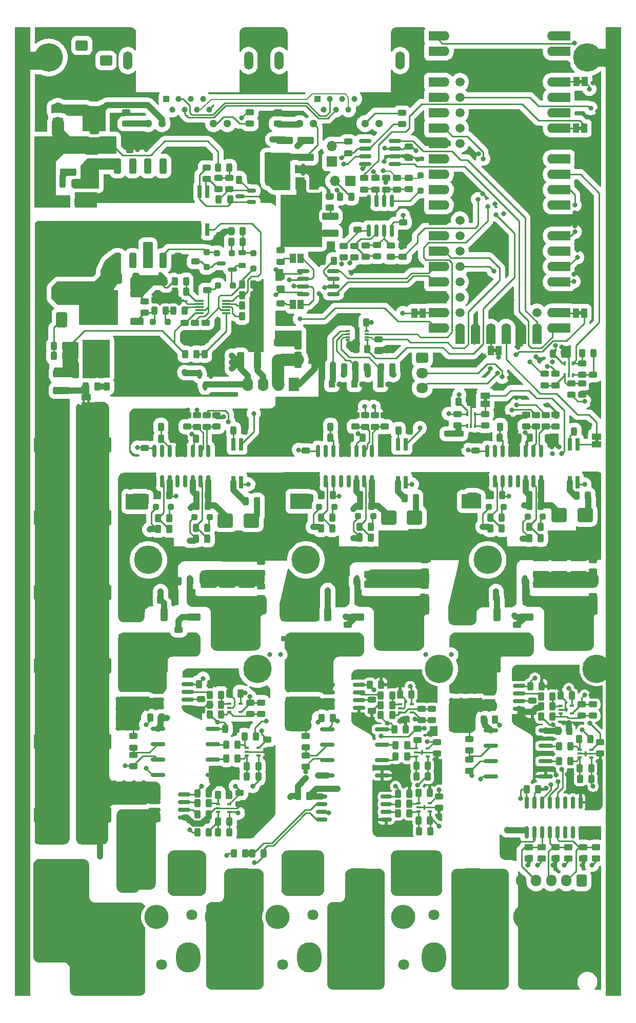
<source format=gtl>
G04 #@! TF.GenerationSoftware,KiCad,Pcbnew,7.0.2-6a45011f42~172~ubuntu20.04.1*
G04 #@! TF.CreationDate,2023-06-13T08:43:17+02:00*
G04 #@! TF.ProjectId,inverter,696e7665-7274-4657-922e-6b696361645f,rev?*
G04 #@! TF.SameCoordinates,Original*
G04 #@! TF.FileFunction,Copper,L1,Top*
G04 #@! TF.FilePolarity,Positive*
%FSLAX46Y46*%
G04 Gerber Fmt 4.6, Leading zero omitted, Abs format (unit mm)*
G04 Created by KiCad (PCBNEW 7.0.2-6a45011f42~172~ubuntu20.04.1) date 2023-06-13 08:43:17*
%MOMM*%
%LPD*%
G01*
G04 APERTURE LIST*
G04 Aperture macros list*
%AMRoundRect*
0 Rectangle with rounded corners*
0 $1 Rounding radius*
0 $2 $3 $4 $5 $6 $7 $8 $9 X,Y pos of 4 corners*
0 Add a 4 corners polygon primitive as box body*
4,1,4,$2,$3,$4,$5,$6,$7,$8,$9,$2,$3,0*
0 Add four circle primitives for the rounded corners*
1,1,$1+$1,$2,$3*
1,1,$1+$1,$4,$5*
1,1,$1+$1,$6,$7*
1,1,$1+$1,$8,$9*
0 Add four rect primitives between the rounded corners*
20,1,$1+$1,$2,$3,$4,$5,0*
20,1,$1+$1,$4,$5,$6,$7,0*
20,1,$1+$1,$6,$7,$8,$9,0*
20,1,$1+$1,$8,$9,$2,$3,0*%
G04 Aperture macros list end*
G04 #@! TA.AperFunction,SMDPad,CuDef*
%ADD10RoundRect,0.250000X0.250000X0.250000X-0.250000X0.250000X-0.250000X-0.250000X0.250000X-0.250000X0*%
G04 #@! TD*
G04 #@! TA.AperFunction,SMDPad,CuDef*
%ADD11RoundRect,0.243750X0.456250X-0.243750X0.456250X0.243750X-0.456250X0.243750X-0.456250X-0.243750X0*%
G04 #@! TD*
G04 #@! TA.AperFunction,SMDPad,CuDef*
%ADD12R,0.650000X0.400000*%
G04 #@! TD*
G04 #@! TA.AperFunction,SMDPad,CuDef*
%ADD13RoundRect,0.243750X0.243750X0.456250X-0.243750X0.456250X-0.243750X-0.456250X0.243750X-0.456250X0*%
G04 #@! TD*
G04 #@! TA.AperFunction,SMDPad,CuDef*
%ADD14RoundRect,0.243750X-0.243750X-0.456250X0.243750X-0.456250X0.243750X0.456250X-0.243750X0.456250X0*%
G04 #@! TD*
G04 #@! TA.AperFunction,SMDPad,CuDef*
%ADD15RoundRect,0.150000X-0.825000X-0.150000X0.825000X-0.150000X0.825000X0.150000X-0.825000X0.150000X0*%
G04 #@! TD*
G04 #@! TA.AperFunction,SMDPad,CuDef*
%ADD16RoundRect,0.243750X-0.456250X0.243750X-0.456250X-0.243750X0.456250X-0.243750X0.456250X0.243750X0*%
G04 #@! TD*
G04 #@! TA.AperFunction,SMDPad,CuDef*
%ADD17RoundRect,0.250000X0.375000X1.075000X-0.375000X1.075000X-0.375000X-1.075000X0.375000X-1.075000X0*%
G04 #@! TD*
G04 #@! TA.AperFunction,SMDPad,CuDef*
%ADD18R,1.000000X1.500000*%
G04 #@! TD*
G04 #@! TA.AperFunction,SMDPad,CuDef*
%ADD19RoundRect,0.249999X1.450001X-0.450001X1.450001X0.450001X-1.450001X0.450001X-1.450001X-0.450001X0*%
G04 #@! TD*
G04 #@! TA.AperFunction,SMDPad,CuDef*
%ADD20RoundRect,0.250000X-0.250000X0.250000X-0.250000X-0.250000X0.250000X-0.250000X0.250000X0.250000X0*%
G04 #@! TD*
G04 #@! TA.AperFunction,SMDPad,CuDef*
%ADD21RoundRect,0.250000X-1.075000X0.375000X-1.075000X-0.375000X1.075000X-0.375000X1.075000X0.375000X0*%
G04 #@! TD*
G04 #@! TA.AperFunction,SMDPad,CuDef*
%ADD22RoundRect,0.250000X-0.375000X-1.075000X0.375000X-1.075000X0.375000X1.075000X-0.375000X1.075000X0*%
G04 #@! TD*
G04 #@! TA.AperFunction,SMDPad,CuDef*
%ADD23R,1.400000X0.300000*%
G04 #@! TD*
G04 #@! TA.AperFunction,SMDPad,CuDef*
%ADD24RoundRect,0.250000X1.075000X-0.362500X1.075000X0.362500X-1.075000X0.362500X-1.075000X-0.362500X0*%
G04 #@! TD*
G04 #@! TA.AperFunction,SMDPad,CuDef*
%ADD25RoundRect,0.250000X1.075000X-0.375000X1.075000X0.375000X-1.075000X0.375000X-1.075000X-0.375000X0*%
G04 #@! TD*
G04 #@! TA.AperFunction,SMDPad,CuDef*
%ADD26RoundRect,0.250000X0.850000X0.350000X-0.850000X0.350000X-0.850000X-0.350000X0.850000X-0.350000X0*%
G04 #@! TD*
G04 #@! TA.AperFunction,SMDPad,CuDef*
%ADD27RoundRect,0.250000X1.275000X1.125000X-1.275000X1.125000X-1.275000X-1.125000X1.275000X-1.125000X0*%
G04 #@! TD*
G04 #@! TA.AperFunction,SMDPad,CuDef*
%ADD28RoundRect,0.249997X2.950003X2.650003X-2.950003X2.650003X-2.950003X-2.650003X2.950003X-2.650003X0*%
G04 #@! TD*
G04 #@! TA.AperFunction,ComponentPad*
%ADD29RoundRect,0.250000X-0.750000X0.600000X-0.750000X-0.600000X0.750000X-0.600000X0.750000X0.600000X0*%
G04 #@! TD*
G04 #@! TA.AperFunction,ComponentPad*
%ADD30O,2.000000X1.700000*%
G04 #@! TD*
G04 #@! TA.AperFunction,SMDPad,CuDef*
%ADD31RoundRect,0.250000X-0.350000X0.850000X-0.350000X-0.850000X0.350000X-0.850000X0.350000X0.850000X0*%
G04 #@! TD*
G04 #@! TA.AperFunction,SMDPad,CuDef*
%ADD32RoundRect,0.250000X-1.125000X1.275000X-1.125000X-1.275000X1.125000X-1.275000X1.125000X1.275000X0*%
G04 #@! TD*
G04 #@! TA.AperFunction,SMDPad,CuDef*
%ADD33RoundRect,0.249997X-2.650003X2.950003X-2.650003X-2.950003X2.650003X-2.950003X2.650003X2.950003X0*%
G04 #@! TD*
G04 #@! TA.AperFunction,SMDPad,CuDef*
%ADD34RoundRect,0.250000X-1.000000X-0.900000X1.000000X-0.900000X1.000000X0.900000X-1.000000X0.900000X0*%
G04 #@! TD*
G04 #@! TA.AperFunction,ComponentPad*
%ADD35C,3.100000*%
G04 #@! TD*
G04 #@! TA.AperFunction,ConnectorPad*
%ADD36C,4.700000*%
G04 #@! TD*
G04 #@! TA.AperFunction,SMDPad,CuDef*
%ADD37RoundRect,0.952500X-0.952500X-1.077500X0.952500X-1.077500X0.952500X1.077500X-0.952500X1.077500X0*%
G04 #@! TD*
G04 #@! TA.AperFunction,SMDPad,CuDef*
%ADD38R,0.640000X2.000000*%
G04 #@! TD*
G04 #@! TA.AperFunction,SMDPad,CuDef*
%ADD39R,1.500000X1.000000*%
G04 #@! TD*
G04 #@! TA.AperFunction,ComponentPad*
%ADD40C,1.803400*%
G04 #@! TD*
G04 #@! TA.AperFunction,ComponentPad*
%ADD41O,4.000000X5.000000*%
G04 #@! TD*
G04 #@! TA.AperFunction,ComponentPad*
%ADD42O,4.000000X4.000000*%
G04 #@! TD*
G04 #@! TA.AperFunction,SMDPad,CuDef*
%ADD43RoundRect,0.150000X0.150000X-0.825000X0.150000X0.825000X-0.150000X0.825000X-0.150000X-0.825000X0*%
G04 #@! TD*
G04 #@! TA.AperFunction,ComponentPad*
%ADD44RoundRect,0.250000X0.600000X0.725000X-0.600000X0.725000X-0.600000X-0.725000X0.600000X-0.725000X0*%
G04 #@! TD*
G04 #@! TA.AperFunction,ComponentPad*
%ADD45O,1.700000X1.950000*%
G04 #@! TD*
G04 #@! TA.AperFunction,SMDPad,CuDef*
%ADD46RoundRect,0.250000X1.950000X1.000000X-1.950000X1.000000X-1.950000X-1.000000X1.950000X-1.000000X0*%
G04 #@! TD*
G04 #@! TA.AperFunction,SMDPad,CuDef*
%ADD47RoundRect,0.250000X-0.850000X-0.350000X0.850000X-0.350000X0.850000X0.350000X-0.850000X0.350000X0*%
G04 #@! TD*
G04 #@! TA.AperFunction,SMDPad,CuDef*
%ADD48RoundRect,0.250000X-1.275000X-1.125000X1.275000X-1.125000X1.275000X1.125000X-1.275000X1.125000X0*%
G04 #@! TD*
G04 #@! TA.AperFunction,SMDPad,CuDef*
%ADD49RoundRect,0.249997X-2.950003X-2.650003X2.950003X-2.650003X2.950003X2.650003X-2.950003X2.650003X0*%
G04 #@! TD*
G04 #@! TA.AperFunction,ComponentPad*
%ADD50R,1.000000X1.000000*%
G04 #@! TD*
G04 #@! TA.AperFunction,ComponentPad*
%ADD51C,1.000000*%
G04 #@! TD*
G04 #@! TA.AperFunction,ComponentPad*
%ADD52C,1.300000*%
G04 #@! TD*
G04 #@! TA.AperFunction,ComponentPad*
%ADD53O,1.500000X3.000000*%
G04 #@! TD*
G04 #@! TA.AperFunction,SMDPad,CuDef*
%ADD54RoundRect,0.250000X-0.900000X1.000000X-0.900000X-1.000000X0.900000X-1.000000X0.900000X1.000000X0*%
G04 #@! TD*
G04 #@! TA.AperFunction,SMDPad,CuDef*
%ADD55R,2.000000X1.600000*%
G04 #@! TD*
G04 #@! TA.AperFunction,ComponentPad*
%ADD56O,2.400000X1.600000*%
G04 #@! TD*
G04 #@! TA.AperFunction,CastellatedPad*
%ADD57C,1.500000*%
G04 #@! TD*
G04 #@! TA.AperFunction,SMDPad,CuDef*
%ADD58R,1.600000X2.000000*%
G04 #@! TD*
G04 #@! TA.AperFunction,ComponentPad*
%ADD59O,1.600000X2.400000*%
G04 #@! TD*
G04 #@! TA.AperFunction,SMDPad,CuDef*
%ADD60R,0.400000X0.650000*%
G04 #@! TD*
G04 #@! TA.AperFunction,SMDPad,CuDef*
%ADD61RoundRect,0.250000X-1.075000X0.312500X-1.075000X-0.312500X1.075000X-0.312500X1.075000X0.312500X0*%
G04 #@! TD*
G04 #@! TA.AperFunction,ComponentPad*
%ADD62R,1.700000X1.700000*%
G04 #@! TD*
G04 #@! TA.AperFunction,ComponentPad*
%ADD63O,1.700000X1.700000*%
G04 #@! TD*
G04 #@! TA.AperFunction,SMDPad,CuDef*
%ADD64RoundRect,0.150000X0.825000X0.150000X-0.825000X0.150000X-0.825000X-0.150000X0.825000X-0.150000X0*%
G04 #@! TD*
G04 #@! TA.AperFunction,SMDPad,CuDef*
%ADD65RoundRect,0.250000X0.550000X-1.500000X0.550000X1.500000X-0.550000X1.500000X-0.550000X-1.500000X0*%
G04 #@! TD*
G04 #@! TA.AperFunction,SMDPad,CuDef*
%ADD66RoundRect,0.150000X-0.150000X0.825000X-0.150000X-0.825000X0.150000X-0.825000X0.150000X0.825000X0*%
G04 #@! TD*
G04 #@! TA.AperFunction,SMDPad,CuDef*
%ADD67RoundRect,0.250000X-0.450000X0.262500X-0.450000X-0.262500X0.450000X-0.262500X0.450000X0.262500X0*%
G04 #@! TD*
G04 #@! TA.AperFunction,SMDPad,CuDef*
%ADD68R,0.800000X0.300000*%
G04 #@! TD*
G04 #@! TA.AperFunction,ComponentPad*
%ADD69RoundRect,0.250000X0.750000X-0.600000X0.750000X0.600000X-0.750000X0.600000X-0.750000X-0.600000X0*%
G04 #@! TD*
G04 #@! TA.AperFunction,SMDPad,CuDef*
%ADD70RoundRect,0.162500X-1.012500X-0.162500X1.012500X-0.162500X1.012500X0.162500X-1.012500X0.162500X0*%
G04 #@! TD*
G04 #@! TA.AperFunction,ComponentPad*
%ADD71R,1.750000X2.250000*%
G04 #@! TD*
G04 #@! TA.AperFunction,ComponentPad*
%ADD72O,1.750000X2.250000*%
G04 #@! TD*
G04 #@! TA.AperFunction,SMDPad,CuDef*
%ADD73RoundRect,0.218750X0.381250X-0.218750X0.381250X0.218750X-0.381250X0.218750X-0.381250X-0.218750X0*%
G04 #@! TD*
G04 #@! TA.AperFunction,SMDPad,CuDef*
%ADD74RoundRect,0.250000X0.450000X-0.262500X0.450000X0.262500X-0.450000X0.262500X-0.450000X-0.262500X0*%
G04 #@! TD*
G04 #@! TA.AperFunction,SMDPad,CuDef*
%ADD75RoundRect,0.250000X-0.250000X-0.250000X0.250000X-0.250000X0.250000X0.250000X-0.250000X0.250000X0*%
G04 #@! TD*
G04 #@! TA.AperFunction,SMDPad,CuDef*
%ADD76RoundRect,0.250000X0.250000X-0.250000X0.250000X0.250000X-0.250000X0.250000X-0.250000X-0.250000X0*%
G04 #@! TD*
G04 #@! TA.AperFunction,SMDPad,CuDef*
%ADD77RoundRect,0.150000X-0.150000X0.587500X-0.150000X-0.587500X0.150000X-0.587500X0.150000X0.587500X0*%
G04 #@! TD*
G04 #@! TA.AperFunction,SMDPad,CuDef*
%ADD78RoundRect,0.150000X0.587500X0.150000X-0.587500X0.150000X-0.587500X-0.150000X0.587500X-0.150000X0*%
G04 #@! TD*
G04 #@! TA.AperFunction,SMDPad,CuDef*
%ADD79RoundRect,0.150000X-0.587500X-0.150000X0.587500X-0.150000X0.587500X0.150000X-0.587500X0.150000X0*%
G04 #@! TD*
G04 #@! TA.AperFunction,SMDPad,CuDef*
%ADD80RoundRect,0.225000X0.375000X-0.225000X0.375000X0.225000X-0.375000X0.225000X-0.375000X-0.225000X0*%
G04 #@! TD*
G04 #@! TA.AperFunction,SMDPad,CuDef*
%ADD81RoundRect,0.150000X-0.750000X-0.150000X0.750000X-0.150000X0.750000X0.150000X-0.750000X0.150000X0*%
G04 #@! TD*
G04 #@! TA.AperFunction,SMDPad,CuDef*
%ADD82RoundRect,0.305000X-0.305000X-0.965000X0.305000X-0.965000X0.305000X0.965000X-0.305000X0.965000X0*%
G04 #@! TD*
G04 #@! TA.AperFunction,SMDPad,CuDef*
%ADD83RoundRect,0.250000X0.650000X-1.000000X0.650000X1.000000X-0.650000X1.000000X-0.650000X-1.000000X0*%
G04 #@! TD*
G04 #@! TA.AperFunction,ComponentPad*
%ADD84C,0.800000*%
G04 #@! TD*
G04 #@! TA.AperFunction,CastellatedPad*
%ADD85R,2.500000X160.000000*%
G04 #@! TD*
G04 #@! TA.AperFunction,ComponentPad*
%ADD86RoundRect,0.250000X-0.725000X0.600000X-0.725000X-0.600000X0.725000X-0.600000X0.725000X0.600000X0*%
G04 #@! TD*
G04 #@! TA.AperFunction,ComponentPad*
%ADD87O,1.950000X1.700000*%
G04 #@! TD*
G04 #@! TA.AperFunction,SMDPad,CuDef*
%ADD88RoundRect,0.250000X-0.325000X-0.650000X0.325000X-0.650000X0.325000X0.650000X-0.325000X0.650000X0*%
G04 #@! TD*
G04 #@! TA.AperFunction,SMDPad,CuDef*
%ADD89R,1.500000X2.000000*%
G04 #@! TD*
G04 #@! TA.AperFunction,SMDPad,CuDef*
%ADD90R,3.800000X2.000000*%
G04 #@! TD*
G04 #@! TA.AperFunction,ComponentPad*
%ADD91O,1.000000X1.000000*%
G04 #@! TD*
G04 #@! TA.AperFunction,ViaPad*
%ADD92C,0.800000*%
G04 #@! TD*
G04 #@! TA.AperFunction,Conductor*
%ADD93C,0.250000*%
G04 #@! TD*
G04 #@! TA.AperFunction,Conductor*
%ADD94C,0.200000*%
G04 #@! TD*
G04 #@! TA.AperFunction,Conductor*
%ADD95C,1.000000*%
G04 #@! TD*
G04 #@! TA.AperFunction,Conductor*
%ADD96C,2.000000*%
G04 #@! TD*
G04 #@! TA.AperFunction,Conductor*
%ADD97C,3.000000*%
G04 #@! TD*
G04 APERTURE END LIST*
G04 #@! TA.AperFunction,EtchedComponent*
G04 #@! TO.C,JP417*
G36*
X135500000Y-39000000D02*
G01*
X135000000Y-39000000D01*
X135000000Y-38400000D01*
X135500000Y-38400000D01*
X135500000Y-39000000D01*
G37*
G04 #@! TD.AperFunction*
G04 #@! TA.AperFunction,EtchedComponent*
G04 #@! TO.C,JP502*
G36*
X119900000Y-83800000D02*
G01*
X119300000Y-83800000D01*
X119300000Y-83300000D01*
X119900000Y-83300000D01*
X119900000Y-83800000D01*
G37*
G04 #@! TD.AperFunction*
G04 #@! TA.AperFunction,EtchedComponent*
G04 #@! TO.C,JP404*
G36*
X135500000Y-69500000D02*
G01*
X135000000Y-69500000D01*
X135000000Y-68900000D01*
X135500000Y-68900000D01*
X135500000Y-69500000D01*
G37*
G04 #@! TD.AperFunction*
G04 #@! TA.AperFunction,EtchedComponent*
G04 #@! TO.C,JP410*
G36*
X121400000Y-75700000D02*
G01*
X120900000Y-75700000D01*
X120900000Y-75100000D01*
X121400000Y-75100000D01*
X121400000Y-75700000D01*
G37*
G04 #@! TD.AperFunction*
G04 #@! TA.AperFunction,EtchedComponent*
G04 #@! TO.C,JP402*
G36*
X108850000Y-69500000D02*
G01*
X108350000Y-69500000D01*
X108350000Y-68900000D01*
X108850000Y-68900000D01*
X108850000Y-69500000D01*
G37*
G04 #@! TD.AperFunction*
G04 #@! TA.AperFunction,EtchedComponent*
G04 #@! TO.C,JP405*
G36*
X138300000Y-90500000D02*
G01*
X137700000Y-90500000D01*
X137700000Y-90000000D01*
X138300000Y-90000000D01*
X138300000Y-90500000D01*
G37*
G04 #@! TD.AperFunction*
G04 #@! TA.AperFunction,EtchedComponent*
G04 #@! TO.C,JP501*
G36*
X53510574Y-84049220D02*
G01*
X53110574Y-84049220D01*
X53110574Y-83549220D01*
X53510574Y-83549220D01*
X53510574Y-84049220D01*
G37*
G04 #@! TD.AperFunction*
G04 #@! TA.AperFunction,EtchedComponent*
G36*
X54310574Y-84049220D02*
G01*
X53910574Y-84049220D01*
X53910574Y-83549220D01*
X54310574Y-83549220D01*
X54310574Y-84049220D01*
G37*
G04 #@! TD.AperFunction*
G04 #@! TA.AperFunction,EtchedComponent*
G04 #@! TO.C,JP406*
G36*
X135600000Y-31300000D02*
G01*
X135100000Y-31300000D01*
X135100000Y-30700000D01*
X135600000Y-30700000D01*
X135600000Y-31300000D01*
G37*
G04 #@! TD.AperFunction*
G04 #@! TD*
D10*
G04 #@! TO.P,D701,1,K*
G04 #@! TO.N,Net-(D701-K)*
X94697089Y-101237500D03*
G04 #@! TO.P,D701,2,A*
G04 #@! TO.N,Net-(D701-A)*
X92197089Y-101237500D03*
G04 #@! TD*
D11*
G04 #@! TO.P,C617,1*
G04 #@! TO.N,DGND*
X72650000Y-134822500D03*
G04 #@! TO.P,C617,2*
G04 #@! TO.N,Net-(U605-VZCR)*
X72650000Y-132947500D03*
G04 #@! TD*
D12*
G04 #@! TO.P,U604,1,+*
G04 #@! TO.N,Net-(U604-+)*
X80250000Y-141035000D03*
G04 #@! TO.P,U604,2,V-*
G04 #@! TO.N,DGND*
X80250000Y-141685000D03*
G04 #@! TO.P,U604,3,-*
G04 #@! TO.N,Net-(U604--)*
X80250000Y-142335000D03*
G04 #@! TO.P,U604,4*
G04 #@! TO.N,/V_{I1Low_sense}*
X82150000Y-142335000D03*
G04 #@! TO.P,U604,5,V+*
G04 #@! TO.N,+5V_DGND*
X82150000Y-141035000D03*
G04 #@! TD*
D13*
G04 #@! TO.P,C612,1*
G04 #@! TO.N,Net-(#FLG0601-pwr)*
X73827500Y-99300000D03*
G04 #@! TO.P,C612,2*
G04 #@! TO.N,/Phase1/SW_Node*
X71952500Y-99300000D03*
G04 #@! TD*
D14*
G04 #@! TO.P,R603,1*
G04 #@! TO.N,/Phase1/PWM_L*
X65562500Y-103100000D03*
G04 #@! TO.P,R603,2*
G04 #@! TO.N,Net-(D601-K)*
X67437500Y-103100000D03*
G04 #@! TD*
D15*
G04 #@! TO.P,U202,1,IP+*
G04 #@! TO.N,/V_{IHigh}*
X64975000Y-148719025D03*
G04 #@! TO.P,U202,2,IP+*
X64975000Y-149989025D03*
G04 #@! TO.P,U202,3,IP-*
G04 #@! TO.N,Net-(F201-Pad2)*
X64975000Y-151259025D03*
G04 #@! TO.P,U202,4,IP-*
X64975000Y-152529025D03*
G04 #@! TO.P,U202,5,GND*
G04 #@! TO.N,DGND*
X69925000Y-152529025D03*
G04 #@! TO.P,U202,6,FILTER*
G04 #@! TO.N,Net-(U202-FILTER)*
X69925000Y-151259025D03*
G04 #@! TO.P,U202,7,VIOUT*
G04 #@! TO.N,/High_side/I_{IHighHall}*
X69925000Y-149989025D03*
G04 #@! TO.P,U202,8,VCC*
G04 #@! TO.N,+5V_DGND*
X69925000Y-148719025D03*
G04 #@! TD*
D16*
G04 #@! TO.P,R419,1*
G04 #@! TO.N,Net-(U406B-+)*
X96200000Y-58125000D03*
G04 #@! TO.P,R419,2*
G04 #@! TO.N,/MCU/SHARE+*
X96200000Y-60000000D03*
G04 #@! TD*
D13*
G04 #@! TO.P,C714,1*
G04 #@! TO.N,+12V_PGND*
X94437500Y-99300000D03*
G04 #@! TO.P,C714,2*
G04 #@! TO.N,PGND*
X92562500Y-99300000D03*
G04 #@! TD*
D14*
G04 #@! TO.P,C491,1*
G04 #@! TO.N,+5V_DGND*
X130762500Y-75900000D03*
G04 #@! TO.P,C491,2*
G04 #@! TO.N,DGND*
X132637500Y-75900000D03*
G04 #@! TD*
D13*
G04 #@! TO.P,R609,1*
G04 #@! TO.N,DGND*
X67937500Y-88000000D03*
G04 #@! TO.P,R609,2*
G04 #@! TO.N,Net-(U603-DT)*
X66062500Y-88000000D03*
G04 #@! TD*
D17*
G04 #@! TO.P,C522,1*
G04 #@! TO.N,+6V*
X83800000Y-44000000D03*
G04 #@! TO.P,C522,2*
G04 #@! TO.N,DGND*
X81000000Y-44000000D03*
G04 #@! TD*
D14*
G04 #@! TO.P,C509,1*
G04 #@! TO.N,/Feeder/COMP*
X79442772Y-66250000D03*
G04 #@! TO.P,C509,2*
G04 #@! TO.N,PGND*
X81317772Y-66250000D03*
G04 #@! TD*
D11*
G04 #@! TO.P,C527,1*
G04 #@! TO.N,+12V_PGND*
X76000000Y-81000000D03*
G04 #@! TO.P,C527,2*
G04 #@! TO.N,PGND*
X76000000Y-79125000D03*
G04 #@! TD*
D14*
G04 #@! TO.P,R202,1*
G04 #@! TO.N,/High_side/V_{IHigh+}*
X81125000Y-158500000D03*
G04 #@! TO.P,R202,2*
G04 #@! TO.N,PGND*
X83000000Y-158500000D03*
G04 #@! TD*
D18*
G04 #@! TO.P,JP417,1,A*
G04 #@! TO.N,/MCU/DAC2*
X134600000Y-38700000D03*
G04 #@! TO.P,JP417,2,B*
G04 #@! TO.N,Net-(JP417-B)*
X135900000Y-38700000D03*
G04 #@! TD*
D16*
G04 #@! TO.P,C528,1*
G04 #@! TO.N,+5V_PGND*
X70800000Y-79125000D03*
G04 #@! TO.P,C528,2*
G04 #@! TO.N,PGND*
X70800000Y-81000000D03*
G04 #@! TD*
D19*
G04 #@! TO.P,C516,1*
G04 #@! TO.N,PGND*
X53500000Y-54940000D03*
G04 #@! TO.P,C516,2*
G04 #@! TO.N,DGND*
X53500000Y-50840000D03*
G04 #@! TD*
D20*
G04 #@! TO.P,D403,1,K*
G04 #@! TO.N,/MCU/SHARE+*
X108950000Y-46487500D03*
G04 #@! TO.P,D403,2,A*
G04 #@! TO.N,Net-(D403-A)*
X108950000Y-48987500D03*
G04 #@! TD*
D21*
G04 #@! TO.P,F401,1*
G04 #@! TO.N,Net-(J401-Pin_1)*
X86500000Y-40700000D03*
G04 #@! TO.P,F401,2*
G04 #@! TO.N,+6V*
X86500000Y-43500000D03*
G04 #@! TD*
D22*
G04 #@! TO.P,C525,1*
G04 #@! TO.N,Net-(#FLG0504-pwr)*
X88700000Y-76900000D03*
G04 #@! TO.P,C525,2*
G04 #@! TO.N,DGND*
X91500000Y-76900000D03*
G04 #@! TD*
D11*
G04 #@! TO.P,R723,1*
G04 #@! TO.N,Net-(C722-Pad2)*
X109600000Y-111937500D03*
G04 #@! TO.P,R723,2*
G04 #@! TO.N,PGND*
X109600000Y-110062500D03*
G04 #@! TD*
G04 #@! TO.P,R722,1*
G04 #@! TO.N,/V_{IHigh}*
X109600000Y-116137500D03*
G04 #@! TO.P,R722,2*
G04 #@! TO.N,Net-(C722-Pad2)*
X109600000Y-114262500D03*
G04 #@! TD*
G04 #@! TO.P,C717,1*
G04 #@! TO.N,DGND*
X100900000Y-134927500D03*
G04 #@! TO.P,C717,2*
G04 #@! TO.N,Net-(U705-VZCR)*
X100900000Y-133052500D03*
G04 #@! TD*
D15*
G04 #@! TO.P,U605,1,IP+*
G04 #@! TO.N,/Phase1/SW_Node*
X65550000Y-130515000D03*
G04 #@! TO.P,U605,2,IP+*
X65550000Y-131785000D03*
G04 #@! TO.P,U605,3,IP-*
G04 #@! TO.N,Net-(F601-Pad1)*
X65550000Y-133055000D03*
G04 #@! TO.P,U605,4,IP-*
X65550000Y-134325000D03*
G04 #@! TO.P,U605,5,GND*
G04 #@! TO.N,DGND*
X70500000Y-134325000D03*
G04 #@! TO.P,U605,6,VZCR*
G04 #@! TO.N,Net-(U605-VZCR)*
X70500000Y-133055000D03*
G04 #@! TO.P,U605,7,VIOUT*
G04 #@! TO.N,/Phase1/I_Hall*
X70500000Y-131785000D03*
G04 #@! TO.P,U605,8,VCC*
G04 #@! TO.N,+5V_DGND*
X70500000Y-130515000D03*
G04 #@! TD*
D23*
G04 #@! TO.P,U501,1,UVLO*
G04 #@! TO.N,Net-(U501-UVLO)*
X76800000Y-69200000D03*
G04 #@! TO.P,U501,2,FLT*
G04 #@! TO.N,Net-(D501-A)*
X76800000Y-68700000D03*
G04 #@! TO.P,U501,3,SS*
G04 #@! TO.N,Net-(U501-SS)*
X76800000Y-68200000D03*
G04 #@! TO.P,U501,4,RT*
G04 #@! TO.N,Net-(U501-RT)*
X76800000Y-67700000D03*
G04 #@! TO.P,U501,5,COMP*
G04 #@! TO.N,/Feeder/COMP*
X76800000Y-67200000D03*
G04 #@! TO.P,U501,6,CS*
G04 #@! TO.N,Net-(U501-CS)*
X72400000Y-67200000D03*
G04 #@! TO.P,U501,7,GND*
G04 #@! TO.N,PGND*
X72400000Y-67700000D03*
G04 #@! TO.P,U501,8,DRV*
G04 #@! TO.N,Net-(U501-DRV)*
X72400000Y-68200000D03*
G04 #@! TO.P,U501,9,VCC*
G04 #@! TO.N,/Feeder/VBoost*
X72400000Y-68700000D03*
G04 #@! TO.P,U501,10,VIN*
G04 #@! TO.N,/Feeder/input*
X72400000Y-69200000D03*
G04 #@! TD*
D11*
G04 #@! TO.P,C604,1*
G04 #@! TO.N,Net-(U603-INB)*
X70400000Y-87975000D03*
G04 #@! TO.P,C604,2*
G04 #@! TO.N,DGND*
X70400000Y-86100000D03*
G04 #@! TD*
D16*
G04 #@! TO.P,R514,1*
G04 #@! TO.N,Net-(R514-Pad1)*
X75587500Y-46865000D03*
G04 #@! TO.P,R514,2*
G04 #@! TO.N,Net-(R514-Pad2)*
X75587500Y-48740000D03*
G04 #@! TD*
D24*
G04 #@! TO.P,R513,1*
G04 #@! TO.N,Net-(C518-Pad2)*
X50750000Y-45912500D03*
G04 #@! TO.P,R513,2*
G04 #@! TO.N,/Feeder/+6VJP*
X50750000Y-41287500D03*
G04 #@! TD*
D25*
G04 #@! TO.P,C722,1*
G04 #@! TO.N,/V_{IHigh}*
X107200000Y-116825000D03*
G04 #@! TO.P,C722,2*
G04 #@! TO.N,Net-(C722-Pad2)*
X107200000Y-114025000D03*
G04 #@! TD*
D26*
G04 #@! TO.P,Q502,1,G*
G04 #@! TO.N,Net-(D503-A)*
X62065000Y-70580000D03*
D27*
G04 #@! TO.P,Q502,2,D*
G04 #@! TO.N,MOSD*
X57440000Y-69825000D03*
X57440000Y-66775000D03*
D28*
X55765000Y-68300000D03*
D27*
X54090000Y-69825000D03*
X54090000Y-66775000D03*
D26*
G04 #@! TO.P,Q502,3,S*
G04 #@! TO.N,MOSS*
X62065000Y-66020000D03*
G04 #@! TD*
D13*
G04 #@! TO.P,R810,1*
G04 #@! TO.N,DGND*
X136137500Y-88800000D03*
G04 #@! TO.P,R810,2*
G04 #@! TO.N,Net-(R810-Pad2)*
X134262500Y-88800000D03*
G04 #@! TD*
D16*
G04 #@! TO.P,R415,1*
G04 #@! TO.N,Net-(C411-Pad1)*
X99869520Y-58062500D03*
G04 #@! TO.P,R415,2*
G04 #@! TO.N,Net-(U406B--)*
X99869520Y-59937500D03*
G04 #@! TD*
D29*
G04 #@! TO.P,J401,1,Pin_1*
G04 #@! TO.N,Net-(J401-Pin_1)*
X53000000Y-25000000D03*
D30*
G04 #@! TO.P,J401,2,Pin_2*
G04 #@! TO.N,DGND*
X53000000Y-27500000D03*
G04 #@! TD*
D25*
G04 #@! TO.P,C627,1*
G04 #@! TO.N,Net-(C622-Pad2)*
X74000000Y-112425000D03*
G04 #@! TO.P,C627,2*
G04 #@! TO.N,PGND*
X74000000Y-109625000D03*
G04 #@! TD*
G04 #@! TO.P,C622,1*
G04 #@! TO.N,/V_{IHigh}*
X80200000Y-116825000D03*
G04 #@! TO.P,C622,2*
G04 #@! TO.N,Net-(C622-Pad2)*
X80200000Y-114025000D03*
G04 #@! TD*
D14*
G04 #@! TO.P,R211,1*
G04 #@! TO.N,Net-(U204-+)*
X75487500Y-148800000D03*
G04 #@! TO.P,R211,2*
G04 #@! TO.N,DGND*
X77362500Y-148800000D03*
G04 #@! TD*
D15*
G04 #@! TO.P,U705,1,IP+*
G04 #@! TO.N,/Phase2/SW_Node*
X93800000Y-130620000D03*
G04 #@! TO.P,U705,2,IP+*
X93800000Y-131890000D03*
G04 #@! TO.P,U705,3,IP-*
G04 #@! TO.N,Net-(F701-Pad1)*
X93800000Y-133160000D03*
G04 #@! TO.P,U705,4,IP-*
X93800000Y-134430000D03*
G04 #@! TO.P,U705,5,GND*
G04 #@! TO.N,DGND*
X98750000Y-134430000D03*
G04 #@! TO.P,U705,6,VZCR*
G04 #@! TO.N,Net-(U705-VZCR)*
X98750000Y-133160000D03*
G04 #@! TO.P,U705,7,VIOUT*
G04 #@! TO.N,/Phase2/I_Hall*
X98750000Y-131890000D03*
G04 #@! TO.P,U705,8,VCC*
G04 #@! TO.N,+5V_DGND*
X98750000Y-130620000D03*
G04 #@! TD*
D13*
G04 #@! TO.P,R410,1*
G04 #@! TO.N,Net-(JP403-B)*
X97487500Y-50000000D03*
G04 #@! TO.P,R410,2*
G04 #@! TO.N,/MCU/B*
X95612500Y-50000000D03*
G04 #@! TD*
D31*
G04 #@! TO.P,Q702,1,G*
G04 #@! TO.N,Net-(D701-A)*
X93595000Y-119047500D03*
D32*
G04 #@! TO.P,Q702,2,D*
G04 #@! TO.N,/Phase2/SW_Node*
X92840000Y-123672500D03*
X89790000Y-123672500D03*
D33*
X91315000Y-125347500D03*
D32*
X92840000Y-127022500D03*
X89790000Y-127022500D03*
D31*
G04 #@! TO.P,Q702,3,S*
G04 #@! TO.N,PGND*
X89035000Y-119047500D03*
G04 #@! TD*
D13*
G04 #@! TO.P,R614,1*
G04 #@! TO.N,Net-(D605-A)*
X81937500Y-100300000D03*
G04 #@! TO.P,R614,2*
G04 #@! TO.N,Net-(R614-Pad2)*
X80062500Y-100300000D03*
G04 #@! TD*
D34*
G04 #@! TO.P,D805,1,K*
G04 #@! TO.N,Net-(#FLG0801-pwr)*
X131800000Y-102600000D03*
G04 #@! TO.P,D805,2,A*
G04 #@! TO.N,Net-(D805-A)*
X136100000Y-102600000D03*
G04 #@! TD*
D14*
G04 #@! TO.P,R619,1*
G04 #@! TO.N,+5V_DGND*
X74112500Y-135535000D03*
G04 #@! TO.P,R619,2*
G04 #@! TO.N,Net-(U606--)*
X75987500Y-135535000D03*
G04 #@! TD*
D13*
G04 #@! TO.P,R802,1*
G04 #@! TO.N,/Phase3/PWM_H*
X128737500Y-106368569D03*
G04 #@! TO.P,R802,2*
G04 #@! TO.N,Net-(D802-A)*
X126862500Y-106368569D03*
G04 #@! TD*
D35*
G04 #@! TO.P,H107,1,1*
G04 #@! TO.N,Earth_Protective*
X47550000Y-27000000D03*
D36*
X47550000Y-27000000D03*
G04 #@! TD*
D11*
G04 #@! TO.P,C512,1*
G04 #@! TO.N,/Feeder/VBoost*
X73675000Y-65437500D03*
G04 #@! TO.P,C512,2*
G04 #@! TO.N,PGND*
X73675000Y-63562500D03*
G04 #@! TD*
D37*
G04 #@! TO.P,F601,1*
G04 #@! TO.N,Net-(F601-Pad1)*
X69800000Y-163000000D03*
G04 #@! TO.P,F601,2*
G04 #@! TO.N,/Phase A*
X79200000Y-163000000D03*
G04 #@! TD*
D21*
G04 #@! TO.P,L503,1,1*
G04 #@! TO.N,+5V_DGND*
X86100000Y-74100000D03*
G04 #@! TO.P,L503,2,2*
G04 #@! TO.N,Net-(#FLG0504-pwr)*
X86100000Y-76900000D03*
G04 #@! TD*
D38*
G04 #@! TO.P,U702,1*
G04 #@! TO.N,/~{STBY2}*
X106470000Y-90887500D03*
G04 #@! TO.P,U702,2*
G04 #@! TO.N,Net-(R710-Pad2)*
X105200000Y-90887500D03*
G04 #@! TO.P,U702,3*
G04 #@! TO.N,Net-(R714-Pad2)*
X105200000Y-97187500D03*
G04 #@! TO.P,U702,4*
G04 #@! TO.N,+12V_PGND*
X106470000Y-97187500D03*
G04 #@! TD*
D16*
G04 #@! TO.P,R512,1*
G04 #@! TO.N,Net-(D506-K)*
X71750000Y-60712500D03*
G04 #@! TO.P,R512,2*
G04 #@! TO.N,PGND*
X71750000Y-62587500D03*
G04 #@! TD*
D13*
G04 #@! TO.P,C204,1*
G04 #@! TO.N,DGND*
X73937500Y-152000000D03*
G04 #@! TO.P,C204,2*
G04 #@! TO.N,Net-(U202-FILTER)*
X72062500Y-152000000D03*
G04 #@! TD*
D10*
G04 #@! TO.P,D505,1,K*
G04 #@! TO.N,Net-(D505-K)*
X77800000Y-59300000D03*
G04 #@! TO.P,D505,2,A*
G04 #@! TO.N,Net-(D505-A)*
X75300000Y-59300000D03*
G04 #@! TD*
D11*
G04 #@! TO.P,R707,1*
G04 #@! TO.N,/Phase2/SW_Node*
X96915000Y-122600000D03*
G04 #@! TO.P,R707,2*
G04 #@! TO.N,Net-(D702-A)*
X96915000Y-120725000D03*
G04 #@! TD*
D39*
G04 #@! TO.P,JP502,1,A*
G04 #@! TO.N,Net-(JP502-A)*
X119600000Y-84200000D03*
G04 #@! TO.P,JP502,2,B*
G04 #@! TO.N,/VRef*
X119600000Y-82900000D03*
G04 #@! TD*
D14*
G04 #@! TO.P,R608,1*
G04 #@! TO.N,PGND*
X64062500Y-116525000D03*
G04 #@! TO.P,R608,2*
G04 #@! TO.N,Net-(D601-A)*
X65937500Y-116525000D03*
G04 #@! TD*
D40*
G04 #@! TO.P,J101,1,Pin_1*
G04 #@! TO.N,/High_side/V_{IHighIN}*
X56150000Y-176850000D03*
X56150000Y-168650001D03*
G04 #@! TO.P,J101,2,Pin_2*
X61150000Y-168650001D03*
D41*
X60540000Y-175631001D03*
D40*
G04 #@! TO.P,J101,3,Pin_1*
G04 #@! TO.N,PGND*
X66150000Y-176850000D03*
D42*
X65290000Y-169000000D03*
D40*
G04 #@! TO.P,J101,4,Pin_2*
X71150000Y-168650001D03*
D41*
X70540000Y-175631001D03*
D40*
G04 #@! TO.P,J101,5,Pin_1*
G04 #@! TO.N,/Phase A*
X76150000Y-176850000D03*
D42*
X75290000Y-169000000D03*
D40*
G04 #@! TO.P,J101,6,Pin_2*
X81150000Y-168650001D03*
D41*
X80540000Y-175631001D03*
D40*
G04 #@! TO.P,J101,7,Pin_1*
G04 #@! TO.N,PGND*
X86150000Y-176850000D03*
D42*
X85290000Y-169000000D03*
D40*
G04 #@! TO.P,J101,8,Pin_2*
X91150000Y-168650001D03*
D41*
X90540000Y-175631001D03*
D40*
G04 #@! TO.P,J101,9,Pin_1*
G04 #@! TO.N,/Phase B*
X96150000Y-176850000D03*
D42*
X96010000Y-169000000D03*
D40*
G04 #@! TO.P,J101,10,Pin_2*
X101150000Y-168650001D03*
D41*
X100540000Y-175631001D03*
D40*
G04 #@! TO.P,J101,11,Pin_1*
G04 #@! TO.N,PGND*
X106150000Y-176850000D03*
D42*
X106010000Y-169000000D03*
D40*
G04 #@! TO.P,J101,12,Pin_2*
X111150000Y-168650001D03*
D41*
X111090000Y-175631001D03*
D42*
G04 #@! TO.P,J101,13,Pin_1*
G04 #@! TO.N,/Phase C*
X116170000Y-169000000D03*
D40*
X116150000Y-176850001D03*
D41*
G04 #@! TO.P,J101,14,Pin_2*
X121250000Y-175631001D03*
D40*
X121150000Y-168650001D03*
D42*
G04 #@! TO.P,J101,15,Pin_1*
G04 #@! TO.N,PGND*
X126170000Y-169000000D03*
D40*
X126150000Y-176850001D03*
D41*
G04 #@! TO.P,J101,16,Pin_2*
X131250000Y-175631001D03*
D40*
X131150000Y-168650001D03*
G04 #@! TD*
D18*
G04 #@! TO.P,JP404,1,A*
G04 #@! TO.N,/MCU/PC13*
X134600000Y-69200000D03*
G04 #@! TO.P,JP404,2,B*
G04 #@! TO.N,/~{STBY2}*
X135900000Y-69200000D03*
G04 #@! TD*
D43*
G04 #@! TO.P,U901,1,VDD1*
G04 #@! TO.N,+5V_PGND*
X126420000Y-155000000D03*
G04 #@! TO.P,U901,2,GND1*
G04 #@! TO.N,PGND*
X127690000Y-155000000D03*
G04 #@! TO.P,U901,3,A1*
G04 #@! TO.N,/Hall_Sensor/HALL3_PGND*
X128960000Y-155000000D03*
G04 #@! TO.P,U901,4,A2*
G04 #@! TO.N,/Hall_Sensor/HALL2_PGND*
X130230000Y-155000000D03*
G04 #@! TO.P,U901,5,A3*
G04 #@! TO.N,/Hall_Sensor/HALL1_PGND*
X131500000Y-155000000D03*
G04 #@! TO.P,U901,6,A4*
G04 #@! TO.N,unconnected-(U901-A4-Pad6)*
X132770000Y-155000000D03*
G04 #@! TO.P,U901,7,NC*
G04 #@! TO.N,unconnected-(U901-NC-Pad7)*
X134040000Y-155000000D03*
G04 #@! TO.P,U901,8,GND1*
G04 #@! TO.N,PGND*
X135310000Y-155000000D03*
G04 #@! TO.P,U901,9,GND2*
G04 #@! TO.N,DGND*
X135310000Y-150050000D03*
G04 #@! TO.P,U901,10,EN2*
G04 #@! TO.N,unconnected-(U901-EN2-Pad10)*
X134040000Y-150050000D03*
G04 #@! TO.P,U901,11,B4*
G04 #@! TO.N,unconnected-(U901-B4-Pad11)*
X132770000Y-150050000D03*
G04 #@! TO.P,U901,12,B3*
G04 #@! TO.N,/HALL1*
X131500000Y-150050000D03*
G04 #@! TO.P,U901,13,B2*
G04 #@! TO.N,/HALL2*
X130230000Y-150050000D03*
G04 #@! TO.P,U901,14,B1*
G04 #@! TO.N,/HALL3*
X128960000Y-150050000D03*
G04 #@! TO.P,U901,15,GND2*
G04 #@! TO.N,DGND*
X127690000Y-150050000D03*
G04 #@! TO.P,U901,16,VDD2*
G04 #@! TO.N,+5V_DGND*
X126420000Y-150050000D03*
G04 #@! TD*
D14*
G04 #@! TO.P,R818,1*
G04 #@! TO.N,/Phase3/I_Hall*
X128812500Y-132600000D03*
G04 #@! TO.P,R818,2*
G04 #@! TO.N,Net-(U806-+)*
X130687500Y-132600000D03*
G04 #@! TD*
D13*
G04 #@! TO.P,C615,1*
G04 #@! TO.N,Net-(#FLG0601-pwr)*
X73827500Y-101037500D03*
G04 #@! TO.P,C615,2*
G04 #@! TO.N,/Phase1/SW_Node*
X71952500Y-101037500D03*
G04 #@! TD*
D16*
G04 #@! TO.P,R717,1*
G04 #@! TO.N,/Phase2/V_{ILow+}*
X90000000Y-142265000D03*
G04 #@! TO.P,R717,2*
G04 #@! TO.N,PGND*
X90000000Y-144140000D03*
G04 #@! TD*
D11*
G04 #@! TO.P,C529,1*
G04 #@! TO.N,DGND*
X115331250Y-91037500D03*
G04 #@! TO.P,C529,2*
G04 #@! TO.N,Net-(U506-+)*
X115331250Y-89162500D03*
G04 #@! TD*
D14*
G04 #@! TO.P,C607,1*
G04 #@! TO.N,Net-(U603-DT)*
X66062500Y-90000000D03*
G04 #@! TO.P,C607,2*
G04 #@! TO.N,DGND*
X67937500Y-90000000D03*
G04 #@! TD*
D16*
G04 #@! TO.P,R413,1*
G04 #@! TO.N,Net-(JP417-B)*
X99650000Y-46925000D03*
G04 #@! TO.P,R413,2*
G04 #@! TO.N,Net-(U406A-+)*
X99650000Y-48800000D03*
G04 #@! TD*
D14*
G04 #@! TO.P,R715,1*
G04 #@! TO.N,Net-(U704--)*
X108262500Y-145800000D03*
G04 #@! TO.P,R715,2*
G04 #@! TO.N,/V_{I2Low_sense}*
X110137500Y-145800000D03*
G04 #@! TD*
D16*
G04 #@! TO.P,C413,1*
G04 #@! TO.N,+5V_DGND*
X106053125Y-54212500D03*
G04 #@! TO.P,C413,2*
G04 #@! TO.N,DGND*
X106053125Y-56087500D03*
G04 #@! TD*
D38*
G04 #@! TO.P,U802,1*
G04 #@! TO.N,/~{STBY3}*
X134795000Y-90887500D03*
G04 #@! TO.P,U802,2*
G04 #@! TO.N,Net-(R810-Pad2)*
X133525000Y-90887500D03*
G04 #@! TO.P,U802,3*
G04 #@! TO.N,Net-(R814-Pad2)*
X133525000Y-97187500D03*
G04 #@! TO.P,U802,4*
G04 #@! TO.N,+12V_PGND*
X134795000Y-97187500D03*
G04 #@! TD*
D14*
G04 #@! TO.P,R719,1*
G04 #@! TO.N,+5V_DGND*
X102362500Y-135640000D03*
G04 #@! TO.P,R719,2*
G04 #@! TO.N,Net-(U706--)*
X104237500Y-135640000D03*
G04 #@! TD*
D44*
G04 #@! TO.P,J901,1,Pin_1*
G04 #@! TO.N,+5V_PGND*
X135500000Y-163000000D03*
D45*
G04 #@! TO.P,J901,2,Pin_2*
G04 #@! TO.N,/Hall_Sensor/HALL1_PGND*
X133000000Y-163000000D03*
G04 #@! TO.P,J901,3,Pin_3*
G04 #@! TO.N,/Hall_Sensor/HALL2_PGND*
X130500000Y-163000000D03*
G04 #@! TO.P,J901,4,Pin_4*
G04 #@! TO.N,/Hall_Sensor/HALL3_PGND*
X128000000Y-163000000D03*
G04 #@! TO.P,J901,5,Pin_5*
G04 #@! TO.N,PGND*
X125500000Y-163000000D03*
G04 #@! TD*
D16*
G04 #@! TO.P,R495,1*
G04 #@! TO.N,/MCU/Neutral_buff*
X135600000Y-77562500D03*
G04 #@! TO.P,R495,2*
G04 #@! TO.N,Net-(U490--)*
X135600000Y-79437500D03*
G04 #@! TD*
D14*
G04 #@! TO.P,C806,1*
G04 #@! TO.N,+5V_DGND*
X131612500Y-138200000D03*
G04 #@! TO.P,C806,2*
G04 #@! TO.N,DGND*
X133487500Y-138200000D03*
G04 #@! TD*
G04 #@! TO.P,C530,1*
G04 #@! TO.N,+5V_DGND*
X115162500Y-83900000D03*
G04 #@! TO.P,C530,2*
G04 #@! TO.N,DGND*
X117037500Y-83900000D03*
G04 #@! TD*
D11*
G04 #@! TO.P,R490,1*
G04 #@! TO.N,/MCU/Neutral*
X131200000Y-81137500D03*
G04 #@! TO.P,R490,2*
G04 #@! TO.N,/V_{I1Low_sense}*
X131200000Y-79262500D03*
G04 #@! TD*
G04 #@! TO.P,R623,1*
G04 #@! TO.N,Net-(C622-Pad2)*
X82600000Y-112137500D03*
G04 #@! TO.P,R623,2*
G04 #@! TO.N,PGND*
X82600000Y-110262500D03*
G04 #@! TD*
D46*
G04 #@! TO.P,C621,1*
G04 #@! TO.N,/V_{IHigh}*
X55700000Y-103050000D03*
G04 #@! TO.P,C621,2*
G04 #@! TO.N,PGND*
X47300000Y-103050000D03*
G04 #@! TD*
D16*
G04 #@! TO.P,R713,1*
G04 #@! TO.N,/VRef*
X108400000Y-137862500D03*
G04 #@! TO.P,R713,2*
G04 #@! TO.N,Net-(U704-+)*
X108400000Y-139737500D03*
G04 #@! TD*
D14*
G04 #@! TO.P,C207,1*
G04 #@! TO.N,Net-(U203--)*
X108662500Y-154800000D03*
G04 #@! TO.P,C207,2*
G04 #@! TO.N,/V_{IHigh_sense}*
X110537500Y-154800000D03*
G04 #@! TD*
D25*
G04 #@! TO.P,C727,1*
G04 #@! TO.N,Net-(C722-Pad2)*
X101000000Y-112425000D03*
G04 #@! TO.P,C727,2*
G04 #@! TO.N,PGND*
X101000000Y-109625000D03*
G04 #@! TD*
D16*
G04 #@! TO.P,C703,1*
G04 #@! TO.N,DGND*
X103000000Y-86100000D03*
G04 #@! TO.P,C703,2*
G04 #@! TO.N,Net-(U703-INA)*
X103000000Y-87975000D03*
G04 #@! TD*
D13*
G04 #@! TO.P,R604,1*
G04 #@! TO.N,/Phase1/PWM_L*
X67437500Y-104900000D03*
G04 #@! TO.P,R604,2*
G04 #@! TO.N,Net-(D601-A)*
X65562500Y-104900000D03*
G04 #@! TD*
D22*
G04 #@! TO.P,C504,1*
G04 #@! TO.N,Net-(C503-Pad2)*
X56210574Y-78639220D03*
G04 #@! TO.P,C504,2*
G04 #@! TO.N,PGND*
X59010574Y-78639220D03*
G04 #@! TD*
D13*
G04 #@! TO.P,R804,1*
G04 #@! TO.N,/Phase3/PWM_L*
X122337500Y-104800000D03*
G04 #@! TO.P,R804,2*
G04 #@! TO.N,Net-(D801-A)*
X120462500Y-104800000D03*
G04 #@! TD*
D31*
G04 #@! TO.P,Q802,1,G*
G04 #@! TO.N,Net-(D801-A)*
X121545000Y-119047500D03*
D32*
G04 #@! TO.P,Q802,2,D*
G04 #@! TO.N,/Phase3/SW_Node*
X120790000Y-123672500D03*
X117740000Y-123672500D03*
D33*
X119265000Y-125347500D03*
D32*
X120790000Y-127022500D03*
X117740000Y-127022500D03*
D31*
G04 #@! TO.P,Q802,3,S*
G04 #@! TO.N,PGND*
X116985000Y-119047500D03*
G04 #@! TD*
D47*
G04 #@! TO.P,Q801,1,G*
G04 #@! TO.N,Net-(D802-A)*
X126425000Y-119432500D03*
D48*
G04 #@! TO.P,Q801,2,D*
G04 #@! TO.N,/V_{IHigh}*
X131050000Y-120187500D03*
X131050000Y-123237500D03*
D49*
X132725000Y-121712500D03*
D48*
X134400000Y-120187500D03*
X134400000Y-123237500D03*
D47*
G04 #@! TO.P,Q801,3,S*
G04 #@! TO.N,/Phase3/SW_Node*
X126425000Y-123992500D03*
G04 #@! TD*
D50*
G04 #@! TO.P,J404,1*
G04 #@! TO.N,/MCU/CAN_H*
X91950000Y-33850000D03*
D51*
G04 #@! TO.P,J404,2*
G04 #@! TO.N,/MCU/CAN_L*
X92966000Y-35630000D03*
G04 #@! TO.P,J404,3*
G04 #@! TO.N,/MCU/A*
X93982000Y-33850000D03*
G04 #@! TO.P,J404,4*
G04 #@! TO.N,/MCU/B*
X94998000Y-35630000D03*
G04 #@! TO.P,J404,5*
G04 #@! TO.N,/MCU/SHARE+*
X96014000Y-33850000D03*
G04 #@! TO.P,J404,6*
G04 #@! TO.N,/MCU/SHARE-*
X97030000Y-35630000D03*
G04 #@! TO.P,J404,7*
G04 #@! TO.N,/MCU/HRTIM1_SCIN*
X98046000Y-33850000D03*
G04 #@! TO.P,J404,8*
G04 #@! TO.N,DGND*
X99062000Y-35630000D03*
D52*
G04 #@! TO.P,J404,9*
G04 #@! TO.N,Net-(J404-Pad9)*
X88965500Y-37914000D03*
G04 #@! TO.P,J404,10*
G04 #@! TO.N,+6V*
X91251500Y-37914000D03*
G04 #@! TO.P,J404,11*
G04 #@! TO.N,Net-(J404-Pad11)*
X99760500Y-37914000D03*
G04 #@! TO.P,J404,12*
G04 #@! TO.N,+3.3V_DGND*
X102046500Y-37914000D03*
D53*
G04 #@! TO.P,J404,SH*
G04 #@! TO.N,Earth_Protective*
X85600000Y-27500000D03*
X105539000Y-27500000D03*
G04 #@! TD*
D54*
G04 #@! TO.P,D507,1,K*
G04 #@! TO.N,/Feeder/+6VJP*
X54650000Y-41790000D03*
G04 #@! TO.P,D507,2,A*
G04 #@! TO.N,Net-(D507-A)*
X54650000Y-46090000D03*
G04 #@! TD*
D11*
G04 #@! TO.P,R417,1*
G04 #@! TO.N,Net-(U406A-+)*
X101450000Y-48800000D03*
G04 #@! TO.P,R417,2*
G04 #@! TO.N,/MCU/SHARE-*
X101450000Y-46925000D03*
G04 #@! TD*
D14*
G04 #@! TO.P,R503,1*
G04 #@! TO.N,Net-(U501-RT)*
X79442772Y-68000000D03*
G04 #@! TO.P,R503,2*
G04 #@! TO.N,PGND*
X81317772Y-68000000D03*
G04 #@! TD*
D15*
G04 #@! TO.P,U805,1,IP+*
G04 #@! TO.N,/Phase3/SW_Node*
X120250000Y-130830000D03*
G04 #@! TO.P,U805,2,IP+*
X120250000Y-132100000D03*
G04 #@! TO.P,U805,3,IP-*
G04 #@! TO.N,Net-(F801-Pad1)*
X120250000Y-133370000D03*
G04 #@! TO.P,U805,4,IP-*
X120250000Y-134640000D03*
G04 #@! TO.P,U805,5,GND*
G04 #@! TO.N,DGND*
X125200000Y-134640000D03*
G04 #@! TO.P,U805,6,VZCR*
G04 #@! TO.N,Net-(U805-VZCR)*
X125200000Y-133370000D03*
G04 #@! TO.P,U805,7,VIOUT*
G04 #@! TO.N,/Phase3/I_Hall*
X125200000Y-132100000D03*
G04 #@! TO.P,U805,8,VCC*
G04 #@! TO.N,+5V_DGND*
X125200000Y-130830000D03*
G04 #@! TD*
D11*
G04 #@! TO.P,R494,1*
G04 #@! TO.N,DGND*
X137400000Y-81300000D03*
G04 #@! TO.P,R494,2*
G04 #@! TO.N,Net-(U490--)*
X137400000Y-79425000D03*
G04 #@! TD*
D16*
G04 #@! TO.P,R617,1*
G04 #@! TO.N,/Phase1/V_{ILow+}*
X61500000Y-142222500D03*
G04 #@! TO.P,R617,2*
G04 #@! TO.N,PGND*
X61500000Y-144097500D03*
G04 #@! TD*
D10*
G04 #@! TO.P,D702,1,K*
G04 #@! TO.N,Net-(D702-K)*
X101129499Y-102800000D03*
G04 #@! TO.P,D702,2,A*
G04 #@! TO.N,Net-(D702-A)*
X98629499Y-102800000D03*
G04 #@! TD*
D11*
G04 #@! TO.P,C705,1*
G04 #@! TO.N,+5V_DGND*
X90000000Y-91937500D03*
G04 #@! TO.P,C705,2*
G04 #@! TO.N,DGND*
X90000000Y-90062500D03*
G04 #@! TD*
D16*
G04 #@! TO.P,R806,1*
G04 #@! TO.N,/HRTIM_CHE2*
X128000000Y-86062500D03*
G04 #@! TO.P,R806,2*
G04 #@! TO.N,Net-(U803-INB)*
X128000000Y-87937500D03*
G04 #@! TD*
G04 #@! TO.P,C713,1*
G04 #@! TO.N,+5V_DGND*
X111600000Y-140062500D03*
G04 #@! TO.P,C713,2*
G04 #@! TO.N,DGND*
X111600000Y-141937500D03*
G04 #@! TD*
D14*
G04 #@! TO.P,R611,1*
G04 #@! TO.N,Net-(U601-VOUTP)*
X76862500Y-140485000D03*
G04 #@! TO.P,R611,2*
G04 #@! TO.N,Net-(U604-+)*
X78737500Y-140485000D03*
G04 #@! TD*
D34*
G04 #@! TO.P,D605,1,K*
G04 #@! TO.N,Net-(#FLG0601-pwr)*
X76700000Y-103500000D03*
G04 #@! TO.P,D605,2,A*
G04 #@! TO.N,Net-(D605-A)*
X81000000Y-103500000D03*
G04 #@! TD*
D25*
G04 #@! TO.P,C824,1*
G04 #@! TO.N,/V_{IHigh}*
X131800000Y-116825000D03*
G04 #@! TO.P,C824,2*
G04 #@! TO.N,Net-(C822-Pad2)*
X131800000Y-114025000D03*
G04 #@! TD*
D13*
G04 #@! TO.P,C808,1*
G04 #@! TO.N,/V_{IHigh}*
X126075000Y-113525000D03*
G04 #@! TO.P,C808,2*
G04 #@! TO.N,PGND*
X124200000Y-113525000D03*
G04 #@! TD*
D14*
G04 #@! TO.P,NTC501,1*
G04 #@! TO.N,Net-(D501-A)*
X79442772Y-64500000D03*
G04 #@! TO.P,NTC501,2*
G04 #@! TO.N,PGND*
X81317772Y-64500000D03*
G04 #@! TD*
D25*
G04 #@! TO.P,C523,1*
G04 #@! TO.N,+5V_DGND*
X94000000Y-56000000D03*
G04 #@! TO.P,C523,2*
G04 #@! TO.N,Net-(C523-Pad2)*
X94000000Y-53200000D03*
G04 #@! TD*
D14*
G04 #@! TO.P,C601,1*
G04 #@! TO.N,PGND*
X64312500Y-136035000D03*
G04 #@! TO.P,C601,2*
G04 #@! TO.N,+5V_PGND*
X66187500Y-136035000D03*
G04 #@! TD*
D16*
G04 #@! TO.P,R426,1*
G04 #@! TO.N,/MCU/Temp3_Mux*
X101987500Y-73587500D03*
G04 #@! TO.P,R426,2*
G04 #@! TO.N,DGND*
X101987500Y-75462500D03*
G04 #@! TD*
G04 #@! TO.P,R401,1*
G04 #@! TO.N,Net-(JP401-B)*
X96950000Y-40905000D03*
G04 #@! TO.P,R401,2*
G04 #@! TO.N,/MCU/CAN_L*
X96950000Y-42780000D03*
G04 #@! TD*
D14*
G04 #@! TO.P,C611,1*
G04 #@! TO.N,+5V_DGND*
X72312500Y-130535000D03*
G04 #@! TO.P,C611,2*
G04 #@! TO.N,DGND*
X74187500Y-130535000D03*
G04 #@! TD*
D38*
G04 #@! TO.P,U502,1*
G04 #@! TO.N,Net-(R514-Pad2)*
X73735000Y-49165000D03*
G04 #@! TO.P,U502,2*
G04 #@! TO.N,Net-(U503-K)*
X72465000Y-49165000D03*
G04 #@! TO.P,U502,3*
G04 #@! TO.N,PGND*
X72465000Y-55465000D03*
G04 #@! TO.P,U502,4*
G04 #@! TO.N,/Feeder/COMP*
X73735000Y-55465000D03*
G04 #@! TD*
D17*
G04 #@! TO.P,C609,1*
G04 #@! TO.N,/V_{IHigh}*
X71149999Y-116135000D03*
G04 #@! TO.P,C609,2*
G04 #@! TO.N,PGND*
X68349999Y-116135000D03*
G04 #@! TD*
D16*
G04 #@! TO.P,R405,1*
G04 #@! TO.N,DGND*
X85350000Y-36062500D03*
G04 #@! TO.P,R405,2*
G04 #@! TO.N,Net-(J404-Pad9)*
X85350000Y-37937500D03*
G04 #@! TD*
D47*
G04 #@! TO.P,Q601,1,G*
G04 #@! TO.N,Net-(D602-A)*
X71475000Y-119432500D03*
D48*
G04 #@! TO.P,Q601,2,D*
G04 #@! TO.N,/V_{IHigh}*
X76100000Y-120187500D03*
X76100000Y-123237500D03*
D49*
X77775000Y-121712500D03*
D48*
X79450000Y-120187500D03*
X79450000Y-123237500D03*
D47*
G04 #@! TO.P,Q601,3,S*
G04 #@! TO.N,/Phase1/SW_Node*
X71475000Y-123992500D03*
G04 #@! TD*
D35*
G04 #@! TO.P,H104,1,1*
G04 #@! TO.N,Earth_Protective*
X82000000Y-128000000D03*
D36*
X82000000Y-128000000D03*
G04 #@! TD*
D14*
G04 #@! TO.P,C710,1*
G04 #@! TO.N,Net-(U704--)*
X108262500Y-144000000D03*
G04 #@! TO.P,C710,2*
G04 #@! TO.N,/V_{I2Low_sense}*
X110137500Y-144000000D03*
G04 #@! TD*
D55*
G04 #@! TO.P,U401,1,PB11*
G04 #@! TO.N,/I_{I3Low_sense}*
X111270000Y-23440000D03*
D56*
X112470000Y-23440000D03*
D55*
G04 #@! TO.P,U401,2,PB12*
G04 #@! TO.N,/HRTIM_CHC1*
X111270000Y-25980000D03*
D56*
X112470000Y-25980000D03*
D55*
G04 #@! TO.P,U401,3,GND*
G04 #@! TO.N,DGND*
X111270000Y-28520000D03*
D56*
X112470000Y-28520000D03*
D55*
G04 #@! TO.P,U401,4,PB13*
G04 #@! TO.N,/HRTIM_CHC2*
X111270000Y-31060000D03*
D56*
X112470000Y-31060000D03*
D55*
G04 #@! TO.P,U401,5,PB14*
G04 #@! TO.N,/MCU/USART3_DE*
X111270000Y-33600000D03*
D56*
X112470000Y-33600000D03*
D55*
G04 #@! TO.P,U401,6,PB15*
G04 #@! TO.N,/MCU/Temp_x*
X111270000Y-36140000D03*
D56*
X112470000Y-36140000D03*
D55*
G04 #@! TO.P,U401,7,PC6*
G04 #@! TO.N,/HALL2*
X111270000Y-38680000D03*
D56*
X112470000Y-38680000D03*
D55*
G04 #@! TO.P,U401,8,GND*
G04 #@! TO.N,DGND*
X111270000Y-41220000D03*
D56*
X112470000Y-41220000D03*
D55*
G04 #@! TO.P,U401,9,PC7*
G04 #@! TO.N,/MCU/Temp2_Mux*
X111270000Y-43760000D03*
D56*
X112470000Y-43760000D03*
D55*
G04 #@! TO.P,U401,10,PC8*
G04 #@! TO.N,/HRTIM_CHE1*
X111270000Y-46300000D03*
D56*
X112470000Y-46300000D03*
D55*
G04 #@! TO.P,U401,11,PC9*
G04 #@! TO.N,/HRTIM_CHE2*
X111270000Y-48840000D03*
D56*
X112470000Y-48840000D03*
D55*
G04 #@! TO.P,U401,12,PA8*
G04 #@! TO.N,/HRTIM_CHA1*
X111270000Y-51380000D03*
D56*
X112470000Y-51380000D03*
D55*
G04 #@! TO.P,U401,13,GND*
G04 #@! TO.N,DGND*
X111270000Y-53920000D03*
D56*
X112470000Y-53920000D03*
D55*
G04 #@! TO.P,U401,14,PA9*
G04 #@! TO.N,/HRTIM_CHA2*
X111270000Y-56460000D03*
D56*
X112470000Y-56460000D03*
D55*
G04 #@! TO.P,U401,15,PA10*
G04 #@! TO.N,/MCU/Temp3_Mux*
X111270000Y-59000000D03*
D56*
X112470000Y-59000000D03*
D55*
G04 #@! TO.P,U401,16,PC10*
G04 #@! TO.N,/MCU/USART3_TX*
X111270000Y-61540000D03*
D56*
X112470000Y-61540000D03*
D55*
G04 #@! TO.P,U401,17,PC11*
G04 #@! TO.N,/MCU/USART3_RX*
X111270000Y-64080000D03*
D56*
X112470000Y-64080000D03*
D55*
G04 #@! TO.P,U401,18,GND*
G04 #@! TO.N,DGND*
X111270000Y-66620000D03*
D56*
X112470000Y-66620000D03*
D55*
G04 #@! TO.P,U401,19,PC12*
G04 #@! TO.N,/MCU/PC12*
X111260000Y-69160000D03*
D56*
X112470000Y-69160000D03*
D55*
G04 #@! TO.P,U401,20,PB4*
G04 #@! TO.N,/MCU/CAN1_STB*
X111260000Y-71700000D03*
D56*
X112470000Y-71700000D03*
G04 #@! TO.P,U401,21,PB9*
G04 #@! TO.N,/MCU/FDCAN1_{TX}*
X131050000Y-71700000D03*
D55*
X132600000Y-71700000D03*
D56*
G04 #@! TO.P,U401,22,PC13*
G04 #@! TO.N,/MCU/PC13*
X131050000Y-69160000D03*
D55*
X132600000Y-69160000D03*
D56*
G04 #@! TO.P,U401,23,GND*
G04 #@! TO.N,DGND*
X131050000Y-66620000D03*
D55*
X132600000Y-66620000D03*
D56*
G04 #@! TO.P,U401,24,PC0*
G04 #@! TO.N,/V_{I1Low_sense}*
X131050000Y-64080000D03*
D55*
X132600000Y-64080000D03*
D56*
G04 #@! TO.P,U401,25,PC1*
G04 #@! TO.N,/I_{I1Low_sense}*
X131050000Y-61540000D03*
D55*
X132600000Y-61540000D03*
D56*
G04 #@! TO.P,U401,26,PC2*
G04 #@! TO.N,/V_{IHigh_sense}*
X131050000Y-59000000D03*
D55*
X132600000Y-59000000D03*
D56*
G04 #@! TO.P,U401,27,PC3*
G04 #@! TO.N,/I_{IHigh_sense}*
X131050000Y-56460000D03*
D55*
X132600000Y-56460000D03*
D56*
G04 #@! TO.P,U401,28,GND*
G04 #@! TO.N,DGND*
X131050000Y-53920000D03*
D55*
X132600000Y-53920000D03*
D56*
G04 #@! TO.P,U401,29,PA0*
G04 #@! TO.N,/V_{I2Low_sense}*
X131050000Y-51380000D03*
D55*
X132600000Y-51380000D03*
D56*
G04 #@! TO.P,U401,30,PA1*
G04 #@! TO.N,/I_{I2Low_sense}*
X131050000Y-48840000D03*
D55*
X132600000Y-48840000D03*
D56*
G04 #@! TO.P,U401,31,PB0*
G04 #@! TO.N,/MCU/Neutral_buff*
X131050000Y-46300000D03*
D55*
X132600000Y-46300000D03*
D56*
G04 #@! TO.P,U401,32,PA5*
G04 #@! TO.N,unconnected-(U401A-PA5-Pad32)*
X131050000Y-43760000D03*
D55*
X132600000Y-43760000D03*
D56*
G04 #@! TO.P,U401,33,GND*
G04 #@! TO.N,DGND*
X131050000Y-41220000D03*
D55*
X132600000Y-41220000D03*
D56*
G04 #@! TO.P,U401,34,PA6*
G04 #@! TO.N,/MCU/DAC2*
X131050000Y-38680000D03*
D55*
X132600000Y-38680000D03*
D56*
G04 #@! TO.P,U401,35,PC4*
G04 #@! TO.N,/MCU/ADC2_IN5*
X131050000Y-36140000D03*
D55*
X132600000Y-36140000D03*
D56*
G04 #@! TO.P,U401,36,+3.3V*
G04 #@! TO.N,+3.3V_DGND*
X131050000Y-33600000D03*
D55*
X132600000Y-33600000D03*
D56*
G04 #@! TO.P,U401,37,PB1*
G04 #@! TO.N,/MCU/PB1*
X131050000Y-31060000D03*
D55*
X132600000Y-31060000D03*
D56*
G04 #@! TO.P,U401,38,GND*
G04 #@! TO.N,DGND*
X131050000Y-28520000D03*
D55*
X132600000Y-28520000D03*
D56*
G04 #@! TO.P,U401,39,+VBAT*
G04 #@! TO.N,unconnected-(U401A-+VBAT-Pad39)*
X131050000Y-25980000D03*
D55*
X132600000Y-25980000D03*
D56*
G04 #@! TO.P,U401,40,+VIN*
G04 #@! TO.N,+5V_DGND*
X131050000Y-23440000D03*
D55*
X132600000Y-23440000D03*
D57*
G04 #@! TO.P,U401,41,PB10*
G04 #@! TO.N,unconnected-(U401B-PB10-Pad41)*
X115410000Y-31060000D03*
G04 #@! TO.P,U401,42,PB2*
G04 #@! TO.N,/V_{I3Low_sense}*
X115410000Y-33600000D03*
G04 #@! TO.P,U401,43,PC5*
G04 #@! TO.N,/MCU/ENCODER_SIN*
X115410000Y-36140000D03*
G04 #@! TO.P,U401,44,PA7*
G04 #@! TO.N,/HALL1*
X115410000Y-38680000D03*
G04 #@! TO.P,U401,45,PA4*
G04 #@! TO.N,/MCU/ENCODER_COS*
X115410000Y-41220000D03*
G04 #@! TO.P,U401,46,PA13*
G04 #@! TO.N,unconnected-(U401C-PA13-Pad46)*
X115410000Y-53920000D03*
G04 #@! TO.P,U401,47,PA14*
G04 #@! TO.N,unconnected-(U401C-PA14-Pad47)*
X115410000Y-56460000D03*
G04 #@! TO.P,U401,48,PA15*
G04 #@! TO.N,unconnected-(U401C-PA15-Pad48)*
X115410000Y-59000000D03*
G04 #@! TO.P,U401,49,PD2*
G04 #@! TO.N,/HALL3*
X115410000Y-61540000D03*
G04 #@! TO.P,U401,50,PB3*
G04 #@! TO.N,unconnected-(U401C-PB3-Pad50)*
X115410000Y-64080000D03*
G04 #@! TO.P,U401,51,PA2*
G04 #@! TO.N,unconnected-(U401C-PA2-Pad51)*
X115410000Y-66620000D03*
G04 #@! TO.P,U401,52,PA3*
G04 #@! TO.N,unconnected-(U401C-PA3-Pad52)*
X115410000Y-69160000D03*
D58*
G04 #@! TO.P,U401,53,PB5*
G04 #@! TO.N,unconnected-(U401A-PB5-Pad53)*
X115410000Y-73300000D03*
D59*
X115410000Y-72100000D03*
D58*
G04 #@! TO.P,U401,54,GND*
G04 #@! TO.N,DGND*
X117950000Y-73300000D03*
D59*
X117950000Y-72100000D03*
D58*
G04 #@! TO.P,U401,55,PB6*
G04 #@! TO.N,/MCU/PB6*
X120490000Y-73300000D03*
D59*
X120490000Y-72100000D03*
D58*
G04 #@! TO.P,U401,56,PB7*
G04 #@! TO.N,/MCU/PB7*
X123030000Y-73300000D03*
D59*
X123030000Y-72100000D03*
D58*
G04 #@! TO.P,U401,57,GND*
G04 #@! TO.N,DGND*
X125570000Y-73300000D03*
D59*
X125570000Y-72100000D03*
D58*
G04 #@! TO.P,U401,58,PB8*
G04 #@! TO.N,/MCU/FDCAN1_{RX}*
X128110000Y-73300000D03*
D59*
X128110000Y-72100000D03*
D57*
G04 #@! TO.P,U401,59,RST*
G04 #@! TO.N,unconnected-(U401D-RST-Pad59)*
X128110000Y-69160000D03*
G04 #@! TD*
D13*
G04 #@! TO.P,C802,1*
G04 #@! TO.N,+5V_DGND*
X126937500Y-89775000D03*
G04 #@! TO.P,C802,2*
G04 #@! TO.N,DGND*
X125062500Y-89775000D03*
G04 #@! TD*
G04 #@! TO.P,R814,1*
G04 #@! TO.N,Net-(D805-A)*
X136537500Y-99400000D03*
G04 #@! TO.P,R814,2*
G04 #@! TO.N,Net-(R814-Pad2)*
X134662500Y-99400000D03*
G04 #@! TD*
D11*
G04 #@! TO.P,R823,1*
G04 #@! TO.N,Net-(C822-Pad2)*
X137400000Y-111937500D03*
G04 #@! TO.P,R823,2*
G04 #@! TO.N,PGND*
X137400000Y-110062500D03*
G04 #@! TD*
D60*
G04 #@! TO.P,U490,1,+*
G04 #@! TO.N,/MCU/Neutral*
X132750000Y-79450000D03*
G04 #@! TO.P,U490,2,V-*
G04 #@! TO.N,DGND*
X133400000Y-79450000D03*
G04 #@! TO.P,U490,3,-*
G04 #@! TO.N,Net-(U490--)*
X134050000Y-79450000D03*
G04 #@! TO.P,U490,4*
G04 #@! TO.N,/MCU/Neutral_buff*
X134050000Y-77550000D03*
G04 #@! TO.P,U490,5,V+*
G04 #@! TO.N,+5V_DGND*
X132750000Y-77550000D03*
G04 #@! TD*
D61*
G04 #@! TO.P,R510,1*
G04 #@! TO.N,MOSS*
X65800000Y-64077500D03*
G04 #@! TO.P,R510,2*
G04 #@! TO.N,PGND*
X65800000Y-67002500D03*
G04 #@! TD*
D13*
G04 #@! TO.P,C801,1*
G04 #@! TO.N,PGND*
X121187500Y-136350000D03*
G04 #@! TO.P,C801,2*
G04 #@! TO.N,+5V_PGND*
X119312500Y-136350000D03*
G04 #@! TD*
D62*
G04 #@! TO.P,JP403,1,A*
G04 #@! TO.N,/MCU/A*
X97325000Y-47400000D03*
D63*
G04 #@! TO.P,JP403,2,B*
G04 #@! TO.N,Net-(JP403-B)*
X94785000Y-47400000D03*
G04 #@! TD*
D64*
G04 #@! TO.P,U405,1,RO*
G04 #@! TO.N,/MCU/USART3_RX*
X94525000Y-66070000D03*
G04 #@! TO.P,U405,2,~{RE}*
G04 #@! TO.N,/MCU/USART3_DE*
X94525000Y-64800000D03*
G04 #@! TO.P,U405,3,DE*
X94525000Y-63530000D03*
G04 #@! TO.P,U405,4,DI*
G04 #@! TO.N,/MCU/USART3_TX*
X94525000Y-62260000D03*
G04 #@! TO.P,U405,5,GND*
G04 #@! TO.N,DGND*
X89575000Y-62260000D03*
G04 #@! TO.P,U405,6,A*
G04 #@! TO.N,/MCU/A*
X89575000Y-63530000D03*
G04 #@! TO.P,U405,7,B*
G04 #@! TO.N,/MCU/B*
X89575000Y-64800000D03*
G04 #@! TO.P,U405,8,VCC*
G04 #@! TO.N,+5V_DGND*
X89575000Y-66070000D03*
G04 #@! TD*
D14*
G04 #@! TO.P,R812,1*
G04 #@! TO.N,Net-(U801-VOUTN)*
X131812500Y-143200000D03*
G04 #@! TO.P,R812,2*
G04 #@! TO.N,Net-(U804--)*
X133687500Y-143200000D03*
G04 #@! TD*
G04 #@! TO.P,R718,1*
G04 #@! TO.N,/Phase2/I_Hall*
X102362500Y-132390000D03*
G04 #@! TO.P,R718,2*
G04 #@! TO.N,Net-(U706-+)*
X104237500Y-132390000D03*
G04 #@! TD*
D17*
G04 #@! TO.P,C809,1*
G04 #@! TO.N,/V_{IHigh}*
X126400000Y-116125000D03*
G04 #@! TO.P,C809,2*
G04 #@! TO.N,PGND*
X123600000Y-116125000D03*
G04 #@! TD*
D16*
G04 #@! TO.P,R411,1*
G04 #@! TO.N,Net-(JP409-B)*
X85850000Y-67600000D03*
G04 #@! TO.P,R411,2*
G04 #@! TO.N,DGND*
X85850000Y-69475000D03*
G04 #@! TD*
D35*
G04 #@! TO.P,H108,1,1*
G04 #@! TO.N,Earth_Protective*
X136450000Y-27000000D03*
D36*
X136450000Y-27000000D03*
G04 #@! TD*
D13*
G04 #@! TO.P,R620,1*
G04 #@! TO.N,Net-(U606-+)*
X75987500Y-133885000D03*
G04 #@! TO.P,R620,2*
G04 #@! TO.N,DGND*
X74112500Y-133885000D03*
G04 #@! TD*
D37*
G04 #@! TO.P,F801,1*
G04 #@! TO.N,Net-(F801-Pad1)*
X108100000Y-163000000D03*
G04 #@! TO.P,F801,2*
G04 #@! TO.N,/Phase C*
X117500000Y-163000000D03*
G04 #@! TD*
D11*
G04 #@! TO.P,R519,1*
G04 #@! TO.N,Net-(C523-Pad2)*
X93900000Y-51800000D03*
G04 #@! TO.P,R519,2*
G04 #@! TO.N,DGND*
X93900000Y-49925000D03*
G04 #@! TD*
D65*
G04 #@! TO.P,C521,1*
G04 #@! TO.N,+6V*
X55050000Y-37900000D03*
G04 #@! TO.P,C521,2*
G04 #@! TO.N,DGND*
X55050000Y-32500000D03*
G04 #@! TD*
D13*
G04 #@! TO.P,R709,1*
G04 #@! TO.N,DGND*
X95937500Y-88000000D03*
G04 #@! TO.P,R709,2*
G04 #@! TO.N,Net-(U703-DT)*
X94062500Y-88000000D03*
G04 #@! TD*
D16*
G04 #@! TO.P,C531,1*
G04 #@! TO.N,Net-(JP502-A)*
X119600000Y-85912500D03*
G04 #@! TO.P,C531,2*
X119600000Y-87787500D03*
G04 #@! TD*
D13*
G04 #@! TO.P,C819,1*
G04 #@! TO.N,+5V_DGND*
X133887500Y-132400000D03*
G04 #@! TO.P,C819,2*
G04 #@! TO.N,DGND*
X132012500Y-132400000D03*
G04 #@! TD*
D14*
G04 #@! TO.P,C606,1*
G04 #@! TO.N,+5V_DGND*
X76662500Y-137885000D03*
G04 #@! TO.P,C606,2*
G04 #@! TO.N,DGND*
X78537500Y-137885000D03*
G04 #@! TD*
D11*
G04 #@! TO.P,C817,1*
G04 #@! TO.N,DGND*
X127350000Y-135137500D03*
G04 #@! TO.P,C817,2*
G04 #@! TO.N,Net-(U805-VZCR)*
X127350000Y-133262500D03*
G04 #@! TD*
D14*
G04 #@! TO.P,R701,1*
G04 #@! TO.N,/Phase2/PWM_H*
X98862500Y-104560568D03*
G04 #@! TO.P,R701,2*
G04 #@! TO.N,Net-(D702-K)*
X100737500Y-104560568D03*
G04 #@! TD*
D25*
G04 #@! TO.P,C623,1*
G04 #@! TO.N,Net-(C622-Pad2)*
X77000000Y-112425000D03*
G04 #@! TO.P,C623,2*
G04 #@! TO.N,PGND*
X77000000Y-109625000D03*
G04 #@! TD*
D13*
G04 #@! TO.P,R511,1*
G04 #@! TO.N,/Feeder/VAUX*
X79575000Y-57500000D03*
G04 #@! TO.P,R511,2*
G04 #@! TO.N,Net-(D505-K)*
X77700000Y-57500000D03*
G04 #@! TD*
D16*
G04 #@! TO.P,C511,1*
G04 #@! TO.N,/Feeder/input*
X70000000Y-70815000D03*
G04 #@! TO.P,C511,2*
G04 #@! TO.N,PGND*
X70000000Y-72690000D03*
G04 #@! TD*
D38*
G04 #@! TO.P,U602,1*
G04 #@! TO.N,/~{STBY1}*
X79270000Y-90887500D03*
G04 #@! TO.P,U602,2*
G04 #@! TO.N,Net-(R610-Pad2)*
X78000000Y-90887500D03*
G04 #@! TO.P,U602,3*
G04 #@! TO.N,Net-(R614-Pad2)*
X78000000Y-97187500D03*
G04 #@! TO.P,U602,4*
G04 #@! TO.N,+12V_PGND*
X79270000Y-97187500D03*
G04 #@! TD*
D11*
G04 #@! TO.P,R491,1*
G04 #@! TO.N,/MCU/Neutral*
X129400000Y-81137500D03*
G04 #@! TO.P,R491,2*
G04 #@! TO.N,/V_{I2Low_sense}*
X129400000Y-79262500D03*
G04 #@! TD*
D13*
G04 #@! TO.P,R602,1*
G04 #@! TO.N,/Phase1/PWM_H*
X73737500Y-106500000D03*
G04 #@! TO.P,R602,2*
G04 #@! TO.N,Net-(D602-A)*
X71862500Y-106500000D03*
G04 #@! TD*
D11*
G04 #@! TO.P,C605,1*
G04 #@! TO.N,+5V_DGND*
X63400000Y-91537500D03*
G04 #@! TO.P,C605,2*
G04 #@! TO.N,DGND*
X63400000Y-89662500D03*
G04 #@! TD*
D14*
G04 #@! TO.P,R206,1*
G04 #@! TO.N,Net-(U203--)*
X108600000Y-153050000D03*
G04 #@! TO.P,R206,2*
G04 #@! TO.N,/V_{IHigh_sense}*
X110475000Y-153050000D03*
G04 #@! TD*
D13*
G04 #@! TO.P,C715,1*
G04 #@! TO.N,Net-(#FLG0701-pwr)*
X100827500Y-101037500D03*
G04 #@! TO.P,C715,2*
G04 #@! TO.N,/Phase2/SW_Node*
X98952500Y-101037500D03*
G04 #@! TD*
G04 #@! TO.P,C815,1*
G04 #@! TO.N,Net-(#FLG0801-pwr)*
X128777500Y-101037500D03*
G04 #@! TO.P,C815,2*
G04 #@! TO.N,/Phase3/SW_Node*
X126902500Y-101037500D03*
G04 #@! TD*
D25*
G04 #@! TO.P,C725,1*
G04 #@! TO.N,Net-(C722-Pad2)*
X107200000Y-112425000D03*
G04 #@! TO.P,C725,2*
G04 #@! TO.N,PGND*
X107200000Y-109625000D03*
G04 #@! TD*
D11*
G04 #@! TO.P,C805,1*
G04 #@! TO.N,+5V_DGND*
X118000000Y-91937500D03*
G04 #@! TO.P,C805,2*
G04 #@! TO.N,DGND*
X118000000Y-90062500D03*
G04 #@! TD*
D47*
G04 #@! TO.P,Q701,1,G*
G04 #@! TO.N,Net-(D702-A)*
X98475000Y-119432500D03*
D48*
G04 #@! TO.P,Q701,2,D*
G04 #@! TO.N,/V_{IHigh}*
X103100000Y-120187500D03*
X103100000Y-123237500D03*
D49*
X104775000Y-121712500D03*
D48*
X106450000Y-120187500D03*
X106450000Y-123237500D03*
D47*
G04 #@! TO.P,Q701,3,S*
G04 #@! TO.N,/Phase2/SW_Node*
X98475000Y-123992500D03*
G04 #@! TD*
D66*
G04 #@! TO.P,U406,1*
G04 #@! TO.N,Net-(D403-A)*
X104190000Y-50662500D03*
G04 #@! TO.P,U406,2,-*
G04 #@! TO.N,Net-(U406A--)*
X102920000Y-50662500D03*
G04 #@! TO.P,U406,3,+*
G04 #@! TO.N,Net-(U406A-+)*
X101650000Y-50662500D03*
G04 #@! TO.P,U406,4,V-*
G04 #@! TO.N,DGND*
X100380000Y-50662500D03*
G04 #@! TO.P,U406,5,+*
G04 #@! TO.N,Net-(U406B-+)*
X100380000Y-55612500D03*
G04 #@! TO.P,U406,6,-*
G04 #@! TO.N,Net-(U406B--)*
X101650000Y-55612500D03*
G04 #@! TO.P,U406,7*
G04 #@! TO.N,Net-(C411-Pad1)*
X102920000Y-55612500D03*
G04 #@! TO.P,U406,8,V+*
G04 #@! TO.N,+5V_DGND*
X104190000Y-55612500D03*
G04 #@! TD*
D13*
G04 #@! TO.P,R704,1*
G04 #@! TO.N,/Phase2/PWM_L*
X94337500Y-104800000D03*
G04 #@! TO.P,R704,2*
G04 #@! TO.N,Net-(D701-A)*
X92462500Y-104800000D03*
G04 #@! TD*
D25*
G04 #@! TO.P,C822,1*
G04 #@! TO.N,/V_{IHigh}*
X135000000Y-116825000D03*
G04 #@! TO.P,C822,2*
G04 #@! TO.N,Net-(C822-Pad2)*
X135000000Y-114025000D03*
G04 #@! TD*
D13*
G04 #@! TO.P,C812,1*
G04 #@! TO.N,Net-(#FLG0801-pwr)*
X128777500Y-99300000D03*
G04 #@! TO.P,C812,2*
G04 #@! TO.N,/Phase3/SW_Node*
X126902500Y-99300000D03*
G04 #@! TD*
D67*
G04 #@! TO.P,R903,1*
G04 #@! TO.N,/Hall_Sensor/HALL2_PGND*
X133280000Y-157487500D03*
G04 #@! TO.P,R903,2*
G04 #@! TO.N,+5V_PGND*
X133280000Y-159312500D03*
G04 #@! TD*
D13*
G04 #@! TO.P,C712,1*
G04 #@! TO.N,Net-(#FLG0701-pwr)*
X100827500Y-99300000D03*
G04 #@! TO.P,C712,2*
G04 #@! TO.N,/Phase2/SW_Node*
X98952500Y-99300000D03*
G04 #@! TD*
G04 #@! TO.P,R613,1*
G04 #@! TO.N,/VRef*
X81737500Y-139200000D03*
G04 #@! TO.P,R613,2*
G04 #@! TO.N,Net-(U604-+)*
X79862500Y-139200000D03*
G04 #@! TD*
D12*
G04 #@! TO.P,U706,1,+*
G04 #@! TO.N,Net-(U706-+)*
X105575000Y-133870000D03*
G04 #@! TO.P,U706,2,V-*
G04 #@! TO.N,DGND*
X105575000Y-134520000D03*
G04 #@! TO.P,U706,3,-*
G04 #@! TO.N,Net-(U706--)*
X105575000Y-135170000D03*
G04 #@! TO.P,U706,4*
G04 #@! TO.N,/I_{I2Low_sense}*
X107475000Y-135170000D03*
G04 #@! TO.P,U706,5,V+*
G04 #@! TO.N,+5V_DGND*
X107475000Y-133870000D03*
G04 #@! TD*
D14*
G04 #@! TO.P,R502,1*
G04 #@! TO.N,Net-(U501-UVLO)*
X73262500Y-76000000D03*
G04 #@! TO.P,R502,2*
G04 #@! TO.N,PGND*
X75137500Y-76000000D03*
G04 #@! TD*
D16*
G04 #@! TO.P,C209,1*
G04 #@! TO.N,+5V_DGND*
X112000000Y-149062500D03*
G04 #@! TO.P,C209,2*
G04 #@! TO.N,DGND*
X112000000Y-150937500D03*
G04 #@! TD*
D25*
G04 #@! TO.P,C716,1*
G04 #@! TO.N,+12V_PGND*
X89600000Y-99837500D03*
G04 #@! TO.P,C716,2*
G04 #@! TO.N,PGND*
X89600000Y-97037500D03*
G04 #@! TD*
D14*
G04 #@! TO.P,R819,1*
G04 #@! TO.N,+5V_DGND*
X128812500Y-135850000D03*
G04 #@! TO.P,R819,2*
G04 #@! TO.N,Net-(U806--)*
X130687500Y-135850000D03*
G04 #@! TD*
D13*
G04 #@! TO.P,R506,1*
G04 #@! TO.N,Net-(U501-CS)*
X70212500Y-64002500D03*
G04 #@! TO.P,R506,2*
G04 #@! TO.N,MOSS*
X68337500Y-64002500D03*
G04 #@! TD*
G04 #@! TO.P,C201,1*
G04 #@! TO.N,+5V_PGND*
X90537500Y-149000000D03*
G04 #@! TO.P,C201,2*
G04 #@! TO.N,PGND*
X88662500Y-149000000D03*
G04 #@! TD*
D68*
G04 #@! TO.P,U410,1*
G04 #@! TO.N,/MCU/Temp1*
X96900000Y-72175000D03*
G04 #@! TO.P,U410,2*
G04 #@! TO.N,/MCU/Temp2*
X96900000Y-72675000D03*
G04 #@! TO.P,U410,3*
G04 #@! TO.N,/MCU/Temp3*
X96900000Y-73175000D03*
G04 #@! TO.P,U410,4,GND*
G04 #@! TO.N,DGND*
X96900000Y-73675000D03*
G04 #@! TO.P,U410,5*
G04 #@! TO.N,/MCU/Temp2_Mux*
X100000000Y-73675000D03*
G04 #@! TO.P,U410,6*
G04 #@! TO.N,/MCU/Temp3_Mux*
X100000000Y-73175000D03*
G04 #@! TO.P,U410,7*
G04 #@! TO.N,/MCU/Temp_x*
X100000000Y-72675000D03*
G04 #@! TO.P,U410,8,V+*
G04 #@! TO.N,+5V_DGND*
X100000000Y-72175000D03*
G04 #@! TD*
D69*
G04 #@! TO.P,J402,1,Pin_1*
G04 #@! TO.N,Net-(J402-Pin_1)*
X57000000Y-27500000D03*
D30*
G04 #@! TO.P,J402,2,Pin_2*
G04 #@! TO.N,DGND*
X57000000Y-25000000D03*
G04 #@! TD*
D13*
G04 #@! TO.P,R720,1*
G04 #@! TO.N,Net-(U706-+)*
X104237500Y-133990000D03*
G04 #@! TO.P,R720,2*
G04 #@! TO.N,DGND*
X102362500Y-133990000D03*
G04 #@! TD*
D14*
G04 #@! TO.P,R615,1*
G04 #@! TO.N,Net-(U604--)*
X80262500Y-145800000D03*
G04 #@! TO.P,R615,2*
G04 #@! TO.N,/V_{I1Low_sense}*
X82137500Y-145800000D03*
G04 #@! TD*
G04 #@! TO.P,C501,1*
G04 #@! TO.N,Net-(JP501-B)*
X53673074Y-81339220D03*
G04 #@! TO.P,C501,2*
G04 #@! TO.N,Net-(C501-Pad2)*
X55548074Y-81339220D03*
G04 #@! TD*
D70*
G04 #@! TO.P,U601,1,VDD1*
G04 #@! TO.N,+5V_PGND*
X65550000Y-137865000D03*
G04 #@! TO.P,U601,2,VINP*
G04 #@! TO.N,/Phase1/V_{ILow+}*
X65550000Y-140405000D03*
G04 #@! TO.P,U601,3,VINN*
G04 #@! TO.N,PGND*
X65550000Y-142945000D03*
G04 #@! TO.P,U601,4,GND1*
X65550000Y-145485000D03*
G04 #@! TO.P,U601,5,GND2*
G04 #@! TO.N,DGND*
X74600000Y-145485000D03*
G04 #@! TO.P,U601,6,VOUTN*
G04 #@! TO.N,Net-(U601-VOUTN)*
X74600000Y-142945000D03*
G04 #@! TO.P,U601,7,VOUTP*
G04 #@! TO.N,Net-(U601-VOUTP)*
X74600000Y-140405000D03*
G04 #@! TO.P,U601,8,VDD2*
G04 #@! TO.N,+5V_DGND*
X74600000Y-137865000D03*
G04 #@! TD*
D22*
G04 #@! TO.P,C519,1*
G04 #@! TO.N,/Feeder/+6VJP*
X58125000Y-41440000D03*
G04 #@! TO.P,C519,2*
G04 #@! TO.N,DGND*
X60925000Y-41440000D03*
G04 #@! TD*
D16*
G04 #@! TO.P,C813,1*
G04 #@! TO.N,+5V_DGND*
X138600000Y-140062500D03*
G04 #@! TO.P,C813,2*
G04 #@! TO.N,DGND*
X138600000Y-141937500D03*
G04 #@! TD*
D14*
G04 #@! TO.P,R201,1*
G04 #@! TO.N,/V_{IHigh}*
X78125000Y-158500000D03*
G04 #@! TO.P,R201,2*
G04 #@! TO.N,/High_side/V_{IHigh+}*
X80000000Y-158500000D03*
G04 #@! TD*
D11*
G04 #@! TO.P,R821,1*
G04 #@! TO.N,Net-(U806--)*
X135550000Y-135737500D03*
G04 #@! TO.P,R821,2*
G04 #@! TO.N,/I_{I3Low_sense}*
X135550000Y-133862500D03*
G04 #@! TD*
D12*
G04 #@! TO.P,U204,1,+*
G04 #@! TO.N,Net-(U204-+)*
X75475000Y-150350000D03*
G04 #@! TO.P,U204,2,V-*
G04 #@! TO.N,DGND*
X75475000Y-151000000D03*
G04 #@! TO.P,U204,3,-*
G04 #@! TO.N,Net-(U204--)*
X75475000Y-151650000D03*
G04 #@! TO.P,U204,4*
G04 #@! TO.N,/I_{IHigh_sense}*
X77375000Y-151650000D03*
G04 #@! TO.P,U204,5,V+*
G04 #@! TO.N,+5V_DGND*
X77375000Y-150350000D03*
G04 #@! TD*
D25*
G04 #@! TO.P,C816,1*
G04 #@! TO.N,+12V_PGND*
X117550000Y-99837500D03*
G04 #@! TO.P,C816,2*
G04 #@! TO.N,PGND*
X117550000Y-97037500D03*
G04 #@! TD*
D46*
G04 #@! TO.P,C620,1*
G04 #@! TO.N,/V_{IHigh}*
X55700000Y-91000000D03*
G04 #@! TO.P,C620,2*
G04 #@! TO.N,PGND*
X47300000Y-91000000D03*
G04 #@! TD*
D12*
G04 #@! TO.P,U806,1,+*
G04 #@! TO.N,Net-(U806-+)*
X132025000Y-134080000D03*
G04 #@! TO.P,U806,2,V-*
G04 #@! TO.N,DGND*
X132025000Y-134730000D03*
G04 #@! TO.P,U806,3,-*
G04 #@! TO.N,Net-(U806--)*
X132025000Y-135380000D03*
G04 #@! TO.P,U806,4*
G04 #@! TO.N,/I_{I3Low_sense}*
X133925000Y-135380000D03*
G04 #@! TO.P,U806,5,V+*
G04 #@! TO.N,+5V_DGND*
X133925000Y-134080000D03*
G04 #@! TD*
D19*
G04 #@! TO.P,C517,1*
G04 #@! TO.N,PGND*
X49400000Y-54940000D03*
G04 #@! TO.P,C517,2*
G04 #@! TO.N,/Feeder/+6VJP*
X49400000Y-50840000D03*
G04 #@! TD*
D11*
G04 #@! TO.P,R470,1*
G04 #@! TO.N,/MCU/ADC2_IN5*
X104000000Y-59937500D03*
G04 #@! TO.P,R470,2*
G04 #@! TO.N,Net-(C411-Pad1)*
X104000000Y-58062500D03*
G04 #@! TD*
D13*
G04 #@! TO.P,R610,1*
G04 #@! TO.N,DGND*
X79922500Y-88637500D03*
G04 #@! TO.P,R610,2*
G04 #@! TO.N,Net-(R610-Pad2)*
X78047500Y-88637500D03*
G04 #@! TD*
D14*
G04 #@! TO.P,R450,1*
G04 #@! TO.N,/MCU/Temp3*
X102412500Y-78200000D03*
G04 #@! TO.P,R450,2*
G04 #@! TO.N,+3.3V_DGND*
X104287500Y-78200000D03*
G04 #@! TD*
G04 #@! TO.P,C217,1*
G04 #@! TO.N,Net-(U204--)*
X75487500Y-153200000D03*
G04 #@! TO.P,C217,2*
G04 #@! TO.N,/I_{IHigh_sense}*
X77362500Y-153200000D03*
G04 #@! TD*
G04 #@! TO.P,R808,1*
G04 #@! TO.N,PGND*
X119650000Y-116525000D03*
G04 #@! TO.P,R808,2*
G04 #@! TO.N,Net-(D801-A)*
X121525000Y-116525000D03*
G04 #@! TD*
D46*
G04 #@! TO.P,C820,1*
G04 #@! TO.N,/V_{IHigh}*
X55700000Y-140050000D03*
G04 #@! TO.P,C820,2*
G04 #@! TO.N,PGND*
X47300000Y-140050000D03*
G04 #@! TD*
D11*
G04 #@! TO.P,R822,1*
G04 #@! TO.N,/V_{IHigh}*
X137400000Y-115937500D03*
G04 #@! TO.P,R822,2*
G04 #@! TO.N,Net-(C822-Pad2)*
X137400000Y-114062500D03*
G04 #@! TD*
D14*
G04 #@! TO.P,R703,1*
G04 #@! TO.N,/Phase2/PWM_L*
X92462500Y-103000000D03*
G04 #@! TO.P,R703,2*
G04 #@! TO.N,Net-(D701-K)*
X94337500Y-103000000D03*
G04 #@! TD*
D13*
G04 #@! TO.P,R714,1*
G04 #@! TO.N,Net-(D705-A)*
X108137500Y-99800000D03*
G04 #@! TO.P,R714,2*
G04 #@! TO.N,Net-(R714-Pad2)*
X106262500Y-99800000D03*
G04 #@! TD*
D11*
G04 #@! TO.P,C704,1*
G04 #@! TO.N,Net-(U703-INB)*
X98200000Y-87975000D03*
G04 #@! TO.P,C704,2*
G04 #@! TO.N,DGND*
X98200000Y-86100000D03*
G04 #@! TD*
D71*
G04 #@! TO.P,PS501,1,-Vin*
G04 #@! TO.N,DGND*
X88020000Y-81000000D03*
D72*
G04 #@! TO.P,PS501,2,+Vin*
G04 #@! TO.N,Net-(#FLG0504-pwr)*
X85480000Y-81000000D03*
G04 #@! TO.P,PS501,3,-Vout*
G04 #@! TO.N,PGND*
X82940000Y-81000000D03*
G04 #@! TO.P,PS501,4,+Vout*
G04 #@! TO.N,+12V_PGND*
X80400000Y-81000000D03*
G04 #@! TD*
D14*
G04 #@! TO.P,C701,1*
G04 #@! TO.N,PGND*
X92562500Y-136140000D03*
G04 #@! TO.P,C701,2*
G04 #@! TO.N,+5V_PGND*
X94437500Y-136140000D03*
G04 #@! TD*
D12*
G04 #@! TO.P,U606,1,+*
G04 #@! TO.N,Net-(U606-+)*
X77325000Y-133765000D03*
G04 #@! TO.P,U606,2,V-*
G04 #@! TO.N,DGND*
X77325000Y-134415000D03*
G04 #@! TO.P,U606,3,-*
G04 #@! TO.N,Net-(U606--)*
X77325000Y-135065000D03*
G04 #@! TO.P,U606,4*
G04 #@! TO.N,/I_{I1Low_sense}*
X79225000Y-135065000D03*
G04 #@! TO.P,U606,5,V+*
G04 #@! TO.N,+5V_DGND*
X79225000Y-133765000D03*
G04 #@! TD*
D16*
G04 #@! TO.P,R508,1*
G04 #@! TO.N,MOSS*
X63400000Y-67262500D03*
G04 #@! TO.P,R508,2*
G04 #@! TO.N,Net-(D503-A)*
X63400000Y-69137500D03*
G04 #@! TD*
D73*
G04 #@! TO.P,L502,1*
G04 #@! TO.N,Net-(D502-A)*
X79450000Y-61362500D03*
G04 #@! TO.P,L502,2*
G04 #@! TO.N,/Feeder/VAUX*
X79450000Y-59237500D03*
G04 #@! TD*
D13*
G04 #@! TO.P,C708,1*
G04 #@! TO.N,/V_{IHigh}*
X98337500Y-113525000D03*
G04 #@! TO.P,C708,2*
G04 #@! TO.N,PGND*
X96462500Y-113525000D03*
G04 #@! TD*
D25*
G04 #@! TO.P,C723,1*
G04 #@! TO.N,Net-(C722-Pad2)*
X104000000Y-112425000D03*
G04 #@! TO.P,C723,2*
G04 #@! TO.N,PGND*
X104000000Y-109625000D03*
G04 #@! TD*
D46*
G04 #@! TO.P,C821,1*
G04 #@! TO.N,/V_{IHigh}*
X55700000Y-152100000D03*
G04 #@! TO.P,C821,2*
G04 #@! TO.N,PGND*
X47300000Y-152100000D03*
G04 #@! TD*
D11*
G04 #@! TO.P,R515,1*
G04 #@! TO.N,Net-(R514-Pad2)*
X73600000Y-47077500D03*
G04 #@! TO.P,R515,2*
G04 #@! TO.N,Net-(U503-K)*
X73600000Y-45202500D03*
G04 #@! TD*
D74*
G04 #@! TO.P,R902,1*
G04 #@! TO.N,PGND*
X135800000Y-159312500D03*
G04 #@! TO.P,R902,2*
G04 #@! TO.N,/Hall_Sensor/HALL1_PGND*
X135800000Y-157487500D03*
G04 #@! TD*
D11*
G04 #@! TO.P,C618,1*
G04 #@! TO.N,Net-(U606--)*
X82600000Y-135422500D03*
G04 #@! TO.P,C618,2*
G04 #@! TO.N,/I_{I1Low_sense}*
X82600000Y-133547500D03*
G04 #@! TD*
D16*
G04 #@! TO.P,R414,1*
G04 #@! TO.N,DGND*
X103250000Y-46925000D03*
G04 #@! TO.P,R414,2*
G04 #@! TO.N,Net-(U406A--)*
X103250000Y-48800000D03*
G04 #@! TD*
D74*
G04 #@! TO.P,R904,1*
G04 #@! TO.N,PGND*
X131200000Y-159312500D03*
G04 #@! TO.P,R904,2*
G04 #@! TO.N,/Hall_Sensor/HALL2_PGND*
X131200000Y-157487500D03*
G04 #@! TD*
D14*
G04 #@! TO.P,R712,1*
G04 #@! TO.N,Net-(U701-VOUTN)*
X104812500Y-142500000D03*
G04 #@! TO.P,R712,2*
G04 #@! TO.N,Net-(U704--)*
X106687500Y-142500000D03*
G04 #@! TD*
G04 #@! TO.P,C508,1*
G04 #@! TO.N,Net-(U501-SS)*
X79442772Y-69750000D03*
G04 #@! TO.P,C508,2*
G04 #@! TO.N,PGND*
X81317772Y-69750000D03*
G04 #@! TD*
D17*
G04 #@! TO.P,C709,1*
G04 #@! TO.N,/V_{IHigh}*
X98600000Y-116125000D03*
G04 #@! TO.P,C709,2*
G04 #@! TO.N,PGND*
X95800000Y-116125000D03*
G04 #@! TD*
D21*
G04 #@! TO.P,F402,1*
G04 #@! TO.N,Net-(J402-Pin_1)*
X90000000Y-40700000D03*
G04 #@! TO.P,F402,2*
G04 #@! TO.N,+6V*
X90000000Y-43500000D03*
G04 #@! TD*
D16*
G04 #@! TO.P,R706,1*
G04 #@! TO.N,/HRTIM_CHC2*
X99800000Y-86125000D03*
G04 #@! TO.P,R706,2*
G04 #@! TO.N,Net-(U703-INB)*
X99800000Y-88000000D03*
G04 #@! TD*
G04 #@! TO.P,R409,1*
G04 #@! TO.N,+5V_DGND*
X85850000Y-58862500D03*
G04 #@! TO.P,R409,2*
G04 #@! TO.N,Net-(JP408-A)*
X85850000Y-60737500D03*
G04 #@! TD*
D10*
G04 #@! TO.P,D602,1,K*
G04 #@! TO.N,Net-(D602-K)*
X74129499Y-102939432D03*
G04 #@! TO.P,D602,2,A*
G04 #@! TO.N,Net-(D602-A)*
X71629499Y-102939432D03*
G04 #@! TD*
D12*
G04 #@! TO.P,U203,1,+*
G04 #@! TO.N,Net-(U203-+)*
X108587500Y-150200000D03*
G04 #@! TO.P,U203,2,V-*
G04 #@! TO.N,DGND*
X108587500Y-150850000D03*
G04 #@! TO.P,U203,3,-*
G04 #@! TO.N,Net-(U203--)*
X108587500Y-151500000D03*
G04 #@! TO.P,U203,4*
G04 #@! TO.N,/V_{IHigh_sense}*
X110487500Y-151500000D03*
G04 #@! TO.P,U203,5,V+*
G04 #@! TO.N,+5V_DGND*
X110487500Y-150200000D03*
G04 #@! TD*
D14*
G04 #@! TO.P,R708,1*
G04 #@! TO.N,PGND*
X91762500Y-116525000D03*
G04 #@! TO.P,R708,2*
G04 #@! TO.N,Net-(D701-A)*
X93637500Y-116525000D03*
G04 #@! TD*
D75*
G04 #@! TO.P,D502,1,K*
G04 #@! TO.N,/Feeder/VBoost*
X75450000Y-64650000D03*
G04 #@! TO.P,D502,2,A*
G04 #@! TO.N,Net-(D502-A)*
X77950000Y-64650000D03*
G04 #@! TD*
D35*
G04 #@! TO.P,H101,1,1*
G04 #@! TO.N,Earth_Protective*
X64000000Y-110000000D03*
D36*
X64000000Y-110000000D03*
G04 #@! TD*
D14*
G04 #@! TO.P,R212,1*
G04 #@! TO.N,Net-(U204--)*
X75462500Y-155000000D03*
G04 #@! TO.P,R212,2*
G04 #@! TO.N,/I_{IHigh_sense}*
X77337500Y-155000000D03*
G04 #@! TD*
G04 #@! TO.P,R801,1*
G04 #@! TO.N,/Phase3/PWM_H*
X126862500Y-104568569D03*
G04 #@! TO.P,R801,2*
G04 #@! TO.N,Net-(D802-K)*
X128737500Y-104568569D03*
G04 #@! TD*
D70*
G04 #@! TO.P,U701,1,VDD1*
G04 #@! TO.N,+5V_PGND*
X93500000Y-137970000D03*
G04 #@! TO.P,U701,2,VINP*
G04 #@! TO.N,/Phase2/V_{ILow+}*
X93500000Y-140510000D03*
G04 #@! TO.P,U701,3,VINN*
G04 #@! TO.N,PGND*
X93500000Y-143050000D03*
G04 #@! TO.P,U701,4,GND1*
X93500000Y-145590000D03*
G04 #@! TO.P,U701,5,GND2*
G04 #@! TO.N,DGND*
X102550000Y-145590000D03*
G04 #@! TO.P,U701,6,VOUTN*
G04 #@! TO.N,Net-(U701-VOUTN)*
X102550000Y-143050000D03*
G04 #@! TO.P,U701,7,VOUTP*
G04 #@! TO.N,Net-(U701-VOUTP)*
X102550000Y-140510000D03*
G04 #@! TO.P,U701,8,VDD2*
G04 #@! TO.N,+5V_DGND*
X102550000Y-137970000D03*
G04 #@! TD*
D22*
G04 #@! TO.P,C505,1*
G04 #@! TO.N,/Feeder/input*
X51898074Y-75439220D03*
G04 #@! TO.P,C505,2*
G04 #@! TO.N,Net-(C503-Pad2)*
X54698074Y-75439220D03*
G04 #@! TD*
D14*
G04 #@! TO.P,C902,1*
G04 #@! TO.N,+5V_DGND*
X126462500Y-147900000D03*
G04 #@! TO.P,C902,2*
G04 #@! TO.N,DGND*
X128337500Y-147900000D03*
G04 #@! TD*
D18*
G04 #@! TO.P,JP410,1,A*
G04 #@! TO.N,/MCU/PB6*
X120500000Y-75400000D03*
G04 #@! TO.P,JP410,2,B*
G04 #@! TO.N,/MCU/HRTIM1_SCIN*
X121800000Y-75400000D03*
G04 #@! TD*
D76*
G04 #@! TO.P,D506,1,K*
G04 #@! TO.N,Net-(D506-K)*
X73600000Y-61650000D03*
G04 #@! TO.P,D506,2,A*
G04 #@! TO.N,Net-(D505-A)*
X73600000Y-59150000D03*
G04 #@! TD*
D11*
G04 #@! TO.P,C901,1*
G04 #@! TO.N,PGND*
X124500000Y-156500000D03*
G04 #@! TO.P,C901,2*
G04 #@! TO.N,+5V_PGND*
X124500000Y-154625000D03*
G04 #@! TD*
D16*
G04 #@! TO.P,C411,1*
G04 #@! TO.N,Net-(C411-Pad1)*
X101769520Y-58000000D03*
G04 #@! TO.P,C411,2*
G04 #@! TO.N,Net-(U406B--)*
X101769520Y-59875000D03*
G04 #@! TD*
D12*
G04 #@! TO.P,U804,1,+*
G04 #@! TO.N,Net-(U804-+)*
X135200000Y-141350000D03*
G04 #@! TO.P,U804,2,V-*
G04 #@! TO.N,DGND*
X135200000Y-142000000D03*
G04 #@! TO.P,U804,3,-*
G04 #@! TO.N,Net-(U804--)*
X135200000Y-142650000D03*
G04 #@! TO.P,U804,4*
G04 #@! TO.N,/V_{I3Low_sense}*
X137100000Y-142650000D03*
G04 #@! TO.P,U804,5,V+*
G04 #@! TO.N,+5V_DGND*
X137100000Y-141350000D03*
G04 #@! TD*
D77*
G04 #@! TO.P,U505,1,GND*
G04 #@! TO.N,PGND*
X74315000Y-79350000D03*
G04 #@! TO.P,U505,2,VO*
G04 #@! TO.N,+5V_PGND*
X72415000Y-79350000D03*
G04 #@! TO.P,U505,3,VI*
G04 #@! TO.N,+12V_PGND*
X73365000Y-81225000D03*
G04 #@! TD*
D16*
G04 #@! TO.P,C490,1*
G04 #@! TO.N,/MCU/Neutral*
X135600000Y-80800000D03*
G04 #@! TO.P,C490,2*
G04 #@! TO.N,DGND*
X135600000Y-82675000D03*
G04 #@! TD*
D11*
G04 #@! TO.P,C507,1*
G04 #@! TO.N,PGND*
X73450000Y-72690000D03*
G04 #@! TO.P,C507,2*
G04 #@! TO.N,Net-(D501-A)*
X73450000Y-70815000D03*
G04 #@! TD*
D14*
G04 #@! TO.P,R501,1*
G04 #@! TO.N,/Feeder/input*
X70062500Y-76000000D03*
G04 #@! TO.P,R501,2*
G04 #@! TO.N,Net-(U501-UVLO)*
X71937500Y-76000000D03*
G04 #@! TD*
D10*
G04 #@! TO.P,D801,1,K*
G04 #@! TO.N,Net-(D801-K)*
X122647089Y-101237500D03*
G04 #@! TO.P,D801,2,A*
G04 #@! TO.N,Net-(D801-A)*
X120147089Y-101237500D03*
G04 #@! TD*
D31*
G04 #@! TO.P,Q602,1,G*
G04 #@! TO.N,Net-(D601-A)*
X66595000Y-119047500D03*
D32*
G04 #@! TO.P,Q602,2,D*
G04 #@! TO.N,/Phase1/SW_Node*
X65840000Y-123672500D03*
X62790000Y-123672500D03*
D33*
X64315000Y-125347500D03*
D32*
X65840000Y-127022500D03*
X62790000Y-127022500D03*
D31*
G04 #@! TO.P,Q602,3,S*
G04 #@! TO.N,PGND*
X62035000Y-119047500D03*
G04 #@! TD*
D78*
G04 #@! TO.P,U503,1,K*
G04 #@! TO.N,Net-(U503-K)*
X81000000Y-50900000D03*
G04 #@! TO.P,U503,2,REF*
G04 #@! TO.N,Net-(U503-REF)*
X81000000Y-49000000D03*
G04 #@! TO.P,U503,3,A*
G04 #@! TO.N,DGND*
X79125000Y-49950000D03*
G04 #@! TD*
D67*
G04 #@! TO.P,R905,1*
G04 #@! TO.N,/Hall_Sensor/HALL3_PGND*
X128880000Y-157487500D03*
G04 #@! TO.P,R905,2*
G04 #@! TO.N,+5V_PGND*
X128880000Y-159312500D03*
G04 #@! TD*
D25*
G04 #@! TO.P,C825,1*
G04 #@! TO.N,Net-(C822-Pad2)*
X135000000Y-112425000D03*
G04 #@! TO.P,C825,2*
G04 #@! TO.N,PGND*
X135000000Y-109625000D03*
G04 #@! TD*
D13*
G04 #@! TO.P,R809,1*
G04 #@! TO.N,DGND*
X123937500Y-88000000D03*
G04 #@! TO.P,R809,2*
G04 #@! TO.N,Net-(U803-DT)*
X122062500Y-88000000D03*
G04 #@! TD*
D14*
G04 #@! TO.P,C707,1*
G04 #@! TO.N,Net-(U703-DT)*
X94050000Y-89775000D03*
G04 #@! TO.P,C707,2*
G04 #@! TO.N,DGND*
X95925000Y-89775000D03*
G04 #@! TD*
D13*
G04 #@! TO.P,C608,1*
G04 #@! TO.N,/V_{IHigh}*
X70875000Y-113535000D03*
G04 #@! TO.P,C608,2*
G04 #@! TO.N,PGND*
X69000000Y-113535000D03*
G04 #@! TD*
D35*
G04 #@! TO.P,H102,1,1*
G04 #@! TO.N,Earth_Protective*
X90000000Y-110000000D03*
D36*
X90000000Y-110000000D03*
G04 #@! TD*
D79*
G04 #@! TO.P,Q501,1,G*
G04 #@! TO.N,Net-(D506-K)*
X75975000Y-61050000D03*
G04 #@! TO.P,Q501,2,S*
G04 #@! TO.N,PGND*
X75975000Y-62950000D03*
G04 #@! TO.P,Q501,3,D*
G04 #@! TO.N,Net-(D502-A)*
X77850000Y-62000000D03*
G04 #@! TD*
D64*
G04 #@! TO.P,U402,1,TXD*
G04 #@! TO.N,/MCU/FDCAN1_{TX}*
X104700000Y-44570000D03*
G04 #@! TO.P,U402,2,GND*
G04 #@! TO.N,DGND*
X104700000Y-43300000D03*
G04 #@! TO.P,U402,3,VCC*
G04 #@! TO.N,+3.3V_DGND*
X104700000Y-42030000D03*
G04 #@! TO.P,U402,4,RXD*
G04 #@! TO.N,/MCU/FDCAN1_{RX}*
X104700000Y-40760000D03*
G04 #@! TO.P,U402,5,SHDN*
G04 #@! TO.N,unconnected-(U402-SHDN-Pad5)*
X99750000Y-40760000D03*
G04 #@! TO.P,U402,6,CANL*
G04 #@! TO.N,/MCU/CAN_L*
X99750000Y-42030000D03*
G04 #@! TO.P,U402,7,CANH*
G04 #@! TO.N,/MCU/CAN_H*
X99750000Y-43300000D03*
G04 #@! TO.P,U402,8,STB*
G04 #@! TO.N,/MCU/CAN1_STB*
X99750000Y-44570000D03*
G04 #@! TD*
D10*
G04 #@! TO.P,D802,1,K*
G04 #@! TO.N,Net-(D802-K)*
X129079499Y-102808001D03*
G04 #@! TO.P,D802,2,A*
G04 #@! TO.N,Net-(D802-A)*
X126579499Y-102808001D03*
G04 #@! TD*
D14*
G04 #@! TO.P,R815,1*
G04 #@! TO.N,Net-(U804--)*
X135262500Y-146200000D03*
G04 #@! TO.P,R815,2*
G04 #@! TO.N,/V_{I3Low_sense}*
X137137500Y-146200000D03*
G04 #@! TD*
D11*
G04 #@! TO.P,C412,1*
G04 #@! TO.N,Net-(U406A--)*
X106950000Y-48787500D03*
G04 #@! TO.P,C412,2*
G04 #@! TO.N,/MCU/SHARE+*
X106950000Y-46912500D03*
G04 #@! TD*
D16*
G04 #@! TO.P,R418,1*
G04 #@! TO.N,Net-(U406B--)*
X98000000Y-58125000D03*
G04 #@! TO.P,R418,2*
G04 #@! TO.N,/MCU/SHARE-*
X98000000Y-60000000D03*
G04 #@! TD*
G04 #@! TO.P,R402,1*
G04 #@! TO.N,/MCU/CAN_L*
X80750000Y-36062500D03*
G04 #@! TO.P,R402,2*
G04 #@! TO.N,Net-(J403-Pad11)*
X80750000Y-37937500D03*
G04 #@! TD*
D25*
G04 #@! TO.P,C823,1*
G04 #@! TO.N,Net-(C822-Pad2)*
X131800000Y-112425000D03*
G04 #@! TO.P,C823,2*
G04 #@! TO.N,PGND*
X131800000Y-109625000D03*
G04 #@! TD*
D20*
G04 #@! TO.P,D501,1,K*
G04 #@! TO.N,/Feeder/VAUX*
X81300000Y-59350000D03*
G04 #@! TO.P,D501,2,A*
G04 #@! TO.N,Net-(D501-A)*
X81300000Y-61850000D03*
G04 #@! TD*
D25*
G04 #@! TO.P,C726,1*
G04 #@! TO.N,/V_{IHigh}*
X101000000Y-116825000D03*
G04 #@! TO.P,C726,2*
G04 #@! TO.N,Net-(C722-Pad2)*
X101000000Y-114025000D03*
G04 #@! TD*
D80*
G04 #@! TO.P,D804,1,K*
G04 #@! TO.N,/Phase3/SW_Node*
X114525000Y-123525000D03*
G04 #@! TO.P,D804,2,A*
G04 #@! TO.N,PGND*
X114525000Y-120225000D03*
G04 #@! TD*
D13*
G04 #@! TO.P,C814,1*
G04 #@! TO.N,+12V_PGND*
X122387500Y-99300000D03*
G04 #@! TO.P,C814,2*
G04 #@! TO.N,PGND*
X120512500Y-99300000D03*
G04 #@! TD*
G04 #@! TO.P,C719,1*
G04 #@! TO.N,+5V_DGND*
X107437500Y-132190000D03*
G04 #@! TO.P,C719,2*
G04 #@! TO.N,DGND*
X105562500Y-132190000D03*
G04 #@! TD*
G04 #@! TO.P,R820,1*
G04 #@! TO.N,Net-(U806-+)*
X130687500Y-134200000D03*
G04 #@! TO.P,R820,2*
G04 #@! TO.N,DGND*
X128812500Y-134200000D03*
G04 #@! TD*
D11*
G04 #@! TO.P,R807,1*
G04 #@! TO.N,/Phase3/SW_Node*
X124865000Y-122600000D03*
G04 #@! TO.P,R807,2*
G04 #@! TO.N,Net-(D802-A)*
X124865000Y-120725000D03*
G04 #@! TD*
D16*
G04 #@! TO.P,R816,1*
G04 #@! TO.N,Net-(F801-Pad1)*
X117000000Y-139587500D03*
G04 #@! TO.P,R816,2*
G04 #@! TO.N,/Phase3/V_{ILow+}*
X117000000Y-141462500D03*
G04 #@! TD*
G04 #@! TO.P,R492,1*
G04 #@! TO.N,/MCU/Neutral*
X133800000Y-80862500D03*
G04 #@! TO.P,R492,2*
G04 #@! TO.N,/V_{I3Low_sense}*
X133800000Y-82737500D03*
G04 #@! TD*
D11*
G04 #@! TO.P,R404,1*
G04 #@! TO.N,/MCU/CAN_L*
X105850000Y-38025000D03*
G04 #@! TO.P,R404,2*
G04 #@! TO.N,Net-(J404-Pad11)*
X105850000Y-36150000D03*
G04 #@! TD*
D16*
G04 #@! TO.P,R403,1*
G04 #@! TO.N,DGND*
X60350000Y-36062500D03*
G04 #@! TO.P,R403,2*
G04 #@! TO.N,Net-(J403-Pad9)*
X60350000Y-37937500D03*
G04 #@! TD*
D14*
G04 #@! TO.P,R209,1*
G04 #@! TO.N,/High_side/I_{IHighHall}*
X72087500Y-150200000D03*
G04 #@! TO.P,R209,2*
G04 #@! TO.N,Net-(U204-+)*
X73962500Y-150200000D03*
G04 #@! TD*
G04 #@! TO.P,R811,1*
G04 #@! TO.N,Net-(U801-VOUTP)*
X131812500Y-140800000D03*
G04 #@! TO.P,R811,2*
G04 #@! TO.N,Net-(U804-+)*
X133687500Y-140800000D03*
G04 #@! TD*
D13*
G04 #@! TO.P,C202,1*
G04 #@! TO.N,DGND*
X73962500Y-148600000D03*
G04 #@! TO.P,C202,2*
G04 #@! TO.N,+5V_DGND*
X72087500Y-148600000D03*
G04 #@! TD*
D11*
G04 #@! TO.P,C818,1*
G04 #@! TO.N,Net-(U806--)*
X137400000Y-135737500D03*
G04 #@! TO.P,C818,2*
G04 #@! TO.N,/I_{I3Low_sense}*
X137400000Y-133862500D03*
G04 #@! TD*
G04 #@! TO.P,R607,1*
G04 #@! TO.N,/Phase1/SW_Node*
X68999999Y-123427500D03*
G04 #@! TO.P,R607,2*
G04 #@! TO.N,Net-(D602-A)*
X68999999Y-121552500D03*
G04 #@! TD*
D67*
G04 #@! TO.P,R901,1*
G04 #@! TO.N,/Hall_Sensor/HALL1_PGND*
X137880000Y-157487500D03*
G04 #@! TO.P,R901,2*
G04 #@! TO.N,+5V_PGND*
X137880000Y-159312500D03*
G04 #@! TD*
D14*
G04 #@! TO.P,R601,1*
G04 #@! TO.N,/Phase1/PWM_H*
X71862500Y-104700000D03*
G04 #@! TO.P,R601,2*
G04 #@! TO.N,Net-(D602-K)*
X73737500Y-104700000D03*
G04 #@! TD*
G04 #@! TO.P,C807,1*
G04 #@! TO.N,Net-(U803-DT)*
X122000000Y-89775000D03*
G04 #@! TO.P,C807,2*
G04 #@! TO.N,DGND*
X123875000Y-89775000D03*
G04 #@! TD*
D81*
G04 #@! TO.P,U201,1,VDD1*
G04 #@! TO.N,+5V_PGND*
X92612500Y-149095000D03*
G04 #@! TO.P,U201,2,VIN*
G04 #@! TO.N,/High_side/V_{IHigh+}*
X92612500Y-150365000D03*
G04 #@! TO.P,U201,3,SHTDN*
G04 #@! TO.N,PGND*
X92612500Y-151635000D03*
G04 #@! TO.P,U201,4,GND1*
X92612500Y-152905000D03*
G04 #@! TO.P,U201,5,GND2*
G04 #@! TO.N,DGND*
X103262500Y-152905000D03*
G04 #@! TO.P,U201,6,VOUTN*
G04 #@! TO.N,Net-(U201-VOUTN)*
X103262500Y-151635000D03*
G04 #@! TO.P,U201,7,VOUTP*
G04 #@! TO.N,Net-(U201-VOUTP)*
X103262500Y-150365000D03*
G04 #@! TO.P,U201,8,VDD2*
G04 #@! TO.N,+5V_DGND*
X103262500Y-149095000D03*
G04 #@! TD*
D14*
G04 #@! TO.P,R204,1*
G04 #@! TO.N,Net-(U201-VOUTN)*
X105200000Y-151850000D03*
G04 #@! TO.P,R204,2*
G04 #@! TO.N,Net-(U203--)*
X107075000Y-151850000D03*
G04 #@! TD*
G04 #@! TO.P,C420,1*
G04 #@! TO.N,DGND*
X98037500Y-70725000D03*
G04 #@! TO.P,C420,2*
G04 #@! TO.N,+5V_DGND*
X99912500Y-70725000D03*
G04 #@! TD*
D16*
G04 #@! TO.P,R616,1*
G04 #@! TO.N,Net-(F601-Pad1)*
X61500000Y-139125000D03*
G04 #@! TO.P,R616,2*
G04 #@! TO.N,/Phase1/V_{ILow+}*
X61500000Y-141000000D03*
G04 #@! TD*
D13*
G04 #@! TO.P,R813,1*
G04 #@! TO.N,/VRef*
X136937500Y-139600000D03*
G04 #@! TO.P,R813,2*
G04 #@! TO.N,Net-(U804-+)*
X135062500Y-139600000D03*
G04 #@! TD*
D22*
G04 #@! TO.P,C524,1*
G04 #@! TO.N,+5V_DGND*
X88700000Y-73900000D03*
G04 #@! TO.P,C524,2*
G04 #@! TO.N,DGND*
X91500000Y-73900000D03*
G04 #@! TD*
D16*
G04 #@! TO.P,R716,1*
G04 #@! TO.N,Net-(F701-Pad1)*
X90000000Y-139062500D03*
G04 #@! TO.P,R716,2*
G04 #@! TO.N,/Phase2/V_{ILow+}*
X90000000Y-140937500D03*
G04 #@! TD*
D14*
G04 #@! TO.P,R509,1*
G04 #@! TO.N,Net-(D504-K)*
X48373074Y-76289220D03*
G04 #@! TO.P,R509,2*
G04 #@! TO.N,/Feeder/input*
X50248074Y-76289220D03*
G04 #@! TD*
G04 #@! TO.P,C811,1*
G04 #@! TO.N,+5V_DGND*
X127012500Y-130850000D03*
G04 #@! TO.P,C811,2*
G04 #@! TO.N,DGND*
X128887500Y-130850000D03*
G04 #@! TD*
D62*
G04 #@! TO.P,JP401,1,A*
G04 #@! TO.N,/MCU/CAN_H*
X94260000Y-44200000D03*
D63*
G04 #@! TO.P,JP401,2,B*
G04 #@! TO.N,Net-(JP401-B)*
X94260000Y-41660000D03*
G04 #@! TD*
D25*
G04 #@! TO.P,C626,1*
G04 #@! TO.N,/V_{IHigh}*
X74000000Y-116825000D03*
G04 #@! TO.P,C626,2*
G04 #@! TO.N,Net-(C622-Pad2)*
X74000000Y-114025000D03*
G04 #@! TD*
D13*
G04 #@! TO.P,C702,1*
G04 #@! TO.N,+5V_DGND*
X99325000Y-89775000D03*
G04 #@! TO.P,C702,2*
G04 #@! TO.N,DGND*
X97450000Y-89775000D03*
G04 #@! TD*
D25*
G04 #@! TO.P,C826,1*
G04 #@! TO.N,/V_{IHigh}*
X128800000Y-116825000D03*
G04 #@! TO.P,C826,2*
G04 #@! TO.N,Net-(C822-Pad2)*
X128800000Y-114025000D03*
G04 #@! TD*
D60*
G04 #@! TO.P,U506,1,+*
G04 #@! TO.N,Net-(U506-+)*
X116600000Y-87850000D03*
G04 #@! TO.P,U506,2,V-*
G04 #@! TO.N,DGND*
X117250000Y-87850000D03*
G04 #@! TO.P,U506,3,-*
G04 #@! TO.N,Net-(JP502-A)*
X117900000Y-87850000D03*
G04 #@! TO.P,U506,4*
X117900000Y-85950000D03*
G04 #@! TO.P,U506,5,V+*
G04 #@! TO.N,+5V_DGND*
X116600000Y-85950000D03*
G04 #@! TD*
D34*
G04 #@! TO.P,D705,1,K*
G04 #@! TO.N,Net-(#FLG0701-pwr)*
X103650000Y-103000000D03*
G04 #@! TO.P,D705,2,A*
G04 #@! TO.N,Net-(D705-A)*
X107950000Y-103000000D03*
G04 #@! TD*
D35*
G04 #@! TO.P,H106,1,1*
G04 #@! TO.N,Earth_Protective*
X138000000Y-128000000D03*
D36*
X138000000Y-128000000D03*
G04 #@! TD*
D13*
G04 #@! TO.P,C514,1*
G04 #@! TO.N,/Feeder/input*
X50248074Y-74689220D03*
G04 #@! TO.P,C514,2*
G04 #@! TO.N,Net-(D504-K)*
X48373074Y-74689220D03*
G04 #@! TD*
D18*
G04 #@! TO.P,JP402,1,A*
G04 #@! TO.N,/MCU/PC12*
X109250000Y-69200000D03*
G04 #@! TO.P,JP402,2,B*
G04 #@! TO.N,/~{STBY1}*
X107950000Y-69200000D03*
G04 #@! TD*
D16*
G04 #@! TO.P,R504,1*
G04 #@! TO.N,/Feeder/VBoost*
X71700000Y-70815000D03*
G04 #@! TO.P,R504,2*
G04 #@! TO.N,PGND*
X71700000Y-72690000D03*
G04 #@! TD*
D35*
G04 #@! TO.P,H103,1,1*
G04 #@! TO.N,Earth_Protective*
X120000000Y-110000000D03*
D36*
X120000000Y-110000000D03*
G04 #@! TD*
D10*
G04 #@! TO.P,D503,1,K*
G04 #@! TO.N,Net-(D503-K)*
X67200000Y-70700000D03*
G04 #@! TO.P,D503,2,A*
G04 #@! TO.N,Net-(D503-A)*
X64700000Y-70700000D03*
G04 #@! TD*
D18*
G04 #@! TO.P,JP408,1,A*
G04 #@! TO.N,Net-(JP408-A)*
X87850000Y-60200000D03*
G04 #@! TO.P,JP408,2,B*
G04 #@! TO.N,/MCU/A*
X89150000Y-60200000D03*
G04 #@! TD*
D74*
G04 #@! TO.P,R906,1*
G04 #@! TO.N,PGND*
X126800000Y-159312500D03*
G04 #@! TO.P,R906,2*
G04 #@! TO.N,/Hall_Sensor/HALL3_PGND*
X126800000Y-157487500D03*
G04 #@! TD*
D37*
G04 #@! TO.P,F201,1*
G04 #@! TO.N,/High_side/V_{IHighIN}*
X51300000Y-163000000D03*
G04 #@! TO.P,F201,2*
G04 #@! TO.N,Net-(F201-Pad2)*
X60700000Y-163000000D03*
G04 #@! TD*
D46*
G04 #@! TO.P,C720,1*
G04 #@! TO.N,/V_{IHigh}*
X55705000Y-115400000D03*
G04 #@! TO.P,C720,2*
G04 #@! TO.N,PGND*
X47305000Y-115400000D03*
G04 #@! TD*
D16*
G04 #@! TO.P,C218,1*
G04 #@! TO.N,+5V_DGND*
X79025000Y-148462500D03*
G04 #@! TO.P,C218,2*
G04 #@! TO.N,DGND*
X79025000Y-150337500D03*
G04 #@! TD*
D80*
G04 #@! TO.P,D704,1,K*
G04 #@! TO.N,/Phase2/SW_Node*
X86500000Y-123025000D03*
G04 #@! TO.P,D704,2,A*
G04 #@! TO.N,PGND*
X86500000Y-119725000D03*
G04 #@! TD*
D46*
G04 #@! TO.P,C721,1*
G04 #@! TO.N,/V_{IHigh}*
X55705000Y-127450000D03*
G04 #@! TO.P,C721,2*
G04 #@! TO.N,PGND*
X47305000Y-127450000D03*
G04 #@! TD*
D14*
G04 #@! TO.P,R803,1*
G04 #@! TO.N,/Phase3/PWM_L*
X120462500Y-103000000D03*
G04 #@! TO.P,R803,2*
G04 #@! TO.N,Net-(D801-K)*
X122337500Y-103000000D03*
G04 #@! TD*
D13*
G04 #@! TO.P,C510,1*
G04 #@! TO.N,Net-(U501-CS)*
X70212500Y-65640000D03*
G04 #@! TO.P,C510,2*
G04 #@! TO.N,PGND*
X68337500Y-65640000D03*
G04 #@! TD*
D16*
G04 #@! TO.P,R517,1*
G04 #@! TO.N,Net-(R514-Pad1)*
X77337500Y-46865000D03*
G04 #@! TO.P,R517,2*
G04 #@! TO.N,Net-(U503-REF)*
X77337500Y-48740000D03*
G04 #@! TD*
D14*
G04 #@! TO.P,C810,1*
G04 #@! TO.N,Net-(U804--)*
X135212500Y-144400000D03*
G04 #@! TO.P,C810,2*
G04 #@! TO.N,/V_{I3Low_sense}*
X137087500Y-144400000D03*
G04 #@! TD*
D12*
G04 #@! TO.P,U704,1,+*
G04 #@! TO.N,Net-(U704-+)*
X108200000Y-141140000D03*
G04 #@! TO.P,U704,2,V-*
G04 #@! TO.N,DGND*
X108200000Y-141790000D03*
G04 #@! TO.P,U704,3,-*
G04 #@! TO.N,Net-(U704--)*
X108200000Y-142440000D03*
G04 #@! TO.P,U704,4*
G04 #@! TO.N,/V_{I2Low_sense}*
X110100000Y-142440000D03*
G04 #@! TO.P,U704,5,V+*
G04 #@! TO.N,+5V_DGND*
X110100000Y-141140000D03*
G04 #@! TD*
D14*
G04 #@! TO.P,R407,1*
G04 #@! TO.N,/MCU/Temp2*
X98125000Y-78200000D03*
G04 #@! TO.P,R407,2*
G04 #@! TO.N,+3.3V_DGND*
X100000000Y-78200000D03*
G04 #@! TD*
D16*
G04 #@! TO.P,C401,1*
G04 #@! TO.N,+3.3V_DGND*
X106950000Y-41697500D03*
G04 #@! TO.P,C401,2*
G04 #@! TO.N,DGND*
X106950000Y-43572500D03*
G04 #@! TD*
D10*
G04 #@! TO.P,D601,1,K*
G04 #@! TO.N,Net-(D601-K)*
X67697089Y-101237500D03*
G04 #@! TO.P,D601,2,A*
G04 #@! TO.N,Net-(D601-A)*
X65197089Y-101237500D03*
G04 #@! TD*
D13*
G04 #@! TO.P,C520,1*
G04 #@! TO.N,Net-(U503-K)*
X77475000Y-50465000D03*
G04 #@! TO.P,C520,2*
G04 #@! TO.N,Net-(U503-REF)*
X75600000Y-50465000D03*
G04 #@! TD*
G04 #@! TO.P,C513,1*
G04 #@! TO.N,/Feeder/VAUX*
X79525000Y-55700000D03*
G04 #@! TO.P,C513,2*
G04 #@! TO.N,PGND*
X77650000Y-55700000D03*
G04 #@! TD*
D11*
G04 #@! TO.P,C470,1*
G04 #@! TO.N,/MCU/ADC2_IN5*
X106000000Y-59937500D03*
G04 #@! TO.P,C470,2*
G04 #@! TO.N,DGND*
X106000000Y-58062500D03*
G04 #@! TD*
D16*
G04 #@! TO.P,C613,1*
G04 #@! TO.N,+5V_DGND*
X83600000Y-139662500D03*
G04 #@! TO.P,C613,2*
G04 #@! TO.N,DGND*
X83600000Y-141537500D03*
G04 #@! TD*
D13*
G04 #@! TO.P,R505,1*
G04 #@! TO.N,Net-(U501-DRV)*
X69975000Y-68840000D03*
G04 #@! TO.P,R505,2*
G04 #@! TO.N,Net-(D503-K)*
X68100000Y-68840000D03*
G04 #@! TD*
G04 #@! TO.P,R710,1*
G04 #@! TO.N,DGND*
X107122500Y-88637500D03*
G04 #@! TO.P,R710,2*
G04 #@! TO.N,Net-(R710-Pad2)*
X105247500Y-88637500D03*
G04 #@! TD*
D25*
G04 #@! TO.P,C827,1*
G04 #@! TO.N,Net-(C822-Pad2)*
X128800000Y-112425000D03*
G04 #@! TO.P,C827,2*
G04 #@! TO.N,PGND*
X128800000Y-109625000D03*
G04 #@! TD*
D14*
G04 #@! TO.P,R618,1*
G04 #@! TO.N,/Phase1/I_Hall*
X74112500Y-132285000D03*
G04 #@! TO.P,R618,2*
G04 #@! TO.N,Net-(U606-+)*
X75987500Y-132285000D03*
G04 #@! TD*
D16*
G04 #@! TO.P,R521,1*
G04 #@! TO.N,Net-(U506-+)*
X113500000Y-89162500D03*
G04 #@! TO.P,R521,2*
G04 #@! TO.N,DGND*
X113500000Y-91037500D03*
G04 #@! TD*
D50*
G04 #@! TO.P,J403,1*
G04 #@! TO.N,/MCU/CAN_H*
X66950000Y-33850000D03*
D51*
G04 #@! TO.P,J403,2*
G04 #@! TO.N,/MCU/CAN_L*
X67966000Y-35630000D03*
G04 #@! TO.P,J403,3*
G04 #@! TO.N,/MCU/A*
X68982000Y-33850000D03*
G04 #@! TO.P,J403,4*
G04 #@! TO.N,/MCU/B*
X69998000Y-35630000D03*
G04 #@! TO.P,J403,5*
G04 #@! TO.N,/MCU/SHARE+*
X71014000Y-33850000D03*
G04 #@! TO.P,J403,6*
G04 #@! TO.N,/MCU/SHARE-*
X72030000Y-35630000D03*
G04 #@! TO.P,J403,7*
G04 #@! TO.N,/MCU/HRTIM1_SCIN*
X73046000Y-33850000D03*
G04 #@! TO.P,J403,8*
G04 #@! TO.N,DGND*
X74062000Y-35630000D03*
D52*
G04 #@! TO.P,J403,9*
G04 #@! TO.N,Net-(J403-Pad9)*
X63965500Y-37914000D03*
G04 #@! TO.P,J403,10*
G04 #@! TO.N,+6V*
X66251500Y-37914000D03*
G04 #@! TO.P,J403,11*
G04 #@! TO.N,Net-(J403-Pad11)*
X74760500Y-37914000D03*
G04 #@! TO.P,J403,12*
G04 #@! TO.N,+3.3V_DGND*
X77046500Y-37914000D03*
D53*
G04 #@! TO.P,J403,SH*
G04 #@! TO.N,Earth_Protective*
X60600000Y-27500000D03*
X80539000Y-27500000D03*
G04 #@! TD*
D16*
G04 #@! TO.P,R520,1*
G04 #@! TO.N,+5V_DGND*
X115000000Y-85912500D03*
G04 #@! TO.P,R520,2*
G04 #@! TO.N,Net-(U506-+)*
X115000000Y-87787500D03*
G04 #@! TD*
G04 #@! TO.P,R721,1*
G04 #@! TO.N,Net-(U706--)*
X110800000Y-134572500D03*
G04 #@! TO.P,R721,2*
G04 #@! TO.N,/I_{I2Low_sense}*
X110800000Y-136447500D03*
G04 #@! TD*
D14*
G04 #@! TO.P,C706,1*
G04 #@! TO.N,+5V_DGND*
X104612500Y-137990000D03*
G04 #@! TO.P,C706,2*
G04 #@! TO.N,DGND*
X106487500Y-137990000D03*
G04 #@! TD*
D22*
G04 #@! TO.P,C526,1*
G04 #@! TO.N,+12V_PGND*
X79200000Y-77000000D03*
G04 #@! TO.P,C526,2*
G04 #@! TO.N,PGND*
X82000000Y-77000000D03*
G04 #@! TD*
D14*
G04 #@! TO.P,R406,1*
G04 #@! TO.N,/MCU/Temp1*
X94425000Y-78200000D03*
G04 #@! TO.P,R406,2*
G04 #@! TO.N,+3.3V_DGND*
X96300000Y-78200000D03*
G04 #@! TD*
D25*
G04 #@! TO.P,C724,1*
G04 #@! TO.N,/V_{IHigh}*
X104000000Y-116825000D03*
G04 #@! TO.P,C724,2*
G04 #@! TO.N,Net-(C722-Pad2)*
X104000000Y-114025000D03*
G04 #@! TD*
D11*
G04 #@! TO.P,R416,1*
G04 #@! TO.N,Net-(U406A--)*
X105050000Y-48800000D03*
G04 #@! TO.P,R416,2*
G04 #@! TO.N,/MCU/SHARE+*
X105050000Y-46925000D03*
G04 #@! TD*
D66*
G04 #@! TO.P,U703,1,INA*
G04 #@! TO.N,Net-(U703-INA)*
X100885000Y-92025000D03*
G04 #@! TO.P,U703,2,INB*
G04 #@! TO.N,Net-(U703-INB)*
X99615000Y-92025000D03*
G04 #@! TO.P,U703,3,VCCI*
G04 #@! TO.N,+5V_DGND*
X98345000Y-92025000D03*
G04 #@! TO.P,U703,4,GND*
G04 #@! TO.N,DGND*
X97075000Y-92025000D03*
G04 #@! TO.P,U703,5,DIS*
X95805000Y-92025000D03*
G04 #@! TO.P,U703,6,DT*
G04 #@! TO.N,Net-(U703-DT)*
X94535000Y-92025000D03*
G04 #@! TO.P,U703,7,NC*
G04 #@! TO.N,unconnected-(U703-NC-Pad7)*
X93265000Y-92025000D03*
G04 #@! TO.P,U703,8,VCCI*
G04 #@! TO.N,+5V_DGND*
X91995000Y-92025000D03*
G04 #@! TO.P,U703,9,VSSB*
G04 #@! TO.N,PGND*
X91995000Y-96975000D03*
G04 #@! TO.P,U703,10,OUTB*
G04 #@! TO.N,/Phase2/PWM_L*
X93265000Y-96975000D03*
G04 #@! TO.P,U703,11,VDDB*
G04 #@! TO.N,+12V_PGND*
X94535000Y-96975000D03*
G04 #@! TO.P,U703,12,NC*
G04 #@! TO.N,unconnected-(U703-NC-Pad12)*
X95805000Y-96975000D03*
G04 #@! TO.P,U703,13,NC*
G04 #@! TO.N,unconnected-(U703-NC-Pad13)*
X97075000Y-96975000D03*
G04 #@! TO.P,U703,14,VSSA*
G04 #@! TO.N,/Phase2/SW_Node*
X98345000Y-96975000D03*
G04 #@! TO.P,U703,15,OUTA*
G04 #@! TO.N,/Phase2/PWM_H*
X99615000Y-96975000D03*
G04 #@! TO.P,U703,16,VDDA*
G04 #@! TO.N,Net-(#FLG0701-pwr)*
X100885000Y-96975000D03*
G04 #@! TD*
D16*
G04 #@! TO.P,R606,1*
G04 #@! TO.N,/HRTIM_CHA2*
X72000000Y-86125000D03*
G04 #@! TO.P,R606,2*
G04 #@! TO.N,Net-(U603-INB)*
X72000000Y-88000000D03*
G04 #@! TD*
D18*
G04 #@! TO.P,JP409,1,A*
G04 #@! TO.N,/MCU/B*
X89150000Y-67800000D03*
G04 #@! TO.P,JP409,2,B*
G04 #@! TO.N,Net-(JP409-B)*
X87850000Y-67800000D03*
G04 #@! TD*
D16*
G04 #@! TO.P,C603,1*
G04 #@! TO.N,DGND*
X75200000Y-86100000D03*
G04 #@! TO.P,C603,2*
G04 #@! TO.N,Net-(U603-INA)*
X75200000Y-87975000D03*
G04 #@! TD*
D35*
G04 #@! TO.P,H105,1,1*
G04 #@! TO.N,Earth_Protective*
X112000000Y-128000000D03*
D36*
X112000000Y-128000000D03*
G04 #@! TD*
D14*
G04 #@! TO.P,R612,1*
G04 #@! TO.N,Net-(U601-VOUTN)*
X76862500Y-142800000D03*
G04 #@! TO.P,R612,2*
G04 #@! TO.N,Net-(U604--)*
X78737500Y-142800000D03*
G04 #@! TD*
D16*
G04 #@! TO.P,C718,1*
G04 #@! TO.N,Net-(U706--)*
X109100000Y-134562500D03*
G04 #@! TO.P,C718,2*
G04 #@! TO.N,/I_{I2Low_sense}*
X109100000Y-136437500D03*
G04 #@! TD*
D82*
G04 #@! TO.P,T501,1*
G04 #@! TO.N,PGND*
X68900000Y-60540000D03*
G04 #@! TO.P,T501,2*
G04 #@! TO.N,Net-(D505-A)*
X66400000Y-60540000D03*
G04 #@! TO.P,T501,3*
G04 #@! TO.N,/Feeder/input*
X63900000Y-60540000D03*
G04 #@! TO.P,T501,4*
G04 #@! TO.N,unconnected-(T501-Pad4)*
X61400000Y-60540000D03*
G04 #@! TO.P,T501,5*
G04 #@! TO.N,MOSD*
X58900000Y-60540000D03*
G04 #@! TO.P,T501,6*
G04 #@! TO.N,Net-(D507-A)*
X58900000Y-44940000D03*
G04 #@! TO.P,T501,7*
G04 #@! TO.N,unconnected-(T501-Pad7)*
X61400000Y-44940000D03*
G04 #@! TO.P,T501,8*
G04 #@! TO.N,unconnected-(T501-Pad8)*
X63900000Y-44940000D03*
G04 #@! TO.P,T501,9*
G04 #@! TO.N,unconnected-(T501-Pad9)*
X66400000Y-44940000D03*
G04 #@! TO.P,T501,10*
G04 #@! TO.N,DGND*
X68900000Y-44940000D03*
G04 #@! TD*
D11*
G04 #@! TO.P,C410,1*
G04 #@! TO.N,+5V_DGND*
X85850000Y-65137500D03*
G04 #@! TO.P,C410,2*
G04 #@! TO.N,DGND*
X85850000Y-63262500D03*
G04 #@! TD*
D16*
G04 #@! TO.P,R817,1*
G04 #@! TO.N,/Phase3/V_{ILow+}*
X117000000Y-143000000D03*
G04 #@! TO.P,R817,2*
G04 #@! TO.N,PGND*
X117000000Y-144875000D03*
G04 #@! TD*
D13*
G04 #@! TO.P,R702,1*
G04 #@! TO.N,/Phase2/PWM_H*
X100737500Y-106360568D03*
G04 #@! TO.P,R702,2*
G04 #@! TO.N,Net-(D702-A)*
X98862500Y-106360568D03*
G04 #@! TD*
D39*
G04 #@! TO.P,JP405,1,A*
G04 #@! TO.N,/MCU/PB7*
X138000000Y-89600000D03*
G04 #@! TO.P,JP405,2,B*
G04 #@! TO.N,/~{STBY3}*
X138000000Y-90900000D03*
G04 #@! TD*
G04 #@! TO.P,JP501,1,A*
G04 #@! TO.N,/V_{IHigh}*
X53710574Y-84449220D03*
G04 #@! TO.P,JP501,2,B*
G04 #@! TO.N,Net-(JP501-B)*
X53710574Y-83149220D03*
G04 #@! TD*
D13*
G04 #@! TO.P,C518,1*
G04 #@! TO.N,Net-(D507-A)*
X51737500Y-47800000D03*
G04 #@! TO.P,C518,2*
G04 #@! TO.N,Net-(C518-Pad2)*
X49862500Y-47800000D03*
G04 #@! TD*
G04 #@! TO.P,R507,1*
G04 #@! TO.N,Net-(D503-K)*
X66825000Y-68840000D03*
G04 #@! TO.P,R507,2*
G04 #@! TO.N,Net-(D503-A)*
X64950000Y-68840000D03*
G04 #@! TD*
D66*
G04 #@! TO.P,U803,1,INA*
G04 #@! TO.N,Net-(U803-INA)*
X128835000Y-92025000D03*
G04 #@! TO.P,U803,2,INB*
G04 #@! TO.N,Net-(U803-INB)*
X127565000Y-92025000D03*
G04 #@! TO.P,U803,3,VCCI*
G04 #@! TO.N,+5V_DGND*
X126295000Y-92025000D03*
G04 #@! TO.P,U803,4,GND*
G04 #@! TO.N,DGND*
X125025000Y-92025000D03*
G04 #@! TO.P,U803,5,DIS*
X123755000Y-92025000D03*
G04 #@! TO.P,U803,6,DT*
G04 #@! TO.N,Net-(U803-DT)*
X122485000Y-92025000D03*
G04 #@! TO.P,U803,7,NC*
G04 #@! TO.N,unconnected-(U803-NC-Pad7)*
X121215000Y-92025000D03*
G04 #@! TO.P,U803,8,VCCI*
G04 #@! TO.N,+5V_DGND*
X119945000Y-92025000D03*
G04 #@! TO.P,U803,9,VSSB*
G04 #@! TO.N,PGND*
X119945000Y-96975000D03*
G04 #@! TO.P,U803,10,OUTB*
G04 #@! TO.N,/Phase3/PWM_L*
X121215000Y-96975000D03*
G04 #@! TO.P,U803,11,VDDB*
G04 #@! TO.N,+12V_PGND*
X122485000Y-96975000D03*
G04 #@! TO.P,U803,12,NC*
G04 #@! TO.N,unconnected-(U803-NC-Pad12)*
X123755000Y-96975000D03*
G04 #@! TO.P,U803,13,NC*
G04 #@! TO.N,unconnected-(U803-NC-Pad13)*
X125025000Y-96975000D03*
G04 #@! TO.P,U803,14,VSSA*
G04 #@! TO.N,/Phase3/SW_Node*
X126295000Y-96975000D03*
G04 #@! TO.P,U803,15,OUTA*
G04 #@! TO.N,/Phase3/PWM_H*
X127565000Y-96975000D03*
G04 #@! TO.P,U803,16,VDDA*
G04 #@! TO.N,Net-(#FLG0801-pwr)*
X128835000Y-96975000D03*
G04 #@! TD*
D80*
G04 #@! TO.P,D604,1,K*
G04 #@! TO.N,/Phase1/SW_Node*
X59650000Y-122700000D03*
G04 #@! TO.P,D604,2,A*
G04 #@! TO.N,PGND*
X59650000Y-119400000D03*
G04 #@! TD*
D22*
G04 #@! TO.P,C503,1*
G04 #@! TO.N,/Feeder/input*
X51910574Y-78639220D03*
G04 #@! TO.P,C503,2*
G04 #@! TO.N,Net-(C503-Pad2)*
X54710574Y-78639220D03*
G04 #@! TD*
D14*
G04 #@! TO.P,C711,1*
G04 #@! TO.N,+5V_DGND*
X100562500Y-130640000D03*
G04 #@! TO.P,C711,2*
G04 #@! TO.N,DGND*
X102437500Y-130640000D03*
G04 #@! TD*
D13*
G04 #@! TO.P,C614,1*
G04 #@! TO.N,+12V_PGND*
X67437500Y-99300000D03*
G04 #@! TO.P,C614,2*
G04 #@! TO.N,PGND*
X65562500Y-99300000D03*
G04 #@! TD*
D16*
G04 #@! TO.P,R705,1*
G04 #@! TO.N,/HRTIM_CHC1*
X101400000Y-86125000D03*
G04 #@! TO.P,R705,2*
G04 #@! TO.N,Net-(U703-INA)*
X101400000Y-88000000D03*
G04 #@! TD*
D14*
G04 #@! TO.P,R516,1*
G04 #@! TO.N,/Feeder/+6VJP*
X75487500Y-45215000D03*
G04 #@! TO.P,R516,2*
G04 #@! TO.N,Net-(R514-Pad1)*
X77362500Y-45215000D03*
G04 #@! TD*
D83*
G04 #@! TO.P,D504,1,K*
G04 #@! TO.N,Net-(D504-K)*
X49675000Y-70300000D03*
G04 #@! TO.P,D504,2,A*
G04 #@! TO.N,MOSD*
X49675000Y-66300000D03*
G04 #@! TD*
D13*
G04 #@! TO.P,C301,1*
G04 #@! TO.N,Net-(U490--)*
X137475000Y-75800000D03*
G04 #@! TO.P,C301,2*
G04 #@! TO.N,/MCU/Neutral_buff*
X135600000Y-75800000D03*
G04 #@! TD*
G04 #@! TO.P,R412,1*
G04 #@! TO.N,/MCU/USART3_DE*
X94587500Y-60600000D03*
G04 #@! TO.P,R412,2*
G04 #@! TO.N,DGND*
X92712500Y-60600000D03*
G04 #@! TD*
D25*
G04 #@! TO.P,C616,1*
G04 #@! TO.N,+12V_PGND*
X62600000Y-99837500D03*
G04 #@! TO.P,C616,2*
G04 #@! TO.N,PGND*
X62600000Y-97037500D03*
G04 #@! TD*
D84*
G04 #@! TO.P,N101,1,PAD*
G04 #@! TO.N,Earth_Protective*
X43250000Y-24500000D03*
X43250000Y-34500000D03*
X43250000Y-44500000D03*
X43250000Y-54500000D03*
X43250000Y-64500000D03*
X43250000Y-74500000D03*
X43250000Y-84500000D03*
X43250000Y-94500000D03*
D85*
X43250000Y-102000000D03*
D84*
X43250000Y-104500000D03*
X43250000Y-114500000D03*
X43250000Y-124500000D03*
X43250000Y-134500000D03*
X43250000Y-144500000D03*
X43250000Y-154500000D03*
X43250000Y-164500000D03*
X43250000Y-174500000D03*
X140750000Y-24250000D03*
X140750000Y-34250000D03*
X140750000Y-44250000D03*
X140750000Y-54250000D03*
X140750000Y-64250000D03*
X140750000Y-74250000D03*
X140750000Y-84250000D03*
X140750000Y-94250000D03*
D85*
X140750000Y-102000000D03*
D84*
X140750000Y-104250000D03*
X140750000Y-114250000D03*
X140750000Y-124250000D03*
X140750000Y-134250000D03*
X140750000Y-144250000D03*
X140750000Y-154250000D03*
X140750000Y-164250000D03*
X140750000Y-174250000D03*
G04 #@! TD*
D25*
G04 #@! TO.P,C624,1*
G04 #@! TO.N,/V_{IHigh}*
X77000000Y-116825000D03*
G04 #@! TO.P,C624,2*
G04 #@! TO.N,Net-(C622-Pad2)*
X77000000Y-114025000D03*
G04 #@! TD*
D14*
G04 #@! TO.P,C610,1*
G04 #@! TO.N,Net-(U604--)*
X80262500Y-144085000D03*
G04 #@! TO.P,C610,2*
G04 #@! TO.N,/V_{I1Low_sense}*
X82137500Y-144085000D03*
G04 #@! TD*
D66*
G04 #@! TO.P,U603,1,INA*
G04 #@! TO.N,Net-(U603-INA)*
X73885000Y-92025000D03*
G04 #@! TO.P,U603,2,INB*
G04 #@! TO.N,Net-(U603-INB)*
X72615000Y-92025000D03*
G04 #@! TO.P,U603,3,VCCI*
G04 #@! TO.N,+5V_DGND*
X71345000Y-92025000D03*
G04 #@! TO.P,U603,4,GND*
G04 #@! TO.N,DGND*
X70075000Y-92025000D03*
G04 #@! TO.P,U603,5,DIS*
X68805000Y-92025000D03*
G04 #@! TO.P,U603,6,DT*
G04 #@! TO.N,Net-(U603-DT)*
X67535000Y-92025000D03*
G04 #@! TO.P,U603,7,NC*
G04 #@! TO.N,unconnected-(U603-NC-Pad7)*
X66265000Y-92025000D03*
G04 #@! TO.P,U603,8,VCCI*
G04 #@! TO.N,+5V_DGND*
X64995000Y-92025000D03*
G04 #@! TO.P,U603,9,VSSB*
G04 #@! TO.N,PGND*
X64995000Y-96975000D03*
G04 #@! TO.P,U603,10,OUTB*
G04 #@! TO.N,/Phase1/PWM_L*
X66265000Y-96975000D03*
G04 #@! TO.P,U603,11,VDDB*
G04 #@! TO.N,+12V_PGND*
X67535000Y-96975000D03*
G04 #@! TO.P,U603,12,NC*
G04 #@! TO.N,unconnected-(U603-NC-Pad12)*
X68805000Y-96975000D03*
G04 #@! TO.P,U603,13,NC*
G04 #@! TO.N,unconnected-(U603-NC-Pad13)*
X70075000Y-96975000D03*
G04 #@! TO.P,U603,14,VSSA*
G04 #@! TO.N,/Phase1/SW_Node*
X71345000Y-96975000D03*
G04 #@! TO.P,U603,15,OUTA*
G04 #@! TO.N,/Phase1/PWM_H*
X72615000Y-96975000D03*
G04 #@! TO.P,U603,16,VDDA*
G04 #@! TO.N,Net-(#FLG0601-pwr)*
X73885000Y-96975000D03*
G04 #@! TD*
D14*
G04 #@! TO.P,C502,1*
G04 #@! TO.N,Net-(C501-Pad2)*
X57123074Y-81339220D03*
G04 #@! TO.P,C502,2*
G04 #@! TO.N,PGND*
X58998074Y-81339220D03*
G04 #@! TD*
G04 #@! TO.P,R518,1*
G04 #@! TO.N,Net-(U503-REF)*
X78962500Y-47190000D03*
G04 #@! TO.P,R518,2*
G04 #@! TO.N,DGND*
X80837500Y-47190000D03*
G04 #@! TD*
D22*
G04 #@! TO.P,C506,1*
G04 #@! TO.N,Net-(C503-Pad2)*
X56210574Y-75439220D03*
G04 #@! TO.P,C506,2*
G04 #@! TO.N,PGND*
X59010574Y-75439220D03*
G04 #@! TD*
D18*
G04 #@! TO.P,JP406,1,A*
G04 #@! TO.N,/MCU/PB1*
X134700000Y-31000000D03*
G04 #@! TO.P,JP406,2,B*
G04 #@! TO.N,/MCU/HRTIM1_SCIN*
X136000000Y-31000000D03*
G04 #@! TD*
D13*
G04 #@! TO.P,R425,1*
G04 #@! TO.N,/MCU/Temp2_Mux*
X100125000Y-75125000D03*
G04 #@! TO.P,R425,2*
G04 #@! TO.N,DGND*
X98250000Y-75125000D03*
G04 #@! TD*
D86*
G04 #@! TO.P,J301,1,Pin_1*
G04 #@! TO.N,+5V_DGND*
X109200000Y-76600000D03*
D87*
G04 #@! TO.P,J301,2,Pin_2*
G04 #@! TO.N,/MCU/ENCODER_SIN*
X109200000Y-79100000D03*
G04 #@! TO.P,J301,3,Pin_3*
G04 #@! TO.N,/MCU/ENCODER_COS*
X109200000Y-81600000D03*
G04 #@! TO.P,J301,4,Pin_4*
G04 #@! TO.N,DGND*
X109200000Y-84100000D03*
G04 #@! TD*
D16*
G04 #@! TO.P,C803,1*
G04 #@! TO.N,DGND*
X131200000Y-86037500D03*
G04 #@! TO.P,C803,2*
G04 #@! TO.N,Net-(U803-INA)*
X131200000Y-87912500D03*
G04 #@! TD*
D25*
G04 #@! TO.P,L501,1,1*
G04 #@! TO.N,Net-(JP501-B)*
X49600000Y-82000000D03*
G04 #@! TO.P,L501,2,2*
G04 #@! TO.N,/Feeder/input*
X49600000Y-79200000D03*
G04 #@! TD*
D70*
G04 #@! TO.P,U801,1,VDD1*
G04 #@! TO.N,+5V_PGND*
X120500000Y-138180000D03*
G04 #@! TO.P,U801,2,VINP*
G04 #@! TO.N,/Phase3/V_{ILow+}*
X120500000Y-140720000D03*
G04 #@! TO.P,U801,3,VINN*
G04 #@! TO.N,PGND*
X120500000Y-143260000D03*
G04 #@! TO.P,U801,4,GND1*
X120500000Y-145800000D03*
G04 #@! TO.P,U801,5,GND2*
G04 #@! TO.N,DGND*
X129550000Y-145800000D03*
G04 #@! TO.P,U801,6,VOUTN*
G04 #@! TO.N,Net-(U801-VOUTN)*
X129550000Y-143260000D03*
G04 #@! TO.P,U801,7,VOUTP*
G04 #@! TO.N,Net-(U801-VOUTP)*
X129550000Y-140720000D03*
G04 #@! TO.P,U801,8,VDD2*
G04 #@! TO.N,+5V_DGND*
X129550000Y-138180000D03*
G04 #@! TD*
D16*
G04 #@! TO.P,R805,1*
G04 #@! TO.N,/HRTIM_CHE1*
X129600000Y-86062500D03*
G04 #@! TO.P,R805,2*
G04 #@! TO.N,Net-(U803-INA)*
X129600000Y-87937500D03*
G04 #@! TD*
G04 #@! TO.P,R605,1*
G04 #@! TO.N,/HRTIM_CHA1*
X73600000Y-86125000D03*
G04 #@! TO.P,R605,2*
G04 #@! TO.N,Net-(U603-INA)*
X73600000Y-88000000D03*
G04 #@! TD*
D11*
G04 #@! TO.P,C804,1*
G04 #@! TO.N,Net-(U803-INB)*
X126400000Y-87912500D03*
G04 #@! TO.P,C804,2*
G04 #@! TO.N,DGND*
X126400000Y-86037500D03*
G04 #@! TD*
D25*
G04 #@! TO.P,C625,1*
G04 #@! TO.N,Net-(C622-Pad2)*
X80200000Y-112425000D03*
G04 #@! TO.P,C625,2*
G04 #@! TO.N,PGND*
X80200000Y-109625000D03*
G04 #@! TD*
D13*
G04 #@! TO.P,C619,1*
G04 #@! TO.N,+5V_DGND*
X79187500Y-132085000D03*
G04 #@! TO.P,C619,2*
G04 #@! TO.N,DGND*
X77312500Y-132085000D03*
G04 #@! TD*
G04 #@! TO.P,C602,1*
G04 #@! TO.N,+5V_DGND*
X71875000Y-90000000D03*
G04 #@! TO.P,C602,2*
G04 #@! TO.N,DGND*
X70000000Y-90000000D03*
G04 #@! TD*
D14*
G04 #@! TO.P,R711,1*
G04 #@! TO.N,Net-(U701-VOUTP)*
X104812500Y-140590000D03*
G04 #@! TO.P,R711,2*
G04 #@! TO.N,Net-(U704-+)*
X106687500Y-140590000D03*
G04 #@! TD*
D13*
G04 #@! TO.P,C203,1*
G04 #@! TO.N,DGND*
X107075000Y-148650000D03*
G04 #@! TO.P,C203,2*
G04 #@! TO.N,+5V_DGND*
X105200000Y-148650000D03*
G04 #@! TD*
D88*
G04 #@! TO.P,C515,1*
G04 #@! TO.N,MOSD*
X59025000Y-63500000D03*
G04 #@! TO.P,C515,2*
G04 #@! TO.N,MOSS*
X61975000Y-63500000D03*
G04 #@! TD*
D62*
G04 #@! TO.P,J501,1,Pin_1*
G04 #@! TO.N,/Feeder/+6VJP*
X49050000Y-37800000D03*
D63*
G04 #@! TO.P,J501,2,Pin_2*
G04 #@! TO.N,+6V*
X49050000Y-35260000D03*
G04 #@! TO.P,J501,3,Pin_3*
G04 #@! TO.N,DGND*
X49050000Y-32720000D03*
G04 #@! TD*
D13*
G04 #@! TO.P,R205,1*
G04 #@! TO.N,DGND*
X110437500Y-148500000D03*
G04 #@! TO.P,R205,2*
G04 #@! TO.N,Net-(U203-+)*
X108562500Y-148500000D03*
G04 #@! TD*
D89*
G04 #@! TO.P,U504,1,GND*
G04 #@! TO.N,DGND*
X91300000Y-47850000D03*
G04 #@! TO.P,U504,2,VO*
G04 #@! TO.N,+5V_DGND*
X89000000Y-47850000D03*
D90*
X89000000Y-54150000D03*
D89*
G04 #@! TO.P,U504,3,VI*
G04 #@! TO.N,+6V*
X86700000Y-47850000D03*
G04 #@! TD*
D16*
G04 #@! TO.P,R428,1*
G04 #@! TO.N,DGND*
X98500000Y-53562500D03*
G04 #@! TO.P,R428,2*
G04 #@! TO.N,Net-(U406B-+)*
X98500000Y-55437500D03*
G04 #@! TD*
D11*
G04 #@! TO.P,R621,1*
G04 #@! TO.N,Net-(U606--)*
X80850000Y-135422500D03*
G04 #@! TO.P,R621,2*
G04 #@! TO.N,/I_{I1Low_sense}*
X80850000Y-133547500D03*
G04 #@! TD*
D37*
G04 #@! TO.P,F701,1*
G04 #@! TO.N,Net-(F701-Pad1)*
X89300000Y-163000000D03*
G04 #@! TO.P,F701,2*
G04 #@! TO.N,/Phase B*
X98700000Y-163000000D03*
G04 #@! TD*
D11*
G04 #@! TO.P,R622,1*
G04 #@! TO.N,/V_{IHigh}*
X82600000Y-116275000D03*
G04 #@! TO.P,R622,2*
G04 #@! TO.N,Net-(C622-Pad2)*
X82600000Y-114400000D03*
G04 #@! TD*
D14*
G04 #@! TO.P,R210,1*
G04 #@! TO.N,+5V_DGND*
X72062500Y-155000000D03*
G04 #@! TO.P,R210,2*
G04 #@! TO.N,Net-(U204--)*
X73937500Y-155000000D03*
G04 #@! TD*
G04 #@! TO.P,R203,1*
G04 #@! TO.N,Net-(U201-VOUTP)*
X105200000Y-150250000D03*
G04 #@! TO.P,R203,2*
G04 #@! TO.N,Net-(U203-+)*
X107075000Y-150250000D03*
G04 #@! TD*
D50*
G04 #@! TO.P,TH402,1*
G04 #@! TO.N,/MCU/Temp2*
X98000000Y-81000000D03*
D91*
G04 #@! TO.P,TH402,2*
G04 #@! TO.N,DGND*
X99270000Y-81000000D03*
G04 #@! TD*
D50*
G04 #@! TO.P,TH401,1*
G04 #@! TO.N,/MCU/Temp1*
X94300000Y-81000000D03*
D91*
G04 #@! TO.P,TH401,2*
G04 #@! TO.N,DGND*
X95570000Y-81000000D03*
G04 #@! TD*
D50*
G04 #@! TO.P,TH403,1*
G04 #@! TO.N,/MCU/Temp3*
X102330000Y-81000000D03*
D91*
G04 #@! TO.P,TH403,2*
G04 #@! TO.N,DGND*
X103600000Y-81000000D03*
G04 #@! TD*
D92*
G04 #@! TO.N,/V_{IHigh_sense}*
X112000000Y-154000000D03*
G04 #@! TO.N,/I_{IHigh_sense}*
X78800000Y-151800000D03*
X134400000Y-55800000D03*
G04 #@! TO.N,/MCU/ADC2_IN5*
X118400000Y-50400000D03*
G04 #@! TO.N,/MCU/SHARE+*
X102750000Y-45700000D03*
X95880480Y-61092980D03*
G04 #@! TO.N,/V_{I1Low_sense}*
X134200000Y-64000000D03*
X81200000Y-147400000D03*
X129800000Y-78000000D03*
G04 #@! TO.N,/I_{I1Low_sense}*
X80699998Y-132600000D03*
X134800000Y-60000000D03*
G04 #@! TO.N,DGND*
X114400000Y-92000000D03*
X135000000Y-42000000D03*
X53600000Y-33100000D03*
X137000000Y-132300000D03*
X103150000Y-47625000D03*
X77600000Y-145400000D03*
X130700000Y-77275500D03*
X56100000Y-32000000D03*
X125000000Y-28000000D03*
X54600000Y-49690000D03*
X129800000Y-84424001D03*
X120425698Y-78375500D03*
X83000000Y-24000000D03*
X130600000Y-91300000D03*
X131800000Y-131200000D03*
X98000000Y-74000000D03*
X105500000Y-130700000D03*
X79275500Y-137400000D03*
X110000000Y-86200000D03*
X70400000Y-44000000D03*
X106100000Y-136600000D03*
X88800000Y-90124500D03*
X89550000Y-46100000D03*
X101000000Y-136800000D03*
X89550000Y-44900000D03*
X121200000Y-51200000D03*
X120000000Y-56000000D03*
X123600000Y-79900000D03*
X128000000Y-59000000D03*
X134200000Y-62800000D03*
X52600000Y-49690000D03*
X83300000Y-142600000D03*
X60600000Y-32000000D03*
X80200000Y-151600000D03*
X91800000Y-60200000D03*
X136900000Y-87700000D03*
X103200000Y-154400000D03*
X131312299Y-145487701D03*
X67750000Y-42600000D03*
X63600000Y-42200000D03*
X70400000Y-47000000D03*
X83000000Y-31000000D03*
X71200000Y-135200000D03*
X128000000Y-54000000D03*
X85800000Y-70400000D03*
X83500000Y-131900000D03*
X103300000Y-75500000D03*
X85050000Y-62000000D03*
X123500000Y-86300000D03*
X90850000Y-46100000D03*
X101800000Y-83400000D03*
X72400000Y-135800000D03*
X72000000Y-153600000D03*
X69000000Y-42600000D03*
X131000000Y-130200000D03*
X60600000Y-30600000D03*
X110400000Y-138700000D03*
X102900000Y-44200000D03*
X123000000Y-40000000D03*
X70400000Y-45400000D03*
X133400000Y-137000000D03*
X126000000Y-50000000D03*
X137400000Y-31200000D03*
X79800000Y-85700000D03*
X82200000Y-91000000D03*
X126000000Y-40000000D03*
X66800000Y-85800000D03*
X96000000Y-84675500D03*
X137300000Y-84100000D03*
X120224500Y-63468413D03*
X67700000Y-47000000D03*
X133100000Y-145400000D03*
X80800000Y-149500000D03*
X106000000Y-31000000D03*
X92250000Y-46100000D03*
X76400000Y-130000000D03*
X138400000Y-143200000D03*
X126724500Y-137212299D03*
X122600000Y-52800000D03*
X53600000Y-32000000D03*
X124800000Y-83200000D03*
X69000000Y-47000000D03*
X134800000Y-58800000D03*
X62200000Y-42200000D03*
X119200000Y-49500000D03*
X53600000Y-49690000D03*
X112000000Y-152200000D03*
X97500000Y-84675500D03*
X131800000Y-91300000D03*
X81600000Y-42000000D03*
X99200000Y-61900000D03*
X64500000Y-89200000D03*
X108400000Y-43800000D03*
X83000000Y-50000000D03*
X70371380Y-42633415D03*
X74800000Y-147200000D03*
X128000000Y-76400000D03*
X107100000Y-87500000D03*
X119000000Y-28000000D03*
X97500000Y-62600000D03*
X117800000Y-82400000D03*
X56100000Y-33100000D03*
X134400000Y-54800000D03*
X129655557Y-147736730D03*
X76400000Y-86300000D03*
X80900000Y-46040000D03*
X119424500Y-76356918D03*
X99753125Y-50700000D03*
X70500000Y-85200000D03*
X92200000Y-66000000D03*
X111300000Y-143000000D03*
X122300000Y-84700000D03*
X132200000Y-74800000D03*
X106000000Y-24000000D03*
X125023810Y-74897249D03*
X134400000Y-52600000D03*
X124000000Y-67000000D03*
X118524500Y-42898761D03*
X138100000Y-35900000D03*
G04 #@! TO.N,/V_{I2Low_sense}*
X108400000Y-147200000D03*
X127000000Y-77300000D03*
G04 #@! TO.N,/Phase1/SW_Node*
X66799999Y-127790000D03*
X61999999Y-127790000D03*
X63599999Y-127790000D03*
X63599999Y-122990000D03*
X66799999Y-126190000D03*
X65199999Y-122990000D03*
X61999999Y-126190000D03*
X65199999Y-127790000D03*
X63599999Y-126190000D03*
X61999999Y-124590000D03*
X66799999Y-124590000D03*
X65199999Y-124590000D03*
X63599999Y-124590000D03*
X71000000Y-101400000D03*
X69499999Y-124990000D03*
X61999999Y-122990000D03*
X66799999Y-122990000D03*
X65199999Y-126190000D03*
G04 #@! TO.N,Net-(D601-A)*
X64200000Y-105000000D03*
X66000000Y-115200000D03*
G04 #@! TO.N,Net-(D602-A)*
X69499999Y-119525000D03*
X70800000Y-106800000D03*
G04 #@! TO.N,/I_{I2Low_sense}*
X134374001Y-51374001D03*
X108000000Y-136300000D03*
G04 #@! TO.N,/V_{I3Low_sense}*
X137400000Y-147400000D03*
X136000000Y-83800000D03*
X137000000Y-35400000D03*
G04 #@! TO.N,/VRef*
X135600000Y-138100000D03*
X132200000Y-92400000D03*
X83400000Y-136662500D03*
X109550000Y-137850000D03*
X102400000Y-139100000D03*
G04 #@! TO.N,/I_{I3Low_sense}*
X136000000Y-132300000D03*
X134345000Y-24600000D03*
G04 #@! TO.N,/HRTIM_CHA1*
X77200000Y-87200000D03*
G04 #@! TO.N,/HRTIM_CHA2*
X72000000Y-85200000D03*
G04 #@! TO.N,/HRTIM_CHC1*
X101200000Y-84675500D03*
G04 #@! TO.N,/HRTIM_CHC2*
X99725450Y-84675500D03*
G04 #@! TO.N,Net-(F601-Pad1)*
X69600000Y-163773774D03*
X60600000Y-136200000D03*
X68000000Y-162173774D03*
X72800000Y-162173774D03*
X60600000Y-134600000D03*
X59000000Y-137800000D03*
X62200000Y-133000000D03*
X59000000Y-133000000D03*
X69600000Y-158973774D03*
X72800000Y-158973774D03*
X68000000Y-160573774D03*
X68000000Y-158973774D03*
X62200000Y-136200000D03*
X69600000Y-162173774D03*
X71200000Y-160573774D03*
X62200000Y-134600000D03*
X60600000Y-133000000D03*
X63800000Y-133000000D03*
X63800000Y-134600000D03*
X60600000Y-137800000D03*
X68000000Y-163773774D03*
X71200000Y-163773774D03*
X71200000Y-158973774D03*
X59000000Y-136200000D03*
X62200000Y-137800000D03*
X71200000Y-162173774D03*
X72800000Y-160573774D03*
X69600000Y-160573774D03*
X72800000Y-163773774D03*
X59000000Y-134600000D03*
G04 #@! TO.N,Net-(F701-Pad1)*
X88400000Y-158800000D03*
X90200000Y-137800000D03*
X91600000Y-158800000D03*
X90200000Y-133000000D03*
X87000000Y-133000000D03*
X86800000Y-163600000D03*
X91800000Y-133000000D03*
X90000000Y-160400000D03*
X87000000Y-134600000D03*
X88600000Y-134600000D03*
X88600000Y-137800000D03*
X87000000Y-136200000D03*
X88600000Y-136200000D03*
X88400000Y-162000000D03*
X91800000Y-134600000D03*
X91600000Y-162000000D03*
X90000000Y-162000000D03*
X88600000Y-133000000D03*
X86800000Y-160400000D03*
X87000000Y-137800000D03*
X90200000Y-134600000D03*
X86800000Y-158800000D03*
X91600000Y-160400000D03*
X90000000Y-163600000D03*
X88400000Y-163600000D03*
X91600000Y-163600000D03*
X90000000Y-158800000D03*
X86800000Y-162000000D03*
X88400000Y-160400000D03*
X90200000Y-136200000D03*
G04 #@! TO.N,Net-(F801-Pad1)*
X118800000Y-133200000D03*
X114000000Y-134800000D03*
X109600000Y-158800000D03*
X104800000Y-158800000D03*
X109600000Y-160400000D03*
X108000000Y-160400000D03*
X115600000Y-136400000D03*
X109600000Y-162000000D03*
X109600000Y-163600000D03*
X114000000Y-138000000D03*
X117200000Y-134800000D03*
X115600000Y-134800000D03*
X117200000Y-138000000D03*
X108000000Y-163600000D03*
X106400000Y-162000000D03*
X117200000Y-133200000D03*
X114000000Y-136400000D03*
X104800000Y-163600000D03*
X106400000Y-160400000D03*
X106400000Y-158800000D03*
X106400000Y-163600000D03*
X108000000Y-158800000D03*
X114000000Y-133200000D03*
X104800000Y-160400000D03*
X115600000Y-138000000D03*
X115600000Y-133200000D03*
X117200000Y-136400000D03*
X118800000Y-134800000D03*
X108000000Y-162000000D03*
X104800000Y-162000000D03*
G04 #@! TO.N,/MCU/CAN_H*
X96250000Y-44600000D03*
G04 #@! TO.N,/MCU/CAN_L*
X95850000Y-43600000D03*
X79400000Y-36939489D03*
G04 #@! TO.N,/MCU/A*
X87227186Y-63724500D03*
G04 #@! TO.N,/MCU/B*
X88050000Y-64765000D03*
X95150000Y-48900000D03*
G04 #@! TO.N,/MCU/SHARE-*
X101141341Y-45849330D03*
X97271772Y-60976498D03*
G04 #@! TO.N,/MCU/HRTIM1_SCIN*
X121800000Y-76500500D03*
X136800000Y-32200000D03*
G04 #@! TO.N,+6V*
X53850000Y-36600000D03*
X83650000Y-46500000D03*
X56250000Y-36600000D03*
X83700000Y-47800000D03*
X85200000Y-47800000D03*
X85200000Y-46500000D03*
G04 #@! TO.N,/Feeder/input*
X50960574Y-77839220D03*
X51010574Y-74539220D03*
X51010574Y-75639220D03*
X50960574Y-76839220D03*
X63550000Y-58500000D03*
X64050000Y-58000000D03*
X64050000Y-59000000D03*
G04 #@! TO.N,/~{STBY1}*
X106000000Y-69200000D03*
X81400000Y-85799998D03*
G04 #@! TO.N,/~{STBY2}*
X108800000Y-88200000D03*
X124700000Y-76100000D03*
G04 #@! TO.N,/MCU/USART3_DE*
X93062299Y-65012299D03*
G04 #@! TO.N,/MCU/Temp2_Mux*
X121400000Y-53000000D03*
G04 #@! TO.N,/HRTIM_CHE1*
X124800000Y-84400000D03*
G04 #@! TO.N,/HRTIM_CHE2*
X124000000Y-85200000D03*
G04 #@! TO.N,/HALL1*
X132200000Y-144600000D03*
G04 #@! TO.N,/HALL2*
X131600000Y-146600000D03*
X119263130Y-43738532D03*
G04 #@! TO.N,/HALL3*
X121000000Y-62297942D03*
X130425999Y-147100000D03*
G04 #@! TO.N,/MCU/Temp_x*
X120000000Y-51600000D03*
G04 #@! TO.N,/MCU/CAN1_STB*
X89000000Y-70200000D03*
X99400000Y-45400000D03*
G04 #@! TO.N,/Phase2/SW_Node*
X89000000Y-127600000D03*
X89000000Y-126000000D03*
X92200000Y-126000000D03*
X92200000Y-127600000D03*
X90600000Y-122800000D03*
X93800000Y-126000000D03*
X93800000Y-127600000D03*
X93800000Y-122800000D03*
X89000000Y-122800000D03*
X90600000Y-127600000D03*
X96400000Y-124400000D03*
X92200000Y-122800000D03*
X90600000Y-126000000D03*
X97800000Y-101600000D03*
X93800000Y-124400000D03*
X89000000Y-124400000D03*
X90600000Y-124400000D03*
X92200000Y-124400000D03*
G04 #@! TO.N,+5V_PGND*
X128200000Y-160400000D03*
X67200000Y-136000000D03*
X95200002Y-147800000D03*
X123200000Y-154600000D03*
X137200000Y-160400000D03*
X132600000Y-160400000D03*
X70000000Y-79000000D03*
X119600000Y-137400000D03*
X95200000Y-136600000D03*
G04 #@! TO.N,PGND*
X54600000Y-56340000D03*
X60200000Y-144000000D03*
X81500000Y-160000000D03*
X131000000Y-106200000D03*
X90000000Y-115600000D03*
X88400000Y-117200000D03*
X50200000Y-114600000D03*
X50200000Y-93400000D03*
X69025000Y-67002500D03*
X82130272Y-69650000D03*
X95800000Y-114400000D03*
X105000000Y-107800000D03*
X50400000Y-56340000D03*
X123800000Y-112000000D03*
X118800000Y-146200000D03*
X60110574Y-79039220D03*
X88400000Y-115600000D03*
X50200000Y-151200000D03*
X61000000Y-96000000D03*
X50200000Y-128200000D03*
X60210574Y-76389220D03*
X59600000Y-113900000D03*
X61000000Y-98000000D03*
X70000000Y-61840000D03*
X50200000Y-154400000D03*
X137000000Y-155000000D03*
X50400000Y-137800000D03*
X103400000Y-107800000D03*
X95600000Y-112200000D03*
X118200000Y-115600000D03*
X134200000Y-106200000D03*
X91000000Y-96000000D03*
X50200000Y-104000000D03*
X92000000Y-145590000D03*
X82130272Y-66250000D03*
X67950000Y-67000000D03*
X62800000Y-115500000D03*
X87800000Y-96000000D03*
X88400000Y-114000000D03*
X64000000Y-98000000D03*
X70100000Y-73840000D03*
X87800000Y-97800000D03*
X77800000Y-108000000D03*
X86800000Y-114000000D03*
X134200000Y-107800000D03*
X135800000Y-106200000D03*
X114000000Y-125600000D03*
X76200000Y-108000000D03*
X68200000Y-114200000D03*
X105000000Y-106200000D03*
X62800000Y-117100000D03*
X115000000Y-117200000D03*
X116600000Y-117200000D03*
X64000000Y-96000000D03*
X90000000Y-114000000D03*
X135600000Y-160400000D03*
X119000000Y-96000000D03*
X116600000Y-115600000D03*
X75550000Y-56174500D03*
X70000000Y-60740000D03*
X79400000Y-106400000D03*
X77800000Y-106400000D03*
X61200000Y-117100000D03*
X82124022Y-64500000D03*
X116000000Y-98000000D03*
X108200000Y-107800000D03*
X50200000Y-105600000D03*
X117400000Y-145600000D03*
X60110574Y-81339220D03*
X50400000Y-142600000D03*
X50200000Y-125000000D03*
X79400000Y-108000000D03*
X135800000Y-107800000D03*
X116600000Y-114000000D03*
X61200000Y-115500000D03*
X131000000Y-107800000D03*
X50200000Y-117800000D03*
X121944128Y-137344259D03*
X124000000Y-158000000D03*
X86800000Y-115600000D03*
X50200000Y-116200000D03*
X50200000Y-100800000D03*
X106600000Y-106200000D03*
X71850000Y-73840000D03*
X50200000Y-113000000D03*
X91000000Y-98000000D03*
X68200000Y-112000000D03*
X106600000Y-107800000D03*
X87400000Y-149200000D03*
X93800000Y-151799998D03*
X85800000Y-125600000D03*
X132600000Y-106200000D03*
X132600000Y-107800000D03*
X119000000Y-98000000D03*
X62800000Y-113900000D03*
X82130272Y-68099511D03*
X50200000Y-90200000D03*
X123800000Y-114400000D03*
X63600000Y-137200000D03*
X50200000Y-88600000D03*
X71550000Y-55900000D03*
X59600000Y-115500000D03*
X116000000Y-96000000D03*
X76200000Y-106400000D03*
X63587230Y-144411829D03*
X61200000Y-113900000D03*
X50200000Y-91800000D03*
X60110574Y-80239220D03*
X81000000Y-106400000D03*
X50200000Y-129800000D03*
X50200000Y-126600000D03*
X118200000Y-114000000D03*
X115000000Y-114000000D03*
X115000000Y-115600000D03*
X108200000Y-106200000D03*
X90000000Y-145000000D03*
X50200000Y-149600000D03*
X81000000Y-108000000D03*
X48100000Y-56340000D03*
X92000000Y-136800000D03*
X73600000Y-73840000D03*
X50200000Y-152800000D03*
X90000000Y-146000500D03*
X68900000Y-62340000D03*
X50400000Y-139400000D03*
X52200000Y-56340000D03*
X86800000Y-117200000D03*
X130800000Y-160400000D03*
X50400000Y-141000000D03*
X84000000Y-125600000D03*
X126600000Y-160400000D03*
X60210574Y-75389220D03*
X118200000Y-117200000D03*
X60210574Y-74389220D03*
X50200000Y-102400000D03*
X49200000Y-56340000D03*
X103400000Y-106200000D03*
X109800000Y-125600000D03*
X90000000Y-117200000D03*
X53400000Y-56340000D03*
X59600000Y-117100000D03*
X60110574Y-77839220D03*
G04 #@! TO.N,+5V_DGND*
X79941120Y-131949531D03*
X136841536Y-136941036D03*
X89000000Y-52000000D03*
X87100000Y-72500000D03*
X87800000Y-52000000D03*
X82700500Y-138200000D03*
X106050000Y-53085000D03*
X110000000Y-140000000D03*
X78400000Y-147400000D03*
X127800000Y-129500000D03*
X87600000Y-56000000D03*
X88800000Y-91800000D03*
X88100000Y-72500000D03*
X104800000Y-147400000D03*
X70800000Y-154575500D03*
X85050000Y-66200000D03*
X115312500Y-82731250D03*
X126200000Y-89000000D03*
X125400002Y-149399500D03*
X89000000Y-56000000D03*
X100800000Y-70800000D03*
X101200000Y-131500000D03*
X113550000Y-85850000D03*
X133375500Y-131213108D03*
X86100000Y-72500000D03*
X73000000Y-129600000D03*
X130700000Y-92400000D03*
X107200000Y-130900000D03*
X75400000Y-136816723D03*
X131200000Y-74600000D03*
X71200000Y-89200000D03*
X116800000Y-91800000D03*
X72800000Y-147400000D03*
X103400000Y-137000000D03*
X130800000Y-137200000D03*
X112000000Y-148000000D03*
X98600000Y-89174001D03*
X62200001Y-91400001D03*
G04 #@! TO.N,+3.3V_DGND*
X100200000Y-79400000D03*
X104400000Y-79400000D03*
X103000000Y-42000000D03*
X96200000Y-79400000D03*
X108200000Y-42400000D03*
G04 #@! TO.N,+12V_PGND*
X88400000Y-101000000D03*
X61500000Y-101000000D03*
X77800000Y-77400000D03*
X68500000Y-99500000D03*
X80500000Y-97500000D03*
X90400000Y-101000000D03*
X116500000Y-101000000D03*
X123500000Y-99500000D03*
X107500000Y-97500000D03*
X117500000Y-101000000D03*
X136000000Y-97500000D03*
X95500000Y-99500000D03*
X62500000Y-101000000D03*
X63500000Y-101000000D03*
X77800000Y-78400000D03*
X118421380Y-100921380D03*
X77800000Y-76300000D03*
X89400000Y-101000000D03*
G04 #@! TO.N,/Phase3/SW_Node*
X117000000Y-127800000D03*
X117000000Y-124600000D03*
X121800000Y-124600000D03*
X124400000Y-124200000D03*
X126000000Y-101000000D03*
X118600000Y-124600000D03*
X117000000Y-123000000D03*
X120200000Y-127800000D03*
X118600000Y-123000000D03*
X121800000Y-126200000D03*
X121800000Y-127800000D03*
X118600000Y-127800000D03*
X118600000Y-126200000D03*
X117000000Y-126200000D03*
X120200000Y-124600000D03*
X120200000Y-123000000D03*
X120200000Y-126200000D03*
X121800000Y-123000000D03*
G04 #@! TO.N,Net-(D701-A)*
X93600000Y-115000000D03*
X91200000Y-104500000D03*
G04 #@! TO.N,Net-(D702-A)*
X97800000Y-106400000D03*
X96600000Y-119400000D03*
G04 #@! TO.N,Net-(D801-A)*
X121400000Y-115200000D03*
X119200000Y-104500000D03*
G04 #@! TO.N,Net-(D802-A)*
X125800000Y-106500000D03*
X124400000Y-119200000D03*
G04 #@! TO.N,/V_{IHigh}*
X52600000Y-104000000D03*
X63200000Y-150000000D03*
X52600000Y-110200000D03*
X80000000Y-122400000D03*
X80000000Y-120800000D03*
X63200000Y-148400000D03*
X135200000Y-119400000D03*
X52600000Y-107200000D03*
X107000000Y-122560000D03*
X52600000Y-154400000D03*
X52600000Y-121000000D03*
X102200000Y-124160000D03*
X133600000Y-124200000D03*
X103800000Y-120960000D03*
X52600000Y-117800000D03*
X52800000Y-142600000D03*
X52600000Y-151200000D03*
X75200000Y-122400000D03*
X105400000Y-122560000D03*
X103800000Y-119360000D03*
X130400000Y-119400000D03*
X135200000Y-124200000D03*
X52600000Y-129800000D03*
X78400000Y-120800000D03*
X105400000Y-124160000D03*
X78400000Y-124000000D03*
X130400000Y-122600000D03*
X52600000Y-111600000D03*
X133600000Y-122600000D03*
X78400000Y-119200000D03*
X52600000Y-128200000D03*
X52800000Y-141000000D03*
X52600000Y-125000000D03*
X107000000Y-124160000D03*
X61600000Y-150000000D03*
X135200000Y-121000000D03*
X60000000Y-146800000D03*
X52800000Y-137800000D03*
X52600000Y-93400000D03*
X52600000Y-116200000D03*
X76800000Y-120800000D03*
X132000000Y-119400000D03*
X52600000Y-122800000D03*
X76800000Y-124000000D03*
X56000000Y-159000000D03*
X52600000Y-113000000D03*
X52600000Y-105600000D03*
X132000000Y-124200000D03*
X103800000Y-122560000D03*
X52600000Y-88600000D03*
X133600000Y-119400000D03*
X75200000Y-124000000D03*
X52600000Y-90200000D03*
X63200000Y-146800000D03*
X60000000Y-148400000D03*
X52600000Y-100800000D03*
X58400000Y-150000000D03*
X58400000Y-148400000D03*
X105400000Y-120960000D03*
X132000000Y-121000000D03*
X61600000Y-148400000D03*
X130400000Y-124200000D03*
X61600000Y-146800000D03*
X102200000Y-120960000D03*
X58400000Y-146800000D03*
X103800000Y-124160000D03*
X105400000Y-119360000D03*
X107000000Y-119360000D03*
X52600000Y-126600000D03*
X52600000Y-108600000D03*
X52600000Y-149600000D03*
X76800000Y-119200000D03*
X52600000Y-114600000D03*
X107000000Y-120960000D03*
X80000000Y-124000000D03*
X52600000Y-152800000D03*
X52600000Y-102400000D03*
X80000000Y-119200000D03*
X52600000Y-119400000D03*
X130400000Y-121000000D03*
X135200000Y-122600000D03*
X60000000Y-150000000D03*
X102200000Y-122560000D03*
X133600000Y-121000000D03*
X52600000Y-91800000D03*
X75200000Y-120800000D03*
X78400000Y-122400000D03*
X52800000Y-139400000D03*
X132000000Y-122600000D03*
X75200000Y-119200000D03*
X76800000Y-122400000D03*
X102200000Y-119360000D03*
X76939357Y-158823502D03*
G04 #@! TO.N,Net-(J401-Pin_1)*
X84487500Y-40512500D03*
G04 #@! TO.N,Net-(J402-Pin_1)*
X88600000Y-41600000D03*
G04 #@! TO.N,/MCU/ENCODER_SIN*
X122395169Y-79763527D03*
G04 #@! TO.N,/MCU/ENCODER_COS*
X121600000Y-79100000D03*
G04 #@! TD*
D93*
G04 #@! TO.N,/V_{IHigh_sense}*
X110487500Y-152487500D02*
X112000000Y-154000000D01*
X110487500Y-151500000D02*
X110487500Y-152487500D01*
X110537500Y-154800000D02*
X110537500Y-151550000D01*
X110537500Y-151550000D02*
X110487500Y-151500000D01*
G04 #@! TO.N,Net-(U605-VZCR)*
X70607500Y-132947500D02*
X70500000Y-133055000D01*
X72650000Y-132947500D02*
X70607500Y-132947500D01*
G04 #@! TO.N,Net-(U406B--)*
X98000000Y-58000000D02*
X99000000Y-57000000D01*
X98000000Y-58125000D02*
X98000000Y-58000000D01*
X100639251Y-57000000D02*
X101650000Y-55989251D01*
X101619520Y-59780480D02*
X101669520Y-59730480D01*
X98057020Y-58125000D02*
X99869520Y-59937500D01*
X99000000Y-57000000D02*
X100639251Y-57000000D01*
X99869520Y-59780480D02*
X101619520Y-59780480D01*
X98000000Y-58125000D02*
X98057020Y-58125000D01*
G04 #@! TO.N,/I_{IHigh_sense}*
X77375000Y-154962500D02*
X77375000Y-151650000D01*
X78650000Y-151650000D02*
X78800000Y-151800000D01*
X133740000Y-56460000D02*
X134400000Y-55800000D01*
X132600000Y-56460000D02*
X133740000Y-56460000D01*
X77375000Y-151650000D02*
X78650000Y-151650000D01*
X77337500Y-155000000D02*
X77375000Y-154962500D01*
G04 #@! TO.N,Net-(U406A--)*
X107143125Y-48762500D02*
X107281875Y-48623750D01*
X104925000Y-48780000D02*
X107355000Y-48780000D01*
X103437500Y-48762500D02*
X107143125Y-48762500D01*
X102920000Y-50662500D02*
X102920000Y-49041875D01*
G04 #@! TO.N,/MCU/ADC2_IN5*
X108400000Y-56400000D02*
X109600000Y-55200000D01*
X118400000Y-54682025D02*
X118400000Y-50400000D01*
X106000000Y-59937500D02*
X108400000Y-57537500D01*
X104000000Y-59937500D02*
X106000000Y-59937500D01*
X109600000Y-55200000D02*
X117882025Y-55200000D01*
X108400000Y-57537500D02*
X108400000Y-56400000D01*
X117882025Y-55200000D02*
X118400000Y-54682025D01*
G04 #@! TO.N,Net-(C411-Pad1)*
X99775000Y-58000000D02*
X101500000Y-58000000D01*
X102920000Y-56982500D02*
X104000000Y-58062500D01*
X102920000Y-55612500D02*
X102920000Y-56849520D01*
X102920000Y-55612500D02*
X102920000Y-56982500D01*
X101500000Y-58000000D02*
X101669520Y-57830480D01*
X102920000Y-56849520D02*
X101769520Y-58000000D01*
D94*
G04 #@! TO.N,/MCU/SHARE+*
X108950000Y-46687500D02*
X108637500Y-47000000D01*
X108637500Y-47000000D02*
X105125000Y-47000000D01*
X105125000Y-47000000D02*
X103925000Y-45800000D01*
X95880480Y-60042980D02*
X95880480Y-61092980D01*
X103925000Y-45800000D02*
X102850000Y-45800000D01*
X102850000Y-45800000D02*
X102750000Y-45700000D01*
D93*
G04 #@! TO.N,Net-(C523-Pad2)*
X94000000Y-53200000D02*
X94000000Y-52000000D01*
D95*
G04 #@! TO.N,Net-(JP501-B)*
X53012294Y-82000000D02*
X53673074Y-81339220D01*
X53710574Y-83149220D02*
X53710574Y-81376720D01*
X53710574Y-81376720D02*
X53673074Y-81339220D01*
X49600000Y-82000000D02*
X53012294Y-82000000D01*
D93*
G04 #@! TO.N,Net-(D501-A)*
X75600000Y-68340000D02*
X75600000Y-66550000D01*
X75960000Y-68700000D02*
X76800000Y-68700000D01*
X75600000Y-68340000D02*
X73450000Y-70490000D01*
X75600000Y-68340000D02*
X75960000Y-68700000D01*
X77692772Y-66250000D02*
X79442772Y-64500000D01*
X81300000Y-61850000D02*
X79442772Y-63707228D01*
X79442772Y-63707228D02*
X79442772Y-64500000D01*
X75900000Y-66250000D02*
X77692772Y-66250000D01*
X75600000Y-66550000D02*
X75900000Y-66250000D01*
G04 #@! TO.N,Net-(U501-SS)*
X79442772Y-69750000D02*
X78400000Y-69750000D01*
X77850000Y-68400000D02*
X77650000Y-68200000D01*
X77650000Y-68200000D02*
X76800000Y-68200000D01*
X77850000Y-69200000D02*
X77850000Y-68400000D01*
X78400000Y-69750000D02*
X77850000Y-69200000D01*
G04 #@! TO.N,/MCU/Neutral*
X132750000Y-80650000D02*
X132750000Y-79450000D01*
X131200000Y-81137500D02*
X131200000Y-81000000D01*
X133100000Y-81000000D02*
X132750000Y-80650000D01*
X131200000Y-81000000D02*
X132750000Y-79450000D01*
X135600000Y-80800000D02*
X133162500Y-80800000D01*
X129400000Y-81137500D02*
X131200000Y-81137500D01*
G04 #@! TO.N,Net-(U501-CS)*
X70225000Y-65640000D02*
X71785000Y-67200000D01*
X70187500Y-64002500D02*
X70225000Y-64040000D01*
X70225000Y-64040000D02*
X70225000Y-65640000D01*
X71785000Y-67200000D02*
X72400000Y-67200000D01*
G04 #@! TO.N,Net-(D504-K)*
X49675000Y-70300000D02*
X48373074Y-71601926D01*
X48373074Y-71601926D02*
X48373074Y-74689220D01*
X48398074Y-75451720D02*
X48398074Y-76289220D01*
X48398074Y-74876720D02*
X48398074Y-76439220D01*
G04 #@! TO.N,Net-(U503-K)*
X72465000Y-50465000D02*
X73514520Y-51514520D01*
X72465000Y-49165000D02*
X72465000Y-50465000D01*
X80990000Y-50890000D02*
X77500000Y-50890000D01*
X73514520Y-51514520D02*
X77125480Y-51514520D01*
X72465000Y-46362500D02*
X72465000Y-49165000D01*
X73600000Y-45227500D02*
X72465000Y-46362500D01*
X81000000Y-50900000D02*
X80990000Y-50890000D01*
X77487500Y-51152500D02*
X77487500Y-50465000D01*
X77125480Y-51514520D02*
X77487500Y-51152500D01*
G04 #@! TO.N,Net-(U503-REF)*
X77337500Y-48715000D02*
X75587500Y-50465000D01*
X80797500Y-49000000D02*
X81000000Y-49000000D01*
X81000000Y-49000000D02*
X80940000Y-48940000D01*
X78987500Y-47190000D02*
X80797500Y-49000000D01*
X80940000Y-48940000D02*
X77150000Y-48940000D01*
G04 #@! TO.N,/Feeder/COMP*
X80400000Y-63700000D02*
X81000000Y-63100000D01*
X79342772Y-66350000D02*
X79442772Y-66250000D01*
X81000000Y-63100000D02*
X82050000Y-63100000D01*
X82550000Y-55900000D02*
X81050000Y-54400000D01*
X81050000Y-54400000D02*
X75900000Y-54400000D01*
X79750000Y-66250000D02*
X80400000Y-65600000D01*
X82050000Y-63100000D02*
X82550000Y-62600000D01*
X74835000Y-55465000D02*
X73735000Y-55465000D01*
X79442772Y-66250000D02*
X79750000Y-66250000D01*
X77850000Y-67200000D02*
X78700000Y-66350000D01*
X82550000Y-62600000D02*
X82550000Y-55900000D01*
X76800000Y-67200000D02*
X77850000Y-67200000D01*
X75900000Y-54400000D02*
X74835000Y-55465000D01*
X78700000Y-66350000D02*
X79342772Y-66350000D01*
X80400000Y-65600000D02*
X80400000Y-63700000D01*
G04 #@! TO.N,/V_{I1Low_sense}*
X82150000Y-142335000D02*
X82150000Y-142600000D01*
X130400000Y-78000000D02*
X129800000Y-78000000D01*
X131200000Y-79262500D02*
X131200000Y-78800000D01*
X82150000Y-142600000D02*
X82150000Y-144072500D01*
X82137500Y-145800000D02*
X82137500Y-144085000D01*
X131200000Y-78800000D02*
X130400000Y-78000000D01*
X130650000Y-64080000D02*
X130730000Y-64000000D01*
X82150000Y-146450000D02*
X81200000Y-147400000D01*
X130730000Y-64000000D02*
X134200000Y-64000000D01*
X82150000Y-142600000D02*
X82150000Y-146450000D01*
G04 #@! TO.N,Net-(U603-INA)*
X75200000Y-87975000D02*
X73625000Y-87975000D01*
X73600000Y-91740000D02*
X73885000Y-92025000D01*
X73625000Y-87975000D02*
X73600000Y-88000000D01*
X73600000Y-88000000D02*
X73600000Y-91740000D01*
G04 #@! TO.N,Net-(U603-INB)*
X70400000Y-87975000D02*
X71975000Y-87975000D01*
X73000000Y-91640000D02*
X73000000Y-89000000D01*
X71975000Y-87975000D02*
X72000000Y-88000000D01*
X73000000Y-89000000D02*
X72000000Y-88000000D01*
X72615000Y-92025000D02*
X73000000Y-91640000D01*
G04 #@! TO.N,Net-(U603-DT)*
X66062500Y-88000000D02*
X66062500Y-90000000D01*
X67535000Y-92025000D02*
X67535000Y-91472500D01*
X67535000Y-91472500D02*
X66062500Y-90000000D01*
G04 #@! TO.N,/I_{I1Low_sense}*
X80850000Y-133547500D02*
X80699998Y-133397498D01*
X133000000Y-61800000D02*
X134800000Y-60000000D01*
X79225000Y-135065000D02*
X79332500Y-135065000D01*
X80699998Y-133397498D02*
X80699998Y-132600000D01*
X82515000Y-133547500D02*
X80850000Y-133547500D01*
X132250000Y-61540000D02*
X132510000Y-61800000D01*
X79332500Y-135065000D02*
X80850000Y-133547500D01*
X132510000Y-61800000D02*
X133000000Y-61800000D01*
G04 #@! TO.N,Net-(U606--)*
X78060000Y-135800000D02*
X77325000Y-135065000D01*
X76855000Y-135535000D02*
X77325000Y-135065000D01*
X75987500Y-135535000D02*
X76855000Y-135535000D01*
X80472500Y-135800000D02*
X78060000Y-135800000D01*
X80850000Y-135422500D02*
X80472500Y-135800000D01*
X82515000Y-135422500D02*
X80850000Y-135422500D01*
G04 #@! TO.N,Net-(D403-A)*
X107150000Y-50662500D02*
X104190000Y-50662500D01*
X108950000Y-48862500D02*
X107150000Y-50662500D01*
G04 #@! TO.N,Net-(D502-A)*
X79550000Y-61362500D02*
X78537500Y-61362500D01*
X78537500Y-61362500D02*
X77700000Y-62200000D01*
X77700000Y-62200000D02*
X77700000Y-64400000D01*
X77700000Y-64400000D02*
X77950000Y-64650000D01*
G04 #@! TO.N,DGND*
X132675000Y-133062500D02*
X132675000Y-133075000D01*
D95*
X73962500Y-148037500D02*
X73962500Y-148600000D01*
D93*
X108400000Y-44000000D02*
X107900000Y-43500000D01*
X79025000Y-150337500D02*
X79025000Y-150575000D01*
D95*
X70356861Y-152529025D02*
X71427836Y-153600000D01*
D93*
X132600000Y-134730000D02*
X132025000Y-134730000D01*
X117037500Y-83900000D02*
X117250000Y-84112500D01*
X75475000Y-151000000D02*
X74937500Y-151000000D01*
X96900000Y-74300000D02*
X97000000Y-74400000D01*
X80900000Y-47102500D02*
X80900000Y-46040000D01*
X111452500Y-141790000D02*
X108200000Y-141790000D01*
X78600000Y-151000000D02*
X75475000Y-151000000D01*
D95*
X128037500Y-134450000D02*
X127350000Y-135137500D01*
D93*
X132800000Y-134530000D02*
X132600000Y-134730000D01*
X85850000Y-69475000D02*
X85850000Y-70350000D01*
X85775000Y-62725000D02*
X85050000Y-62000000D01*
X132637500Y-75900000D02*
X133400000Y-76662500D01*
X90000000Y-90062500D02*
X88862000Y-90062500D01*
X88862000Y-90062500D02*
X88800000Y-90124500D01*
X82450000Y-49950000D02*
X83000000Y-50000000D01*
X132012500Y-132400000D02*
X132675000Y-133062500D01*
D95*
X72800000Y-153600000D02*
X72000000Y-153600000D01*
X133400000Y-137000000D02*
X133400000Y-138112500D01*
D93*
X106215000Y-43300000D02*
X104700000Y-43300000D01*
D95*
X71427836Y-153600000D02*
X72000000Y-153600000D01*
D93*
X111600000Y-141937500D02*
X111452500Y-141790000D01*
X103350000Y-46800000D02*
X103150000Y-47000000D01*
X78200000Y-134065000D02*
X77850000Y-134415000D01*
X138600000Y-141937500D02*
X138600000Y-142975500D01*
X83000000Y-50000000D02*
X82600000Y-49800000D01*
D95*
X91500000Y-78400000D02*
X88900000Y-81000000D01*
D93*
X100380000Y-50662500D02*
X99790625Y-50662500D01*
X77312500Y-132085000D02*
X78200000Y-132972500D01*
D95*
X91500000Y-76900000D02*
X91500000Y-78120000D01*
X91500000Y-76900000D02*
X91500000Y-73900000D01*
D93*
X102362500Y-133990000D02*
X101837500Y-133990000D01*
X83452500Y-141685000D02*
X80250000Y-141685000D01*
X89110000Y-62725000D02*
X85775000Y-62725000D01*
X85850000Y-70350000D02*
X85800000Y-70400000D01*
D95*
X73937500Y-152000000D02*
X73937500Y-152462500D01*
D93*
X132800000Y-133200000D02*
X132800000Y-134530000D01*
X132675000Y-133075000D02*
X132800000Y-133200000D01*
X96900000Y-74000000D02*
X98000000Y-74000000D01*
X112000000Y-150937500D02*
X111912500Y-150850000D01*
X107022500Y-43500000D02*
X106950000Y-43572500D01*
X79025000Y-150575000D02*
X78600000Y-151000000D01*
X127690000Y-148547500D02*
X128337500Y-147900000D01*
D95*
X128562500Y-134450000D02*
X128037500Y-134450000D01*
D93*
X128337500Y-147900000D02*
X128500770Y-147736730D01*
D95*
X128812500Y-134200000D02*
X128562500Y-134450000D01*
D93*
X138600000Y-142975500D02*
X138400000Y-143175500D01*
X89575000Y-62260000D02*
X89110000Y-62725000D01*
X78200000Y-132972500D02*
X78200000Y-134065000D01*
D95*
X69925000Y-152529025D02*
X70356861Y-152529025D01*
D93*
X103262500Y-75462500D02*
X103300000Y-75500000D01*
X106487500Y-137990000D02*
X106487500Y-136987500D01*
X105562500Y-132190000D02*
X106313811Y-132941311D01*
X129800000Y-84424001D02*
X130124001Y-84424001D01*
X96900000Y-73675000D02*
X96900000Y-74000000D01*
X73587500Y-133885000D02*
X72650000Y-134822500D01*
X77850000Y-134415000D02*
X77325000Y-134415000D01*
X101837500Y-133990000D02*
X100900000Y-134927500D01*
X127690000Y-150050000D02*
X127690000Y-148547500D01*
X79125000Y-49950000D02*
X82450000Y-49950000D01*
X138400000Y-143175500D02*
X138400000Y-143200000D01*
X100587500Y-50662500D02*
X100550000Y-50700000D01*
X138537500Y-142000000D02*
X135200000Y-142000000D01*
X106313811Y-132941311D02*
X106313811Y-134350499D01*
X130124001Y-84424001D02*
X131200000Y-85500000D01*
X106144310Y-134520000D02*
X105575000Y-134520000D01*
X133400000Y-76662500D02*
X133400000Y-79450000D01*
X117250000Y-84112500D02*
X117250000Y-87850000D01*
X80812500Y-47190000D02*
X80900000Y-47102500D01*
X74112500Y-133885000D02*
X73587500Y-133885000D01*
D95*
X74800000Y-147200000D02*
X73962500Y-148037500D01*
X81000000Y-44000000D02*
X81000000Y-42600000D01*
D93*
X128500770Y-147736730D02*
X129655557Y-147736730D01*
D95*
X73937500Y-152462500D02*
X72800000Y-153600000D01*
D93*
X92200000Y-60600000D02*
X91800000Y-60200000D01*
D95*
X133400000Y-138112500D02*
X133487500Y-138200000D01*
X88900000Y-81000000D02*
X88020000Y-81000000D01*
D93*
X132637500Y-75237500D02*
X132200000Y-74800000D01*
X83600000Y-141537500D02*
X83452500Y-141685000D01*
D95*
X125697500Y-135137500D02*
X125200000Y-134640000D01*
D93*
X74937500Y-151000000D02*
X73937500Y-152000000D01*
X106487500Y-136987500D02*
X106100000Y-136600000D01*
X106313811Y-134350499D02*
X106144310Y-134520000D01*
X92712500Y-60600000D02*
X92200000Y-60600000D01*
X132637500Y-75900000D02*
X132637500Y-75237500D01*
X138400000Y-143200000D02*
X138375500Y-143200000D01*
X112000000Y-150937500D02*
X112000000Y-152200000D01*
X138375500Y-143200000D02*
X138375500Y-143200000D01*
X111912500Y-150850000D02*
X108587500Y-150850000D01*
X131200000Y-85500000D02*
X131200000Y-86037500D01*
X103150000Y-47000000D02*
X103150000Y-47500000D01*
X101987500Y-75462500D02*
X103262500Y-75462500D01*
D95*
X81000000Y-42600000D02*
X81600000Y-42000000D01*
D93*
X107900000Y-43500000D02*
X107022500Y-43500000D01*
X138600000Y-141937500D02*
X138537500Y-142000000D01*
D95*
X127350000Y-135137500D02*
X125697500Y-135137500D01*
D93*
X108400000Y-44000000D02*
X108400000Y-43800000D01*
X96900000Y-74000000D02*
X96900000Y-74300000D01*
D95*
X91500000Y-76900000D02*
X91500000Y-78400000D01*
D93*
G04 #@! TO.N,Net-(D503-K)*
X66800000Y-68840000D02*
X66837500Y-68877500D01*
X66837500Y-68877500D02*
X68125000Y-68877500D01*
X67000000Y-70700000D02*
X66800000Y-70500000D01*
X66800000Y-70500000D02*
X66800000Y-68840000D01*
G04 #@! TO.N,Net-(U704--)*
X106687500Y-142500000D02*
X108140000Y-142500000D01*
X108200000Y-142440000D02*
X108200000Y-145737500D01*
X108200000Y-145737500D02*
X108262500Y-145800000D01*
X108140000Y-142500000D02*
X108200000Y-142440000D01*
G04 #@! TO.N,/V_{I2Low_sense}*
X110100000Y-145500000D02*
X108400000Y-147200000D01*
X110100000Y-142440000D02*
X110100000Y-145762500D01*
X129400000Y-79262500D02*
X128962500Y-79262500D01*
X110100000Y-142440000D02*
X110100000Y-145500000D01*
X110100000Y-145762500D02*
X110137500Y-145800000D01*
X128962500Y-79262500D02*
X127000000Y-77300000D01*
G04 #@! TO.N,Net-(D503-A)*
X63400000Y-69137500D02*
X64677500Y-69137500D01*
X64975000Y-68977500D02*
X64975000Y-70625000D01*
X61957500Y-70580000D02*
X63400000Y-69137500D01*
X64677500Y-69137500D02*
X64975000Y-68840000D01*
X64975000Y-70625000D02*
X64900000Y-70700000D01*
G04 #@! TO.N,Net-(D505-K)*
X77700000Y-57500000D02*
X77700000Y-59200000D01*
X77700000Y-59200000D02*
X77800000Y-59300000D01*
D95*
G04 #@! TO.N,/Phase1/SW_Node*
X71952500Y-101037500D02*
X71362500Y-101037500D01*
X71345000Y-96975000D02*
X71345000Y-98692500D01*
X71952500Y-99300000D02*
X71952500Y-101037500D01*
X71362500Y-101037500D02*
X71000000Y-101400000D01*
X71345000Y-98692500D02*
X71952500Y-99300000D01*
D93*
G04 #@! TO.N,Net-(D505-A)*
X67350000Y-58650000D02*
X73100000Y-58650000D01*
X73600000Y-59150000D02*
X74800000Y-59150000D01*
X66400000Y-60540000D02*
X66400000Y-59600000D01*
X73100000Y-58650000D02*
X73600000Y-59150000D01*
X66400000Y-59600000D02*
X67350000Y-58650000D01*
X74800000Y-59150000D02*
X75300000Y-59650000D01*
G04 #@! TO.N,Net-(D506-K)*
X72662500Y-60712500D02*
X73600000Y-61650000D01*
X74350000Y-61650000D02*
X74950000Y-61050000D01*
X71750000Y-60712500D02*
X72662500Y-60712500D01*
X74950000Y-61050000D02*
X75975000Y-61050000D01*
X73600000Y-61650000D02*
X74350000Y-61650000D01*
G04 #@! TO.N,Net-(D601-A)*
X65500000Y-105000000D02*
X64500000Y-104000000D01*
D95*
X66000000Y-115200000D02*
X66000000Y-116462500D01*
X66599999Y-117187499D02*
X65937500Y-116525000D01*
D93*
X64500000Y-104000000D02*
X64500000Y-102134589D01*
D95*
X66599999Y-117285000D02*
X66599999Y-117187499D01*
X65562500Y-104900000D02*
X64300000Y-104900000D01*
X64300000Y-104900000D02*
X64200000Y-105000000D01*
D93*
X65562500Y-105000000D02*
X65500000Y-105000000D01*
D95*
X66000000Y-116462500D02*
X65937500Y-116525000D01*
D93*
X64500000Y-102134589D02*
X65397089Y-101237500D01*
D95*
X66595000Y-119047500D02*
X66595000Y-117480001D01*
G04 #@! TO.N,Net-(D602-A)*
X68999999Y-120025000D02*
X69499999Y-119525000D01*
X71862500Y-106500000D02*
X71562500Y-106800000D01*
X71475000Y-119432500D02*
X69592499Y-119432500D01*
D93*
X70800000Y-103650000D02*
X70800000Y-105400000D01*
X71710568Y-102739432D02*
X70800000Y-103650000D01*
D95*
X68999999Y-121552500D02*
X68999999Y-120025000D01*
X69592499Y-119432500D02*
X69499999Y-119525000D01*
X71562500Y-106800000D02*
X70800000Y-106800000D01*
D93*
X70800000Y-105400000D02*
X71862500Y-106462500D01*
X71862500Y-106462500D02*
X71862500Y-106500000D01*
D95*
G04 #@! TO.N,Net-(D605-A)*
X81937500Y-100500000D02*
X81937500Y-102562500D01*
X81937500Y-102562500D02*
X81000000Y-103500000D01*
D93*
G04 #@! TO.N,/I_{I2Low_sense}*
X110790000Y-136437500D02*
X110800000Y-136447500D01*
X132260000Y-48840000D02*
X133576630Y-48840000D01*
X107475000Y-135170000D02*
X107832500Y-135170000D01*
X109100000Y-136437500D02*
X110100000Y-136437500D01*
X108137500Y-136437500D02*
X108000000Y-136300000D01*
X134374001Y-49637371D02*
X134374001Y-51374001D01*
X107832500Y-135170000D02*
X109100000Y-136437500D01*
X110100000Y-136437500D02*
X108137500Y-136437500D01*
X110100000Y-136437500D02*
X110790000Y-136437500D01*
X133576630Y-48840000D02*
X134374001Y-49637371D01*
G04 #@! TO.N,Net-(JP401-B)*
X97062500Y-41000000D02*
X94920000Y-41000000D01*
X94920000Y-41000000D02*
X94260000Y-41660000D01*
G04 #@! TO.N,Net-(JP403-B)*
X94785000Y-47400000D02*
X97385000Y-50000000D01*
X97385000Y-50000000D02*
X97487500Y-50000000D01*
G04 #@! TO.N,Net-(JP408-A)*
X87850000Y-60200000D02*
X86387500Y-60200000D01*
X86387500Y-60200000D02*
X85850000Y-60737500D01*
G04 #@! TO.N,Net-(JP409-B)*
X86650000Y-67600000D02*
X85850000Y-67600000D01*
X86850000Y-67800000D02*
X86650000Y-67600000D01*
X87850000Y-67800000D02*
X86850000Y-67800000D01*
G04 #@! TO.N,Net-(JP417-B)*
X107050000Y-38700000D02*
X107050000Y-36750000D01*
X104150000Y-39300000D02*
X106450000Y-39300000D01*
X109100000Y-34700000D02*
X109125000Y-34725000D01*
X109125000Y-34725000D02*
X113335990Y-34725000D01*
X102000000Y-43966072D02*
X102000000Y-41450000D01*
X99650000Y-46316072D02*
X102000000Y-43966072D01*
X102000000Y-41450000D02*
X104150000Y-39300000D01*
X128400000Y-37400000D02*
X135200000Y-37400000D01*
X135200000Y-37400000D02*
X135900000Y-38100000D01*
X135900000Y-38100000D02*
X135900000Y-39000000D01*
X107050000Y-36750000D02*
X109100000Y-34700000D01*
X125700000Y-34700000D02*
X128400000Y-37400000D01*
X113360990Y-34700000D02*
X125700000Y-34700000D01*
X106450000Y-39300000D02*
X107050000Y-38700000D01*
X113335990Y-34725000D02*
X113360990Y-34700000D01*
X99650000Y-46925000D02*
X99650000Y-46316072D01*
G04 #@! TO.N,Net-(U406A-+)*
X99775000Y-48675000D02*
X101650000Y-48675000D01*
X101650000Y-49000000D02*
X101450000Y-48800000D01*
X101650000Y-50662500D02*
X101650000Y-49000000D01*
X99650000Y-48800000D02*
X99775000Y-48675000D01*
G04 #@! TO.N,Net-(U406B-+)*
X96200000Y-58125000D02*
X96275000Y-58125000D01*
X100380000Y-55612500D02*
X98675000Y-55612500D01*
X96275000Y-58125000D02*
X98500000Y-55900000D01*
G04 #@! TO.N,Net-(U501-UVLO)*
X76800000Y-72200000D02*
X76800000Y-69200000D01*
X73262500Y-75737500D02*
X76800000Y-72200000D01*
X71937500Y-76000000D02*
X73262500Y-76000000D01*
X73262500Y-76000000D02*
X73262500Y-75737500D01*
G04 #@! TO.N,Net-(U501-RT)*
X79432772Y-67990000D02*
X79442772Y-68000000D01*
X78322507Y-67700000D02*
X78612507Y-67990000D01*
X78612507Y-67990000D02*
X79432772Y-67990000D01*
X76800000Y-67700000D02*
X78322507Y-67700000D01*
G04 #@! TO.N,/V_{I3Low_sense}*
X137000000Y-35400000D02*
X136615000Y-35015000D01*
X134862500Y-83800000D02*
X136000000Y-83800000D01*
X137100000Y-146162500D02*
X137100000Y-142650000D01*
X136615000Y-35015000D02*
X128415000Y-35015000D01*
X137137500Y-147137500D02*
X137400000Y-147400000D01*
X137137500Y-146200000D02*
X137137500Y-147137500D01*
X127000000Y-33600000D02*
X115410000Y-33600000D01*
X128415000Y-35015000D02*
X127000000Y-33600000D01*
X133800000Y-82737500D02*
X134862500Y-83800000D01*
G04 #@! TO.N,Net-(U501-DRV)*
X70590000Y-68200000D02*
X69950000Y-68840000D01*
X72400000Y-68200000D02*
X70590000Y-68200000D01*
G04 #@! TO.N,Net-(U606-+)*
X76107500Y-133765000D02*
X75987500Y-133885000D01*
X75987500Y-132285000D02*
X75987500Y-133885000D01*
X77325000Y-133765000D02*
X76107500Y-133765000D01*
G04 #@! TO.N,/VRef*
X102400000Y-139100000D02*
X102500000Y-139200000D01*
X81737500Y-139200000D02*
X81601000Y-139063500D01*
X119600000Y-82900000D02*
X122900000Y-82900000D01*
X136937500Y-139600000D02*
X136937500Y-139437500D01*
X106900000Y-139200000D02*
X108250000Y-137850000D01*
X122900000Y-82900000D02*
X123800000Y-82000000D01*
X108250000Y-137850000D02*
X109550000Y-137850000D01*
X81601000Y-137744572D02*
X82683072Y-136662500D01*
X130600000Y-83300000D02*
X132600000Y-85300000D01*
X132600000Y-92000000D02*
X132200000Y-92400000D01*
X126800000Y-82000000D02*
X128100000Y-83300000D01*
X123800000Y-82000000D02*
X126800000Y-82000000D01*
X136937500Y-139437500D02*
X135600000Y-138100000D01*
X132600000Y-85300000D02*
X132600000Y-92000000D01*
X102500000Y-139200000D02*
X106900000Y-139200000D01*
X81601000Y-139063500D02*
X81601000Y-137744572D01*
X82683072Y-136662500D02*
X83400000Y-136662500D01*
X128100000Y-83300000D02*
X130600000Y-83300000D01*
G04 #@! TO.N,/I_{I3Low_sense}*
X134245000Y-24700000D02*
X134345000Y-24600000D01*
X135550000Y-133862500D02*
X135550000Y-132750000D01*
X111260000Y-23440000D02*
X112520000Y-24700000D01*
X137400000Y-133862500D02*
X135550000Y-133862500D01*
X135550000Y-132750000D02*
X136000000Y-132300000D01*
X135447500Y-133862500D02*
X133930000Y-135380000D01*
X112520000Y-24700000D02*
X134245000Y-24700000D01*
G04 #@! TO.N,Net-(D602-K)*
X73929499Y-104008001D02*
X73929499Y-102739432D01*
X73737500Y-104200000D02*
X73929499Y-104008001D01*
G04 #@! TO.N,/HRTIM_CHA1*
X73600000Y-85600000D02*
X73600000Y-86125000D01*
X76687500Y-85287500D02*
X73912500Y-85287500D01*
X77200000Y-87200000D02*
X77200000Y-85800000D01*
X73912500Y-85287500D02*
X73600000Y-85600000D01*
X77200000Y-85800000D02*
X76687500Y-85287500D01*
G04 #@! TO.N,/HRTIM_CHA2*
X72000000Y-86125000D02*
X72000000Y-85200000D01*
G04 #@! TO.N,/HRTIM_CHC1*
X101400000Y-86125000D02*
X101400000Y-84875500D01*
X101400000Y-84875500D02*
X101200000Y-84675500D01*
G04 #@! TO.N,/HRTIM_CHC2*
X99800000Y-84750050D02*
X99725450Y-84675500D01*
X99800000Y-86125000D02*
X99800000Y-84750050D01*
G04 #@! TO.N,Net-(F601-Pad1)*
X61500000Y-139125000D02*
X61500000Y-137700000D01*
G04 #@! TO.N,Net-(F701-Pad1)*
X90000000Y-139062500D02*
X90000000Y-137800000D01*
G04 #@! TO.N,Net-(F801-Pad1)*
X117000000Y-139587500D02*
X117000000Y-138600000D01*
G04 #@! TO.N,/MCU/CAN_H*
X96850000Y-44600000D02*
X96250000Y-44600000D01*
X98150000Y-43300000D02*
X96850000Y-44600000D01*
X99750000Y-43300000D02*
X98150000Y-43300000D01*
G04 #@! TO.N,/MCU/CAN_L*
X80750000Y-36087500D02*
X80251989Y-36087500D01*
X99750000Y-42030000D02*
X98530000Y-42030000D01*
X96695000Y-42755000D02*
X95850000Y-43600000D01*
X97805000Y-42755000D02*
X96695000Y-42755000D01*
X98530000Y-42030000D02*
X97805000Y-42755000D01*
X105850000Y-38000000D02*
X104450000Y-38000000D01*
X104450000Y-38000000D02*
X100420000Y-42030000D01*
X80251989Y-36087500D02*
X79400000Y-36939489D01*
G04 #@! TO.N,/MCU/A*
X92285704Y-36600000D02*
X90185705Y-34500001D01*
X91250000Y-62000000D02*
X91250000Y-63200000D01*
X93350000Y-36600000D02*
X92285704Y-36600000D01*
X70822511Y-34983405D02*
X69689106Y-33850000D01*
X76554017Y-34500001D02*
X74599507Y-36454511D01*
X89575000Y-63530000D02*
X89380500Y-63724500D01*
X71140215Y-36454511D02*
X70822511Y-36136807D01*
X93982000Y-33850000D02*
X93982000Y-35968000D01*
X90920000Y-63530000D02*
X89575000Y-63530000D01*
X90185705Y-34500001D02*
X76554017Y-34500001D01*
X91250000Y-63200000D02*
X90920000Y-63530000D01*
X89150000Y-60200000D02*
X89450000Y-60200000D01*
X89380500Y-63724500D02*
X87227186Y-63724500D01*
X89450000Y-60200000D02*
X91250000Y-62000000D01*
X70822511Y-36136807D02*
X70822511Y-34983405D01*
X69689106Y-33850000D02*
X68982000Y-33850000D01*
X74599507Y-36454511D02*
X71140215Y-36454511D01*
X93982000Y-35968000D02*
X93350000Y-36600000D01*
G04 #@! TO.N,/MCU/B*
X91250000Y-65200000D02*
X90850000Y-64800000D01*
X95612500Y-49362500D02*
X95612500Y-50000000D01*
X90450000Y-67800000D02*
X91250000Y-67000000D01*
X90850000Y-64800000D02*
X89575000Y-64800000D01*
X93578490Y-37049510D02*
X92099510Y-37049510D01*
X94998000Y-35630000D02*
X93578490Y-37049510D01*
X91250000Y-67000000D02*
X91250000Y-65200000D01*
X95150000Y-48900000D02*
X95612500Y-49362500D01*
X69998000Y-36337106D02*
X69998000Y-35630000D01*
X70564915Y-36904021D02*
X69998000Y-36337106D01*
X89999512Y-34949512D02*
X76740211Y-34949511D01*
X92099510Y-37049510D02*
X89999512Y-34949512D01*
X89540000Y-64765000D02*
X89575000Y-64800000D01*
X88050000Y-64765000D02*
X89540000Y-64765000D01*
X89150000Y-67800000D02*
X90450000Y-67800000D01*
X76740211Y-34949511D02*
X74785700Y-36904022D01*
X74785700Y-36904022D02*
X70564915Y-36904021D01*
G04 #@! TO.N,/Feeder/VBoost*
X73300000Y-69740000D02*
X72500000Y-69740000D01*
X72500000Y-69740000D02*
X71700000Y-70540000D01*
X73850000Y-68240000D02*
X73390000Y-68700000D01*
X73850000Y-68100000D02*
X73850000Y-69190000D01*
X75450000Y-64650000D02*
X74850000Y-65250000D01*
X73675000Y-65437500D02*
X73850000Y-65612500D01*
X73390000Y-68700000D02*
X72400000Y-68700000D01*
X74850000Y-65250000D02*
X73862500Y-65250000D01*
X73850000Y-69190000D02*
X73300000Y-69740000D01*
X73850000Y-65612500D02*
X73850000Y-68240000D01*
G04 #@! TO.N,/Feeder/VAUX*
X79450000Y-59237500D02*
X81187500Y-59237500D01*
X79525000Y-55700000D02*
X79525000Y-59162500D01*
X81187500Y-59237500D02*
X81300000Y-59350000D01*
X79525000Y-59162500D02*
X79450000Y-59237500D01*
G04 #@! TO.N,MOSS*
X63050000Y-66827500D02*
X62242500Y-66020000D01*
X66725000Y-65002500D02*
X65800000Y-64077500D01*
X67112500Y-65002500D02*
X66725000Y-65002500D01*
X68112500Y-64002500D02*
X67112500Y-65002500D01*
D94*
G04 #@! TO.N,/MCU/SHARE-*
X101650000Y-46357989D02*
X101141341Y-45849330D01*
X98000000Y-60000000D02*
X97271772Y-60728228D01*
X96450000Y-33000000D02*
X91050000Y-33000000D01*
X101650000Y-46800000D02*
X101650000Y-46357989D01*
X91050000Y-33000000D02*
X90150000Y-33900000D01*
X90150000Y-33900000D02*
X74350000Y-33900000D01*
X97030000Y-33580000D02*
X96450000Y-33000000D01*
X72620000Y-35630000D02*
X72030000Y-35630000D01*
X97030000Y-35630000D02*
X97030000Y-33580000D01*
X74350000Y-33900000D02*
X72620000Y-35630000D01*
D93*
G04 #@! TO.N,/MCU/HRTIM1_SCIN*
X121800000Y-75400000D02*
X121800000Y-76500500D01*
X136800000Y-32200000D02*
X136800000Y-31800000D01*
X136800000Y-31800000D02*
X136000000Y-31000000D01*
G04 #@! TO.N,/Hall_Sensor/HALL1_PGND*
X131500000Y-155000000D02*
X131500000Y-156100000D01*
X134032500Y-156400000D02*
X135120000Y-157487500D01*
X131500000Y-156100000D02*
X131800000Y-156400000D01*
X131800000Y-156400000D02*
X134032500Y-156400000D01*
X134600000Y-161400000D02*
X133000000Y-163000000D01*
X137200000Y-157487500D02*
X135120000Y-157487500D01*
X135120000Y-157487500D02*
X134600000Y-158007500D01*
X134600000Y-158007500D02*
X134600000Y-161400000D01*
G04 #@! TO.N,/Hall_Sensor/HALL2_PGND*
X130230000Y-155000000D02*
X130230000Y-156757500D01*
X130000000Y-158200000D02*
X130000000Y-162500000D01*
X130230000Y-156757500D02*
X130960000Y-157487500D01*
X132000000Y-157487500D02*
X133040000Y-157487500D01*
X130960000Y-157487500D02*
X130712500Y-157487500D01*
X130960000Y-157487500D02*
X132000000Y-157487500D01*
X130712500Y-157487500D02*
X130000000Y-158200000D01*
X130000000Y-162500000D02*
X130500000Y-163000000D01*
G04 #@! TO.N,/Hall_Sensor/HALL3_PGND*
X126800000Y-157487500D02*
X126112500Y-157487500D01*
X125600000Y-158000000D02*
X125600000Y-160600000D01*
X128880000Y-157487500D02*
X127600000Y-157487500D01*
X127600000Y-157487500D02*
X126800000Y-157487500D01*
X126112500Y-157487500D02*
X125600000Y-158000000D01*
X128960000Y-155000000D02*
X128960000Y-157407500D01*
X125600000Y-160600000D02*
X128000000Y-163000000D01*
X128960000Y-157407500D02*
X128880000Y-157487500D01*
D95*
G04 #@! TO.N,+6V*
X55050000Y-36950000D02*
X57125000Y-34875000D01*
D93*
X91901499Y-38563999D02*
X91901499Y-41498501D01*
D95*
X63875000Y-34875000D02*
X66251500Y-37251500D01*
X57125000Y-34875000D02*
X63875000Y-34875000D01*
D93*
X91251500Y-37914000D02*
X91901499Y-38563999D01*
D95*
X66251500Y-37251500D02*
X66251500Y-37914000D01*
X55050000Y-37900000D02*
X55050000Y-36950000D01*
X86412500Y-43400000D02*
X90000000Y-43400000D01*
D93*
X91901499Y-41498501D02*
X90000000Y-43400000D01*
G04 #@! TO.N,/Feeder/+6VJP*
X64400000Y-43140000D02*
X66715489Y-40824511D01*
X73784511Y-40824511D02*
X75512500Y-42552500D01*
D96*
X51390000Y-41790000D02*
X54650000Y-41790000D01*
D93*
X58050000Y-41440000D02*
X59750000Y-43140000D01*
D96*
X49050000Y-39450000D02*
X51390000Y-41790000D01*
D93*
X75512500Y-42552500D02*
X75512500Y-45215000D01*
X59750000Y-43140000D02*
X64400000Y-43140000D01*
D96*
X49050000Y-37800000D02*
X49050000Y-39450000D01*
D93*
X66715489Y-40824511D02*
X73784511Y-40824511D01*
D97*
G04 #@! TO.N,Earth_Protective*
X47050000Y-27500000D02*
X44300000Y-27500000D01*
X47550000Y-27000000D02*
X47050000Y-27500000D01*
X136450000Y-27000000D02*
X139500000Y-27000000D01*
X139500000Y-27000000D02*
X139600000Y-27100000D01*
D93*
G04 #@! TO.N,/Feeder/input*
X71640000Y-69200000D02*
X72400000Y-69200000D01*
X68300000Y-74200000D02*
X68300000Y-72240000D01*
X68300000Y-72240000D02*
X69725000Y-70815000D01*
X69725000Y-70815000D02*
X70000000Y-70815000D01*
X66224520Y-72100000D02*
X68300000Y-74175480D01*
X70037500Y-70802500D02*
X71640000Y-69200000D01*
X70100000Y-76000000D02*
X68300000Y-74200000D01*
X53449794Y-72100000D02*
X66224520Y-72100000D01*
X51010574Y-74539220D02*
X53449794Y-72100000D01*
G04 #@! TO.N,/MCU/PC12*
X112870000Y-69160000D02*
X112330000Y-69700000D01*
X111260000Y-69160000D02*
X109290000Y-69160000D01*
X109290000Y-69160000D02*
X109250000Y-69200000D01*
G04 #@! TO.N,/MCU/PC13*
X134600000Y-69200000D02*
X132640000Y-69200000D01*
X132640000Y-69200000D02*
X132600000Y-69160000D01*
G04 #@! TO.N,/~{STBY3}*
X134795000Y-90887500D02*
X137512500Y-90887500D01*
X137512500Y-90887500D02*
X137600000Y-90800000D01*
G04 #@! TO.N,/MCU/PB1*
X132660000Y-31000000D02*
X132600000Y-31060000D01*
X134700000Y-31000000D02*
X132660000Y-31000000D01*
G04 #@! TO.N,/MCU/PB6*
X120500000Y-73310000D02*
X120490000Y-73300000D01*
X120500000Y-75400000D02*
X120500000Y-73310000D01*
G04 #@! TO.N,/~{STBY1}*
X106000000Y-69200000D02*
X107950000Y-69200000D01*
X81400000Y-88757500D02*
X81400000Y-85799998D01*
X79270000Y-90887500D02*
X81400000Y-88757500D01*
G04 #@! TO.N,/~{STBY2}*
X135900000Y-70900000D02*
X133000000Y-73800000D01*
X125200000Y-75600000D02*
X124700000Y-76100000D01*
X135900000Y-69200000D02*
X135900000Y-70900000D01*
X108800000Y-88557500D02*
X108800000Y-88200000D01*
X128975402Y-75600000D02*
X125200000Y-75600000D01*
X133000000Y-73800000D02*
X130775402Y-73800000D01*
X130775402Y-73800000D02*
X128975402Y-75600000D01*
X106470000Y-90887500D02*
X108800000Y-88557500D01*
G04 #@! TO.N,/MCU/DAC2*
X132082500Y-38702500D02*
X134447500Y-38702500D01*
G04 #@! TO.N,Net-(U506-+)*
X116600000Y-87850000D02*
X116537500Y-87787500D01*
D95*
X115150000Y-88981250D02*
X115331250Y-89162500D01*
X115331250Y-89162500D02*
X113500000Y-89162500D01*
X115150000Y-87937500D02*
X115150000Y-88981250D01*
D93*
X116537500Y-87787500D02*
X114725000Y-87787500D01*
D95*
G04 #@! TO.N,Net-(R614-Pad2)*
X78000000Y-97187500D02*
X78000000Y-98437500D01*
X78000000Y-98437500D02*
X80062500Y-100500000D01*
D93*
G04 #@! TO.N,Net-(R610-Pad2)*
X78047500Y-88637500D02*
X78047500Y-90840000D01*
X78047500Y-90840000D02*
X78000000Y-90887500D01*
G04 #@! TO.N,Net-(R514-Pad2)*
X73825000Y-46952500D02*
X73600000Y-46952500D01*
X73472500Y-47080000D02*
X73472500Y-49315000D01*
X73600000Y-46952500D02*
X73472500Y-47080000D01*
X75587500Y-48715000D02*
X73825000Y-46952500D01*
G04 #@! TO.N,Net-(R514-Pad1)*
X77337500Y-45215000D02*
X77337500Y-46890000D01*
X77337500Y-46890000D02*
X75587500Y-46890000D01*
D95*
G04 #@! TO.N,Net-(J404-Pad9)*
X88679999Y-38099501D02*
X88865500Y-37914000D01*
X85537001Y-38099501D02*
X88679999Y-38099501D01*
D93*
G04 #@! TO.N,Net-(J404-Pad11)*
X101399500Y-36175000D02*
X99660500Y-37914000D01*
X105850000Y-36175000D02*
X101399500Y-36175000D01*
D95*
G04 #@! TO.N,Net-(J403-Pad9)*
X60350000Y-37912500D02*
X63864000Y-37912500D01*
X63864000Y-37912500D02*
X63865500Y-37914000D01*
D93*
G04 #@! TO.N,Net-(J403-Pad11)*
X75336000Y-37914000D02*
X74660500Y-37914000D01*
X77900000Y-36800000D02*
X76450000Y-36800000D01*
X79012500Y-37912500D02*
X77900000Y-36800000D01*
X80750000Y-37912500D02*
X79012500Y-37912500D01*
X76450000Y-36800000D02*
X75336000Y-37914000D01*
D95*
G04 #@! TO.N,Net-(C518-Pad2)*
X49862500Y-46537500D02*
X49862500Y-47800000D01*
X50487500Y-45912500D02*
X49862500Y-46537500D01*
X50750000Y-45912500D02*
X50487500Y-45912500D01*
G04 #@! TO.N,Net-(C501-Pad2)*
X57123074Y-81339220D02*
X55548074Y-81339220D01*
D93*
G04 #@! TO.N,/MCU/Temp1*
X94425000Y-73375000D02*
X95625000Y-72175000D01*
X95625000Y-72175000D02*
X96900000Y-72175000D01*
D95*
X94425000Y-77725000D02*
X94425000Y-80447943D01*
X94300000Y-80572943D02*
X94300000Y-81000000D01*
D93*
X94425000Y-78200000D02*
X94425000Y-73375000D01*
D95*
X94425000Y-80447943D02*
X94300000Y-80572943D01*
D93*
G04 #@! TO.N,/MCU/Temp2*
X97200000Y-77000000D02*
X98125000Y-77925000D01*
D95*
X98000000Y-80572943D02*
X98000000Y-81000000D01*
D93*
X96600000Y-77000000D02*
X97200000Y-77000000D01*
X96900000Y-72675000D02*
X96064310Y-72675000D01*
X98125000Y-77925000D02*
X98125000Y-78200000D01*
X96064310Y-72675000D02*
X95000000Y-73739310D01*
X95000000Y-73739310D02*
X95000000Y-75400000D01*
D95*
X98150000Y-80422943D02*
X98000000Y-80572943D01*
D93*
X95000000Y-75400000D02*
X96600000Y-77000000D01*
D95*
X98150000Y-77600000D02*
X98150000Y-80422943D01*
D93*
G04 #@! TO.N,/MCU/USART3_DE*
X94525000Y-64800000D02*
X94525000Y-63530000D01*
X92950000Y-62100000D02*
X94450000Y-60600000D01*
X94525000Y-64800000D02*
X93274598Y-64800000D01*
X94525000Y-63530000D02*
X93815000Y-63530000D01*
X94450000Y-60600000D02*
X94587500Y-60600000D01*
X93815000Y-63530000D02*
X92950000Y-62665000D01*
X92950000Y-62665000D02*
X92950000Y-62100000D01*
X93274598Y-64800000D02*
X93062299Y-65012299D01*
G04 #@! TO.N,/MCU/Temp2_Mux*
X104850499Y-76700000D02*
X101500000Y-76700000D01*
X100125000Y-73800000D02*
X100000000Y-73675000D01*
X119249501Y-74314809D02*
X117613811Y-75950499D01*
X112600000Y-74900000D02*
X106650499Y-74900000D01*
X113650499Y-75950499D02*
X112600000Y-74900000D01*
X117613811Y-75950499D02*
X113650499Y-75950499D01*
X124400000Y-63349501D02*
X119249501Y-68500000D01*
X100125000Y-75325000D02*
X100125000Y-75125000D01*
X121400000Y-53000000D02*
X124400000Y-56000000D01*
X100125000Y-75125000D02*
X100125000Y-73800000D01*
X124400000Y-56000000D02*
X124400000Y-63349501D01*
X106650499Y-74900000D02*
X104850499Y-76700000D01*
X101500000Y-76700000D02*
X100125000Y-75325000D01*
X119249501Y-68500000D02*
X119249501Y-74314809D01*
G04 #@! TO.N,/MCU/Temp3_Mux*
X120275000Y-60075000D02*
X122000000Y-61800000D01*
X106687500Y-73587500D02*
X101987500Y-73587500D01*
X122000000Y-63800000D02*
X116800000Y-69000000D01*
X101112500Y-73587500D02*
X100700000Y-73175000D01*
X113945000Y-60075000D02*
X120275000Y-60075000D01*
X122000000Y-61800000D02*
X122000000Y-63800000D01*
X101987500Y-73587500D02*
X101112500Y-73587500D01*
X100700000Y-73175000D02*
X100000000Y-73175000D01*
X116800000Y-69000000D02*
X116800000Y-74360000D01*
X107200000Y-74100000D02*
X106687500Y-73587500D01*
X116160000Y-75000000D02*
X114300000Y-75000000D01*
X113400000Y-74100000D02*
X107200000Y-74100000D01*
X116800000Y-74360000D02*
X116160000Y-75000000D01*
X114300000Y-75000000D02*
X113400000Y-74100000D01*
X112870000Y-59000000D02*
X113945000Y-60075000D01*
G04 #@! TO.N,/MCU/Temp3*
X102412500Y-78200000D02*
X102000000Y-78200000D01*
X95800000Y-75200000D02*
X95800000Y-73575000D01*
X96200000Y-73175000D02*
X96900000Y-73175000D01*
X100350499Y-76550499D02*
X97150499Y-76550499D01*
X102000000Y-78200000D02*
X100350499Y-76550499D01*
D95*
X102412500Y-78200000D02*
X102330000Y-78282500D01*
D93*
X97150499Y-76550499D02*
X95800000Y-75200000D01*
D95*
X102330000Y-78282500D02*
X102330000Y-81000000D01*
D93*
X95800000Y-73575000D02*
X96200000Y-73175000D01*
G04 #@! TO.N,Net-(JP502-A)*
X117900000Y-87850000D02*
X117900000Y-85950000D01*
X117900000Y-85950000D02*
X119562500Y-85950000D01*
X117900000Y-87850000D02*
X119537500Y-87850000D01*
X119600000Y-85912500D02*
X119600000Y-84200000D01*
G04 #@! TO.N,Net-(U490--)*
X135600000Y-79437500D02*
X134062500Y-79437500D01*
X135612500Y-79425000D02*
X135600000Y-79437500D01*
X134062500Y-79437500D02*
X134050000Y-79450000D01*
X137475000Y-79350000D02*
X137400000Y-79425000D01*
X137400000Y-79425000D02*
X135612500Y-79425000D01*
X137475000Y-76000000D02*
X137475000Y-79350000D01*
G04 #@! TO.N,/MCU/Neutral_buff*
X138400000Y-70800000D02*
X138400000Y-49400000D01*
X134062500Y-77562500D02*
X134050000Y-77550000D01*
X134600000Y-74600000D02*
X138400000Y-70800000D01*
X138400000Y-49400000D02*
X135300000Y-46300000D01*
X135600000Y-77562500D02*
X134062500Y-77562500D01*
X135600000Y-76000000D02*
X135600000Y-77562500D01*
X134600000Y-77000000D02*
X134600000Y-74600000D01*
X135300000Y-46300000D02*
X132600000Y-46300000D01*
X134050000Y-77550000D02*
X134600000Y-77000000D01*
G04 #@! TO.N,/Phase1/PWM_H*
X71937500Y-104637500D02*
X73500000Y-106200000D01*
X71937500Y-104400000D02*
X71937500Y-104637500D01*
X72615000Y-96975000D02*
X72900000Y-97260000D01*
X72900000Y-97260000D02*
X72900000Y-103362500D01*
X72900000Y-103362500D02*
X71862500Y-104400000D01*
X71862500Y-104200000D02*
X71937500Y-104200000D01*
X73500000Y-106200000D02*
X73737500Y-106200000D01*
G04 #@! TO.N,/Phase1/PWM_L*
X65562500Y-103125000D02*
X67437500Y-105000000D01*
X66500000Y-97210000D02*
X66500000Y-102150000D01*
X66500000Y-102150000D02*
X65650000Y-103000000D01*
X65650000Y-103000000D02*
X65562500Y-103000000D01*
X65562500Y-103000000D02*
X65562500Y-103125000D01*
X66265000Y-96975000D02*
X66500000Y-97210000D01*
G04 #@! TO.N,/Phase1/I_Hall*
X74112500Y-132285000D02*
X73612500Y-131785000D01*
X73612500Y-131785000D02*
X70500000Y-131785000D01*
G04 #@! TO.N,Net-(U701-VOUTP)*
X102600000Y-140500000D02*
X104716650Y-140500000D01*
G04 #@! TO.N,Net-(U704-+)*
X108200000Y-141140000D02*
X107237500Y-141140000D01*
X107237500Y-141140000D02*
X106687500Y-140590000D01*
X108200000Y-139437500D02*
X108200000Y-141140000D01*
G04 #@! TO.N,Net-(U701-VOUTN)*
X102550000Y-143050000D02*
X104262500Y-143050000D01*
X104262500Y-143050000D02*
X104812500Y-142500000D01*
G04 #@! TO.N,/Phase2/V_{ILow+}*
X91745000Y-142265000D02*
X93500000Y-140510000D01*
X90000000Y-142265000D02*
X91745000Y-142265000D01*
X90000000Y-140937500D02*
X90000000Y-142265000D01*
G04 #@! TO.N,/HRTIM_CHE1*
X127937500Y-84400000D02*
X124800000Y-84400000D01*
X129600000Y-86062500D02*
X127937500Y-84400000D01*
G04 #@! TO.N,/HRTIM_CHE2*
X124075500Y-85124500D02*
X124000000Y-85200000D01*
X128000000Y-86062500D02*
X127062000Y-85124500D01*
X127062000Y-85124500D02*
X124075500Y-85124500D01*
G04 #@! TO.N,/HALL1*
X131500000Y-150050000D02*
X131500000Y-148500000D01*
X132375500Y-147624500D02*
X132375500Y-144775500D01*
X131500000Y-148500000D02*
X132375500Y-147624500D01*
X132375500Y-144775500D02*
X132200000Y-144600000D01*
G04 #@! TO.N,/HALL2*
X112870000Y-38680000D02*
X114190000Y-40000000D01*
X130230000Y-150050000D02*
X130230000Y-148834310D01*
X114190000Y-40000000D02*
X116650337Y-40000000D01*
X131600000Y-147464310D02*
X131600000Y-146600000D01*
X119263130Y-42612793D02*
X119263130Y-43738532D01*
X130230000Y-148834310D02*
X131600000Y-147464310D01*
X116650337Y-40000000D02*
X119263130Y-42612793D01*
G04 #@! TO.N,/HALL3*
X130425999Y-147998599D02*
X130425999Y-147100000D01*
X120242058Y-61540000D02*
X121000000Y-62297942D01*
X128960000Y-149464598D02*
X130425999Y-147998599D01*
X128960000Y-150050000D02*
X128960000Y-149464598D01*
X115410000Y-61540000D02*
X120242058Y-61540000D01*
G04 #@! TO.N,/MCU/Temp_x*
X109815000Y-60415000D02*
X109400000Y-60000000D01*
X113615000Y-60415000D02*
X109815000Y-60415000D01*
X113300000Y-73200000D02*
X114100000Y-72400000D01*
X110215000Y-57585000D02*
X116415000Y-57585000D01*
X109400000Y-60000000D02*
X109400000Y-58400000D01*
X114100000Y-72400000D02*
X114100000Y-60900000D01*
X116415000Y-57585000D02*
X120000000Y-54000000D01*
X100000000Y-72675000D02*
X108375000Y-72675000D01*
X108900000Y-73200000D02*
X113300000Y-73200000D01*
X109400000Y-58400000D02*
X110215000Y-57585000D01*
X114100000Y-60900000D02*
X113615000Y-60415000D01*
X120000000Y-54000000D02*
X120000000Y-51600000D01*
X108375000Y-72675000D02*
X108900000Y-73200000D01*
G04 #@! TO.N,/MCU/CAN1_STB*
X105200000Y-70600000D02*
X110400000Y-70600000D01*
X99750000Y-45050000D02*
X99400000Y-45400000D01*
X110400000Y-70600000D02*
X111260000Y-71460000D01*
X103000000Y-68400000D02*
X105200000Y-70600000D01*
X111260000Y-71460000D02*
X111260000Y-71700000D01*
X93000000Y-70200000D02*
X94800000Y-68400000D01*
X99750000Y-44570000D02*
X99750000Y-45050000D01*
X94800000Y-68400000D02*
X103000000Y-68400000D01*
X89000000Y-70200000D02*
X93000000Y-70200000D01*
G04 #@! TO.N,/MCU/FDCAN1_{TX}*
X125200000Y-69000000D02*
X126695000Y-70495000D01*
X130650000Y-73210000D02*
X130650000Y-71700000D01*
X126695000Y-70495000D02*
X126695000Y-74495000D01*
X104700000Y-44570000D02*
X107920000Y-44570000D01*
X126695000Y-74495000D02*
X127200000Y-75000000D01*
X125200000Y-54000000D02*
X125200000Y-69000000D01*
X116200000Y-45000000D02*
X125200000Y-54000000D01*
X108350000Y-45000000D02*
X116200000Y-45000000D01*
X107920000Y-44570000D02*
X108350000Y-45000000D01*
X128860000Y-75000000D02*
X130650000Y-73210000D01*
X127200000Y-75000000D02*
X128860000Y-75000000D01*
G04 #@! TO.N,/MCU/FDCAN1_{RX}*
X128110000Y-70680280D02*
X126200000Y-68770280D01*
X128110000Y-71700000D02*
X128110000Y-70680280D01*
X115500000Y-43900000D02*
X114100000Y-42500000D01*
X114100000Y-42500000D02*
X109386396Y-42500000D01*
X116600000Y-43900000D02*
X115500000Y-43900000D01*
X126200000Y-68770280D02*
X126200000Y-53500000D01*
X107646396Y-40760000D02*
X104700000Y-40760000D01*
X109386396Y-42500000D02*
X107646396Y-40760000D01*
X126200000Y-53500000D02*
X116600000Y-43900000D01*
D95*
G04 #@! TO.N,/Phase2/SW_Node*
X98362500Y-101037500D02*
X97800000Y-101600000D01*
X98345000Y-98692500D02*
X98952500Y-99300000D01*
X98345000Y-96975000D02*
X98345000Y-98692500D01*
X98952500Y-101037500D02*
X98362500Y-101037500D01*
X98952500Y-99300000D02*
X98952500Y-101037500D01*
D93*
G04 #@! TO.N,+5V_PGND*
X67000000Y-136085000D02*
X67115000Y-136085000D01*
X67115000Y-136085000D02*
X67200000Y-136000000D01*
D95*
X119475000Y-136350000D02*
X119475000Y-137155000D01*
D93*
X94275000Y-137195000D02*
X93500000Y-137970000D01*
X128880000Y-159720000D02*
X128200000Y-160400000D01*
D95*
X66025000Y-136035000D02*
X66075000Y-136085000D01*
X119600000Y-137280000D02*
X119600000Y-137400000D01*
D93*
X133280000Y-159720000D02*
X132600000Y-160400000D01*
X94437500Y-136140000D02*
X94740000Y-136140000D01*
D95*
X119720000Y-137400000D02*
X120500000Y-138180000D01*
D93*
X128880000Y-159312500D02*
X128880000Y-159720000D01*
D95*
X124500000Y-154625000D02*
X126045000Y-154625000D01*
X66025000Y-136035000D02*
X66025000Y-137390000D01*
X119600000Y-137400000D02*
X119720000Y-137400000D01*
X66025000Y-137390000D02*
X65550000Y-137865000D01*
X92612500Y-149050000D02*
X90617500Y-149050000D01*
X119475000Y-137155000D02*
X119600000Y-137280000D01*
X72415000Y-79350000D02*
X72165000Y-79100000D01*
D93*
X137880000Y-159312500D02*
X137880000Y-159720000D01*
X133280000Y-159312500D02*
X133280000Y-159720000D01*
D95*
X72165000Y-79100000D02*
X70100000Y-79100000D01*
D93*
X94275000Y-136140000D02*
X94275000Y-137195000D01*
X137880000Y-159720000D02*
X137200000Y-160400000D01*
D95*
X91737500Y-147800000D02*
X95200002Y-147800000D01*
X66075000Y-136085000D02*
X67000000Y-136085000D01*
X124500000Y-154625000D02*
X123225000Y-154625000D01*
X70100000Y-79100000D02*
X70000000Y-79000000D01*
X90537500Y-149000000D02*
X91737500Y-147800000D01*
D93*
X94740000Y-136140000D02*
X95200000Y-136600000D01*
D95*
X123225000Y-154625000D02*
X123200000Y-154600000D01*
D93*
G04 #@! TO.N,PGND*
X63000000Y-142400000D02*
X65005000Y-142400000D01*
X131200000Y-160000000D02*
X130800000Y-160400000D01*
X93800000Y-151799998D02*
X92777498Y-151799998D01*
D95*
X88662500Y-149000000D02*
X88650000Y-148987500D01*
D93*
X117000000Y-145200000D02*
X117400000Y-145600000D01*
X72465000Y-55465000D02*
X71985000Y-55465000D01*
X90000000Y-151800000D02*
X90600000Y-151800000D01*
D95*
X82000000Y-77000000D02*
X82000000Y-78700000D01*
D93*
X126800000Y-160200000D02*
X126600000Y-160400000D01*
X61500000Y-143900000D02*
X63000000Y-142400000D01*
X92660000Y-136140000D02*
X92000000Y-136800000D01*
X127690000Y-156310000D02*
X127500000Y-156500000D01*
D95*
X88650000Y-148987500D02*
X88650000Y-147350500D01*
D93*
X135800000Y-160200000D02*
X135600000Y-160400000D01*
X81900000Y-160000000D02*
X81500000Y-160000000D01*
X61500000Y-144097500D02*
X61500000Y-143900000D01*
D95*
X93500000Y-145590000D02*
X92000000Y-145590000D01*
D93*
X131200000Y-159312500D02*
X131200000Y-160000000D01*
X117125000Y-144875000D02*
X118740000Y-143260000D01*
D95*
X82000000Y-78700000D02*
X82940000Y-79640000D01*
X87600000Y-149000000D02*
X87400000Y-149200000D01*
X59710574Y-78639220D02*
X60110574Y-79039220D01*
X59085574Y-78639220D02*
X59085574Y-79214220D01*
D93*
X90000000Y-144140000D02*
X90000000Y-145000000D01*
D95*
X82940000Y-79640000D02*
X82940000Y-81000000D01*
D93*
X83000000Y-157800000D02*
X83600000Y-157200000D01*
X72400000Y-67700000D02*
X70460000Y-67700000D01*
X81105272Y-66250000D02*
X82130272Y-66250000D01*
D95*
X59085574Y-79214220D02*
X60110574Y-80239220D01*
D93*
X81099511Y-68099511D02*
X82130272Y-68099511D01*
X127690000Y-155000000D02*
X127690000Y-156310000D01*
X68325000Y-65640000D02*
X68325000Y-66225000D01*
X84600000Y-157200000D02*
X90000000Y-151800000D01*
X83200000Y-158700000D02*
X81900000Y-160000000D01*
X65005000Y-142400000D02*
X65550000Y-142945000D01*
X68325000Y-66225000D02*
X67950000Y-66600000D01*
X64475000Y-136325000D02*
X63600000Y-137200000D01*
X61500000Y-144097500D02*
X61402500Y-144000000D01*
X70460000Y-67700000D02*
X69762500Y-67002500D01*
X90000000Y-144000000D02*
X91200000Y-142800000D01*
X71985000Y-55465000D02*
X71550000Y-55900000D01*
D95*
X88650000Y-147350500D02*
X90000000Y-146000500D01*
D93*
X83600000Y-157200000D02*
X84600000Y-157200000D01*
X64475000Y-136035000D02*
X64475000Y-136325000D01*
X90000000Y-144140000D02*
X90000000Y-144000000D01*
X69762500Y-67002500D02*
X69025000Y-67002500D01*
X91200000Y-142800000D02*
X93250000Y-142800000D01*
X121944128Y-137144128D02*
X121944128Y-137344259D01*
D95*
X59085574Y-78639220D02*
X59310574Y-78639220D01*
D93*
X90600000Y-151800000D02*
X91705000Y-152905000D01*
X126800000Y-159312500D02*
X126800000Y-160200000D01*
X82124022Y-64500000D02*
X81050000Y-64500000D01*
X127500000Y-156500000D02*
X124500000Y-156500000D01*
X65550000Y-145485000D02*
X64660401Y-145485000D01*
D95*
X59310574Y-78639220D02*
X60110574Y-77839220D01*
D93*
X117000000Y-144875000D02*
X117125000Y-144875000D01*
X92777498Y-151799998D02*
X92612500Y-151635000D01*
X121150000Y-136350000D02*
X121944128Y-137144128D01*
X117000000Y-144875000D02*
X117000000Y-145200000D01*
D95*
X88662500Y-149000000D02*
X87600000Y-149000000D01*
D93*
X93250000Y-142800000D02*
X93500000Y-143050000D01*
D95*
X59085574Y-78639220D02*
X59710574Y-78639220D01*
D93*
X61402500Y-144000000D02*
X60200000Y-144000000D01*
X120500000Y-145800000D02*
X119200000Y-145800000D01*
X64660401Y-145485000D02*
X63587230Y-144411829D01*
X91705000Y-152905000D02*
X92612500Y-152905000D01*
X118740000Y-143260000D02*
X120500000Y-143260000D01*
X119200000Y-145800000D02*
X118800000Y-146200000D01*
X81036522Y-69650000D02*
X82130272Y-69650000D01*
X135800000Y-159312500D02*
X135800000Y-160200000D01*
X67950000Y-66600000D02*
X67950000Y-67000000D01*
G04 #@! TO.N,+5V_DGND*
X100725000Y-70725000D02*
X100800000Y-70800000D01*
X107437500Y-133832500D02*
X107475000Y-133870000D01*
X131612500Y-138200000D02*
X131612500Y-138012500D01*
X105200000Y-147800000D02*
X104800000Y-147400000D01*
X102362500Y-135640000D02*
X102362500Y-135962500D01*
X99325000Y-89775000D02*
X98345000Y-90755000D01*
X79805651Y-132085000D02*
X79941120Y-131949531D01*
X111537500Y-140000000D02*
X110000000Y-140000000D01*
X138600000Y-138699500D02*
X136841536Y-136941036D01*
X99912500Y-70725000D02*
X99912500Y-72087500D01*
X63400000Y-91537500D02*
X64507500Y-91537500D01*
X107437500Y-132190000D02*
X107437500Y-133832500D01*
X126462500Y-147900000D02*
X125600000Y-147900000D01*
X116937500Y-91937500D02*
X116800000Y-91800000D01*
X127500000Y-129600000D02*
X127012500Y-130087500D01*
X126295000Y-92025000D02*
X126295000Y-90417500D01*
X74600000Y-137865000D02*
X76642500Y-137865000D01*
X130762500Y-75900000D02*
X132412500Y-77550000D01*
X64507500Y-91537500D02*
X64995000Y-92025000D01*
X79187500Y-132085000D02*
X79805651Y-132085000D01*
X71224500Y-155000000D02*
X70800000Y-154575500D01*
X83600000Y-139662500D02*
X83522500Y-139662500D01*
X138387500Y-140062500D02*
X137100000Y-141350000D01*
X126295000Y-90417500D02*
X126937500Y-89775000D01*
X126400000Y-150030000D02*
X126420000Y-150050000D01*
X69925000Y-148719025D02*
X71480975Y-148719025D01*
X106050000Y-54050000D02*
X106050000Y-54200000D01*
X86500000Y-65800000D02*
X86500000Y-65787500D01*
X107437500Y-132190000D02*
X107437500Y-131137500D01*
D95*
X129570000Y-138200000D02*
X129550000Y-138180000D01*
D93*
X71500000Y-91870000D02*
X71345000Y-92025000D01*
X89305000Y-65800000D02*
X86500000Y-65800000D01*
X76825000Y-137238234D02*
X76403489Y-136816723D01*
X79225000Y-132122500D02*
X79187500Y-132085000D01*
X104000000Y-137000000D02*
X103400000Y-137000000D01*
X99325000Y-89775000D02*
X98500000Y-90600000D01*
X131200000Y-75462500D02*
X131200000Y-74600000D01*
X79025000Y-148025000D02*
X78400000Y-147400000D01*
X125600000Y-147900000D02*
X125400000Y-148100000D01*
X79025000Y-148462500D02*
X79025000Y-148025000D01*
X138600000Y-140062500D02*
X138387500Y-140062500D01*
X111625000Y-149062500D02*
X110487500Y-150200000D01*
D95*
X131775000Y-138200000D02*
X129570000Y-138200000D01*
D93*
X126500000Y-90212500D02*
X126500000Y-91172005D01*
X102362500Y-135962500D02*
X103400000Y-137000000D01*
X118000000Y-91937500D02*
X116937500Y-91937500D01*
X115162500Y-83900000D02*
X115162500Y-82881250D01*
X106050000Y-53085000D02*
X106050000Y-53950000D01*
X112000000Y-149062500D02*
X112000000Y-148000000D01*
X89575000Y-66070000D02*
X89305000Y-65800000D01*
X103262500Y-149050000D02*
X105200000Y-149050000D01*
X83600000Y-139662500D02*
X82700500Y-138763000D01*
X125400000Y-148100000D02*
X125400000Y-149300000D01*
X106050000Y-53950000D02*
X106000000Y-54000000D01*
X77375000Y-150291834D02*
X77375000Y-150350000D01*
X98750000Y-130620000D02*
X100320000Y-130620000D01*
X106050000Y-54200000D02*
X104522500Y-54200000D01*
X106000000Y-54000000D02*
X106050000Y-54050000D01*
X104775000Y-137990000D02*
X104775000Y-137775000D01*
X116600000Y-85950000D02*
X116600000Y-85337500D01*
X75394223Y-136816723D02*
X75400000Y-136816723D01*
X85450000Y-65800000D02*
X85050000Y-66200000D01*
X126937500Y-89737500D02*
X126200000Y-89000000D01*
X85850000Y-58200000D02*
X86450000Y-57600000D01*
X102570000Y-137990000D02*
X102550000Y-137970000D01*
X91995000Y-92025000D02*
X90087500Y-92025000D01*
X99325000Y-89775000D02*
X99200999Y-89775000D01*
X82700500Y-138763000D02*
X82700500Y-138200000D01*
X104775000Y-137775000D02*
X104000000Y-137000000D01*
X111600000Y-140062500D02*
X111177500Y-140062500D01*
X100320000Y-130620000D02*
X101200000Y-131500000D01*
X116600000Y-85337500D02*
X115162500Y-83900000D01*
X71875000Y-90000000D02*
X71875000Y-89875000D01*
X118087500Y-92025000D02*
X118000000Y-91937500D01*
X71500000Y-90375000D02*
X71500000Y-91870000D01*
X126462500Y-147900000D02*
X126400000Y-147962500D01*
X126937500Y-89775000D02*
X126500000Y-90212500D01*
X107437500Y-131137500D02*
X107200000Y-130900000D01*
X99912500Y-72087500D02*
X100000000Y-72175000D01*
X71875000Y-89875000D02*
X71200000Y-89200000D01*
X99912500Y-70725000D02*
X100725000Y-70725000D01*
X130762500Y-75900000D02*
X131200000Y-75462500D01*
X111600000Y-140062500D02*
X111537500Y-140000000D01*
X72062500Y-155000000D02*
X71224500Y-155000000D01*
X126400000Y-147962500D02*
X126400000Y-150030000D01*
X72455000Y-130515000D02*
X72475000Y-130535000D01*
X133887500Y-131725108D02*
X133375500Y-131213108D01*
X88937500Y-91937500D02*
X88800000Y-91800000D01*
X133887500Y-134042500D02*
X133925000Y-134080000D01*
X72475000Y-130535000D02*
X72475000Y-130125000D01*
X113612500Y-85912500D02*
X113550000Y-85850000D01*
X115162500Y-82881250D02*
X115312500Y-82731250D01*
X133887500Y-132400000D02*
X133887500Y-134042500D01*
X133887500Y-132400000D02*
X133887500Y-131725108D01*
X71875000Y-90000000D02*
X71500000Y-90375000D01*
X116562500Y-85912500D02*
X113612500Y-85912500D01*
X79025000Y-148462500D02*
X79025000Y-148641834D01*
X74112500Y-135535000D02*
X75394223Y-136816723D01*
X104775000Y-137990000D02*
X102570000Y-137990000D01*
X71875000Y-90000000D02*
X71799500Y-89924500D01*
X99200999Y-89775000D02*
X98600000Y-89174001D01*
X127175000Y-130850000D02*
X125220000Y-130850000D01*
X126937500Y-89775000D02*
X126937500Y-89737500D01*
X111177500Y-140062500D02*
X110100000Y-141140000D01*
X79025000Y-148641834D02*
X77375000Y-150291834D01*
X105200000Y-149050000D02*
X105200000Y-147800000D01*
X72475000Y-130125000D02*
X73000000Y-129600000D01*
X63262500Y-91400000D02*
X62200001Y-91400001D01*
X86500000Y-65800000D02*
X85450000Y-65800000D01*
X127012500Y-130087500D02*
X127012500Y-130850000D01*
X86500000Y-65787500D02*
X85850000Y-65137500D01*
X76642500Y-137865000D02*
X76662500Y-137885000D01*
X83522500Y-139662500D02*
X82150000Y-141035000D01*
X104522500Y-54200000D02*
X104190000Y-54532500D01*
X104190000Y-54532500D02*
X104190000Y-55612500D01*
X79225000Y-133765000D02*
X79225000Y-132122500D01*
X98345000Y-90755000D02*
X98345000Y-92025000D01*
X119945000Y-92025000D02*
X118087500Y-92025000D01*
X70500000Y-130515000D02*
X72455000Y-130515000D01*
X71480975Y-148719025D02*
X72800000Y-147400000D01*
X90000000Y-91937500D02*
X88937500Y-91937500D01*
X112000000Y-149062500D02*
X111625000Y-149062500D01*
X132412500Y-77550000D02*
X132750000Y-77550000D01*
X130162500Y-137200000D02*
X130800000Y-137200000D01*
X76403489Y-136816723D02*
X75400000Y-136816723D01*
X128812500Y-135850000D02*
X130162500Y-137200000D01*
X63400000Y-91537500D02*
X63262500Y-91400000D01*
X138600000Y-140062500D02*
X138600000Y-138699500D01*
X131612500Y-138012500D02*
X130800000Y-137200000D01*
X85850000Y-58862500D02*
X85850000Y-58200000D01*
D95*
G04 #@! TO.N,+3.3V_DGND*
X100200000Y-78200000D02*
X100200000Y-79400000D01*
X96275000Y-78175000D02*
X96275000Y-79325000D01*
D93*
X106500000Y-41685000D02*
X106050000Y-42135000D01*
X103030000Y-42030000D02*
X103000000Y-42000000D01*
D95*
X104287500Y-78200000D02*
X104287500Y-79287500D01*
D93*
X104700000Y-42030000D02*
X103030000Y-42030000D01*
X107497500Y-41697500D02*
X108200000Y-42400000D01*
D95*
X96275000Y-79325000D02*
X96200000Y-79400000D01*
X104287500Y-79287500D02*
X104400000Y-79400000D01*
D93*
X106950000Y-41697500D02*
X107497500Y-41697500D01*
X106050000Y-42135000D02*
X104805000Y-42135000D01*
D95*
G04 #@! TO.N,+12V_PGND*
X73590000Y-81000000D02*
X73365000Y-81225000D01*
D93*
X136000000Y-97500000D02*
X135107500Y-97500000D01*
D95*
X67535000Y-96975000D02*
X67535000Y-99202500D01*
X67535000Y-99202500D02*
X67437500Y-99300000D01*
X79200000Y-78400000D02*
X80400000Y-79600000D01*
X79200000Y-77000000D02*
X78500000Y-77000000D01*
D93*
X94637500Y-99500000D02*
X94437500Y-99300000D01*
D95*
X78500000Y-77000000D02*
X77800000Y-76300000D01*
D93*
X122387500Y-97072500D02*
X122485000Y-96975000D01*
X94535000Y-99202500D02*
X94437500Y-99300000D01*
X122587500Y-99500000D02*
X122387500Y-99300000D01*
D95*
X79200000Y-77000000D02*
X78200000Y-77000000D01*
X79200000Y-77000000D02*
X79200000Y-78400000D01*
X80400000Y-79600000D02*
X80400000Y-81000000D01*
D93*
X94535000Y-96975000D02*
X94535000Y-99202500D01*
X68500000Y-99500000D02*
X67637500Y-99500000D01*
X123500000Y-99500000D02*
X122587500Y-99500000D01*
X135107500Y-97500000D02*
X134795000Y-97187500D01*
X80500000Y-97500000D02*
X79582500Y-97500000D01*
D95*
X76000000Y-81000000D02*
X73590000Y-81000000D01*
X80400000Y-81000000D02*
X76000000Y-81000000D01*
X79200000Y-77000000D02*
X77800000Y-78400000D01*
D93*
X67637500Y-99500000D02*
X67437500Y-99300000D01*
X106782500Y-97500000D02*
X106470000Y-97187500D01*
D95*
X78200000Y-77000000D02*
X77800000Y-77400000D01*
D93*
X107500000Y-97500000D02*
X106782500Y-97500000D01*
X95500000Y-99500000D02*
X94637500Y-99500000D01*
X122387500Y-99300000D02*
X122387500Y-97072500D01*
X79582500Y-97500000D02*
X79270000Y-97187500D01*
D95*
G04 #@! TO.N,/Phase3/SW_Node*
X126902500Y-99300000D02*
X126902500Y-101037500D01*
X126295000Y-96975000D02*
X126295000Y-98692500D01*
X126865000Y-101000000D02*
X126000000Y-101000000D01*
X126902500Y-101037500D02*
X126865000Y-101000000D01*
X126295000Y-98692500D02*
X126902500Y-99300000D01*
D93*
G04 #@! TO.N,Net-(D601-K)*
X67437500Y-103000000D02*
X67437500Y-101297089D01*
X67437500Y-101297089D02*
X67497089Y-101237500D01*
G04 #@! TO.N,Net-(U202-FILTER)*
X71321525Y-151259025D02*
X72062500Y-152000000D01*
X69925000Y-151259025D02*
X71321525Y-151259025D01*
G04 #@! TO.N,Net-(U204--)*
X75462500Y-154800000D02*
X75462500Y-153225000D01*
X73937500Y-154750000D02*
X75487500Y-153200000D01*
X75462500Y-153225000D02*
X75487500Y-153200000D01*
X75487500Y-153200000D02*
X75487500Y-151662500D01*
X73937500Y-155000000D02*
X73937500Y-154750000D01*
G04 #@! TO.N,Net-(U604--)*
X78737500Y-142800000D02*
X79785000Y-142800000D01*
X80262500Y-145800000D02*
X80250000Y-145787500D01*
X80250000Y-145787500D02*
X80250000Y-142335000D01*
X79785000Y-142800000D02*
X80250000Y-142335000D01*
G04 #@! TO.N,Net-(U703-INA)*
X101000000Y-91910000D02*
X100885000Y-92025000D01*
X101000000Y-89000000D02*
X101000000Y-91910000D01*
X101425000Y-87975000D02*
X101400000Y-88000000D01*
X101400000Y-88600000D02*
X101000000Y-89000000D01*
X103000000Y-87975000D02*
X101425000Y-87975000D01*
X101400000Y-88000000D02*
X101400000Y-88600000D01*
G04 #@! TO.N,Net-(U703-INB)*
X100500000Y-88700000D02*
X99800000Y-88000000D01*
X100500000Y-90500000D02*
X100500000Y-88700000D01*
X99800000Y-88000000D02*
X98225000Y-88000000D01*
X100137500Y-91502500D02*
X100137500Y-90862500D01*
X98225000Y-88000000D02*
X98200000Y-87975000D01*
X100137500Y-90862500D02*
X100500000Y-90500000D01*
X99615000Y-92025000D02*
X100137500Y-91502500D01*
G04 #@! TO.N,Net-(U703-DT)*
X94535000Y-90260000D02*
X94050000Y-89775000D01*
X94050000Y-88012500D02*
X94062500Y-88000000D01*
X94535000Y-92025000D02*
X94535000Y-90260000D01*
X94050000Y-89775000D02*
X94050000Y-88012500D01*
G04 #@! TO.N,Net-(U705-VZCR)*
X98857500Y-133052500D02*
X98750000Y-133160000D01*
X100900000Y-133052500D02*
X98857500Y-133052500D01*
G04 #@! TO.N,Net-(U706--)*
X106330000Y-135170000D02*
X105575000Y-135170000D01*
X104237500Y-135640000D02*
X105105000Y-135640000D01*
X110800000Y-134572500D02*
X106927500Y-134572500D01*
X106927500Y-134572500D02*
X106330000Y-135170000D01*
X105105000Y-135640000D02*
X105575000Y-135170000D01*
G04 #@! TO.N,Net-(U803-INA)*
X128835000Y-91335000D02*
X128500000Y-91000000D01*
X128835000Y-92025000D02*
X128835000Y-91335000D01*
X128500000Y-91000000D02*
X128500000Y-89037500D01*
X131175000Y-87937500D02*
X131200000Y-87912500D01*
X128500000Y-89037500D02*
X129600000Y-87937500D01*
X129600000Y-87937500D02*
X131175000Y-87937500D01*
G04 #@! TO.N,Net-(U803-INB)*
X127565000Y-91135000D02*
X128000000Y-90700000D01*
X128000000Y-87937500D02*
X126425000Y-87937500D01*
X127565000Y-92025000D02*
X127565000Y-91135000D01*
X126425000Y-87937500D02*
X126400000Y-87912500D01*
X128000000Y-90700000D02*
X128000000Y-87937500D01*
G04 #@! TO.N,Net-(U803-DT)*
X122485000Y-90260000D02*
X122000000Y-89775000D01*
X122485000Y-92025000D02*
X122485000Y-90260000D01*
X122000000Y-88062500D02*
X122062500Y-88000000D01*
X122000000Y-89775000D02*
X122000000Y-88062500D01*
G04 #@! TO.N,Net-(U804--)*
X133687500Y-143200000D02*
X134650000Y-143200000D01*
X134650000Y-143200000D02*
X135200000Y-142650000D01*
X135200000Y-142650000D02*
X135200000Y-145937500D01*
X135200000Y-145937500D02*
X135262500Y-146000000D01*
G04 #@! TO.N,Net-(U805-VZCR)*
X125307500Y-133262500D02*
X125200000Y-133370000D01*
X127350000Y-133262500D02*
X125307500Y-133262500D01*
G04 #@! TO.N,Net-(U806--)*
X130722500Y-135885000D02*
X130687500Y-135850000D01*
X132025000Y-135885000D02*
X130722500Y-135885000D01*
X132025000Y-135885000D02*
X132025000Y-135380000D01*
X135550000Y-135737500D02*
X137400000Y-135737500D01*
X133300000Y-136100000D02*
X133085000Y-135885000D01*
X135187500Y-136100000D02*
X133300000Y-136100000D01*
X133085000Y-135885000D02*
X132025000Y-135885000D01*
X135550000Y-135737500D02*
X135187500Y-136100000D01*
G04 #@! TO.N,Net-(D701-K)*
X94337500Y-102800000D02*
X94400000Y-102737500D01*
X94400000Y-102737500D02*
X94400000Y-101334589D01*
X94400000Y-101334589D02*
X94497089Y-101237500D01*
D95*
G04 #@! TO.N,Net-(D701-A)*
X91200000Y-104500000D02*
X92162499Y-104500000D01*
X93600000Y-116487500D02*
X93637500Y-116525000D01*
X92162499Y-104500000D02*
X92462501Y-104800002D01*
X93600000Y-115000000D02*
X93600000Y-116487500D01*
D93*
X92462501Y-104700001D02*
X92462501Y-104800002D01*
X92462500Y-104700000D02*
X92462501Y-104700001D01*
X92397089Y-101237500D02*
X91200000Y-102434589D01*
D95*
X93595000Y-116567500D02*
X93637500Y-116525000D01*
D93*
X91200000Y-102434589D02*
X91200000Y-104500000D01*
D95*
X93595000Y-119047500D02*
X93595000Y-116567500D01*
D93*
G04 #@! TO.N,Net-(D702-K)*
X100929499Y-102800000D02*
X100929499Y-104268569D01*
X100929499Y-104268569D02*
X100737500Y-104460568D01*
G04 #@! TO.N,Net-(D702-A)*
X98650000Y-106000000D02*
X98862500Y-106000000D01*
X97800000Y-103768931D02*
X97800000Y-105150000D01*
D95*
X96632500Y-119432500D02*
X96600000Y-119400000D01*
X98475000Y-119432500D02*
X96632500Y-119432500D01*
X98207500Y-119432500D02*
X96915000Y-120725000D01*
D93*
X98829499Y-102739432D02*
X97800000Y-103768931D01*
D95*
X98862500Y-106000000D02*
X98862500Y-106300000D01*
X98862500Y-106300000D02*
X98762500Y-106400000D01*
X98475000Y-119432500D02*
X98207500Y-119432500D01*
D93*
X97800000Y-105150000D02*
X98650000Y-106000000D01*
D95*
X98762500Y-106400000D02*
X97800000Y-106400000D01*
G04 #@! TO.N,Net-(D705-A)*
X108137500Y-99800000D02*
X108137500Y-102212500D01*
X108137500Y-102212500D02*
X107350000Y-103000000D01*
D93*
G04 #@! TO.N,Net-(D801-K)*
X122337500Y-102800000D02*
X122337500Y-101347089D01*
X122337500Y-101347089D02*
X122447089Y-101237500D01*
G04 #@! TO.N,Net-(D801-A)*
X120462500Y-104800000D02*
X120462501Y-104800001D01*
D95*
X121545000Y-116545000D02*
X121525000Y-116525000D01*
X121400000Y-115200000D02*
X121400000Y-116400000D01*
D93*
X120347089Y-101237500D02*
X119200000Y-102384589D01*
D95*
X121400000Y-116400000D02*
X121525000Y-116525000D01*
X119200000Y-104500000D02*
X120162500Y-104500000D01*
X121545000Y-119047500D02*
X121545000Y-116545000D01*
X120162500Y-104500000D02*
X120462501Y-104800001D01*
D93*
X119200000Y-102384589D02*
X119200000Y-104500000D01*
G04 #@! TO.N,Net-(D802-K)*
X128737500Y-102881431D02*
X128879499Y-102739432D01*
X128737500Y-104468569D02*
X128737500Y-102950000D01*
X128879499Y-102739432D02*
X128818931Y-102800000D01*
G04 #@! TO.N,Net-(D802-A)*
X125800000Y-105200000D02*
X126600000Y-106000000D01*
X126779499Y-102739432D02*
X125800000Y-103718931D01*
D95*
X126862500Y-106300000D02*
X126662500Y-106500000D01*
X126662500Y-106500000D02*
X125800000Y-106500000D01*
X124632500Y-119432500D02*
X124400000Y-119200000D01*
D93*
X126600000Y-106000000D02*
X126862500Y-106000000D01*
D95*
X126157500Y-119432500D02*
X124865000Y-120725000D01*
X126425000Y-119432500D02*
X126157500Y-119432500D01*
X126425000Y-119432500D02*
X124632500Y-119432500D01*
D93*
X125800000Y-103718931D02*
X125800000Y-105200000D01*
D95*
G04 #@! TO.N,Net-(D805-A)*
X136600000Y-102100000D02*
X136100000Y-102600000D01*
X136600000Y-99737500D02*
X136600000Y-102100000D01*
D93*
G04 #@! TO.N,/High_side/V_{IHigh+}*
X91680000Y-150320000D02*
X90718198Y-151281802D01*
X90718198Y-151281802D02*
X89881802Y-151281802D01*
X89881802Y-151281802D02*
X84413105Y-156750499D01*
X84413105Y-156750499D02*
X83049501Y-156750499D01*
D95*
X81125000Y-158500000D02*
X80000000Y-158500000D01*
D93*
X81300000Y-158500000D02*
X81125000Y-158500000D01*
X83049501Y-156750499D02*
X81300000Y-158500000D01*
X92612500Y-150320000D02*
X91680000Y-150320000D01*
G04 #@! TO.N,Net-(U201-VOUTP)*
X105130000Y-150320000D02*
X105200000Y-150250000D01*
X103262500Y-150320000D02*
X105130000Y-150320000D01*
G04 #@! TO.N,Net-(U203-+)*
X107075000Y-150250000D02*
X108537500Y-150250000D01*
X108587500Y-150200000D02*
X108587500Y-148525000D01*
X108537500Y-150250000D02*
X108587500Y-150200000D01*
X108587500Y-148525000D02*
X108562500Y-148500000D01*
G04 #@! TO.N,Net-(U201-VOUTN)*
X103262500Y-151590000D02*
X104940000Y-151590000D01*
G04 #@! TO.N,/High_side/I_{IHighHall}*
X71876525Y-149989025D02*
X72087500Y-150200000D01*
X69925000Y-149989025D02*
X71876525Y-149989025D01*
G04 #@! TO.N,Net-(U204-+)*
X75487500Y-148800000D02*
X75487500Y-150337500D01*
X75487500Y-150337500D02*
X75475000Y-150350000D01*
X73962500Y-150200000D02*
X75325000Y-150200000D01*
X75325000Y-150200000D02*
X75475000Y-150350000D01*
G04 #@! TO.N,Net-(U601-VOUTP)*
X74680000Y-140485000D02*
X74600000Y-140405000D01*
X76862500Y-140485000D02*
X74680000Y-140485000D01*
G04 #@! TO.N,Net-(U604-+)*
X78737500Y-140485000D02*
X79700000Y-140485000D01*
X79700000Y-140485000D02*
X80250000Y-141035000D01*
X79862500Y-139200000D02*
X79862500Y-140647500D01*
X79862500Y-140647500D02*
X80250000Y-141035000D01*
G04 #@! TO.N,Net-(U601-VOUTN)*
X74660000Y-142885000D02*
X74600000Y-142945000D01*
X76862500Y-142885000D02*
X74660000Y-142885000D01*
G04 #@! TO.N,/Phase1/V_{ILow+}*
X61500000Y-141000000D02*
X61500000Y-142222500D01*
X64155000Y-141800000D02*
X65550000Y-140405000D01*
X61500000Y-141600000D02*
X61700000Y-141800000D01*
X61700000Y-141800000D02*
X64155000Y-141800000D01*
G04 #@! TO.N,/Phase2/PWM_H*
X100462500Y-106000000D02*
X100737500Y-106000000D01*
X98862500Y-104400000D02*
X100462500Y-106000000D01*
X99900000Y-103362500D02*
X98862500Y-104400000D01*
X99615000Y-96975000D02*
X99900000Y-97260000D01*
X99900000Y-97260000D02*
X99900000Y-103362500D01*
G04 #@! TO.N,/Phase2/PWM_L*
X92462500Y-102800000D02*
X94062500Y-104400000D01*
X93500000Y-97210000D02*
X93500000Y-101762500D01*
X94062500Y-104400000D02*
X94337500Y-104400000D01*
X93500000Y-101762500D02*
X92462500Y-102800000D01*
X93265000Y-96975000D02*
X93500000Y-97210000D01*
G04 #@! TO.N,Net-(R710-Pad2)*
X105200000Y-88685000D02*
X105247500Y-88637500D01*
X105200000Y-90887500D02*
X105200000Y-88685000D01*
D95*
G04 #@! TO.N,Net-(R714-Pad2)*
X105200000Y-97187500D02*
X105200000Y-98737500D01*
X105200000Y-98737500D02*
X106262500Y-99800000D01*
D93*
G04 #@! TO.N,/Phase2/I_Hall*
X102197000Y-132224500D02*
X102362500Y-132390000D01*
X99084500Y-132224500D02*
X102197000Y-132224500D01*
X98750000Y-131890000D02*
X99084500Y-132224500D01*
G04 #@! TO.N,Net-(U706-+)*
X105575000Y-133870000D02*
X104357500Y-133870000D01*
X104237500Y-132390000D02*
X104237500Y-133990000D01*
X104357500Y-133870000D02*
X104237500Y-133990000D01*
G04 #@! TO.N,/Phase3/PWM_H*
X127965000Y-103297500D02*
X126862500Y-104400000D01*
X127565000Y-96975000D02*
X127715000Y-97125000D01*
X126862500Y-104400000D02*
X128462500Y-106000000D01*
X127715000Y-97125000D02*
X127715000Y-97715000D01*
X127715000Y-97715000D02*
X127965000Y-97965000D01*
X127965000Y-97965000D02*
X127965000Y-103297500D01*
X128462500Y-106000000D02*
X128737500Y-106000000D01*
G04 #@! TO.N,/Phase3/PWM_L*
X121215000Y-96975000D02*
X121500000Y-97260000D01*
X120462500Y-102900000D02*
X122062500Y-104500000D01*
X122062500Y-104400000D02*
X122337500Y-104400000D01*
X121500000Y-97260000D02*
X121500000Y-101762500D01*
X121500000Y-101762500D02*
X120462500Y-102800000D01*
G04 #@! TO.N,Net-(R810-Pad2)*
X134262500Y-88800000D02*
X133525000Y-89537500D01*
X133525000Y-89537500D02*
X133525000Y-90887500D01*
G04 #@! TO.N,Net-(U801-VOUTP)*
X131812500Y-140800000D02*
X129630000Y-140800000D01*
X129630000Y-140800000D02*
X129550000Y-140720000D01*
G04 #@! TO.N,Net-(U804-+)*
X135200000Y-141350000D02*
X135200000Y-139987500D01*
X133687500Y-140800000D02*
X134650000Y-140800000D01*
X135200000Y-139987500D02*
X135150000Y-139937500D01*
X134650000Y-140800000D02*
X135200000Y-141350000D01*
G04 #@! TO.N,Net-(U801-VOUTN)*
X129550000Y-143260000D02*
X131752500Y-143260000D01*
X131752500Y-143260000D02*
X131812500Y-143200000D01*
D95*
G04 #@! TO.N,Net-(R814-Pad2)*
X133525000Y-98525000D02*
X134400000Y-99400000D01*
X134400000Y-99400000D02*
X134662500Y-99400000D01*
X133525000Y-97187500D02*
X133525000Y-98525000D01*
D93*
G04 #@! TO.N,/Phase3/V_{ILow+}*
X117000000Y-142400000D02*
X118820000Y-142400000D01*
X118820000Y-142400000D02*
X120500000Y-140720000D01*
X117000000Y-141462500D02*
X117000000Y-143000000D01*
G04 #@! TO.N,/Phase3/I_Hall*
X128812500Y-132600000D02*
X128312500Y-132100000D01*
X128312500Y-132100000D02*
X125200000Y-132100000D01*
G04 #@! TO.N,Net-(U806-+)*
X131905000Y-134200000D02*
X132025000Y-134080000D01*
X130687500Y-132600000D02*
X130687500Y-134200000D01*
X130687500Y-134200000D02*
X131905000Y-134200000D01*
G04 #@! TO.N,Net-(U203--)*
X108587500Y-151500000D02*
X108587500Y-154725000D01*
X108487500Y-151600000D02*
X108587500Y-151500000D01*
X107075000Y-151850000D02*
X107325000Y-151600000D01*
X108587500Y-154725000D02*
X108662500Y-154800000D01*
X107325000Y-151600000D02*
X108487500Y-151600000D01*
G04 #@! TO.N,/MCU/USART3_TX*
X96900000Y-63500000D02*
X95660000Y-62260000D01*
X107482155Y-62600000D02*
X106582155Y-63500000D01*
X95660000Y-62260000D02*
X94525000Y-62260000D01*
X106582155Y-63500000D02*
X96900000Y-63500000D01*
X111270000Y-61540000D02*
X110210000Y-62600000D01*
X110210000Y-62600000D02*
X107482155Y-62600000D01*
G04 #@! TO.N,/MCU/USART3_RX*
X110229501Y-63049501D02*
X107750499Y-63049501D01*
X107750499Y-63049501D02*
X106700000Y-64100000D01*
X111260000Y-64080000D02*
X110229501Y-63049501D01*
X96871751Y-64100000D02*
X94901751Y-66070000D01*
X106700000Y-64100000D02*
X96871751Y-64100000D01*
X94901751Y-66070000D02*
X94525000Y-66070000D01*
D95*
G04 #@! TO.N,/V_{IHigh}*
X71087499Y-116072500D02*
X71149999Y-116135000D01*
X98537500Y-116062500D02*
X98600000Y-116125000D01*
X126337500Y-113525000D02*
X126337500Y-116062500D01*
X53710574Y-84449220D02*
X55310574Y-84449220D01*
X126337500Y-116062500D02*
X126400000Y-116125000D01*
X56000000Y-159000000D02*
X56000000Y-156000000D01*
D93*
X78125000Y-158500000D02*
X77262859Y-158500000D01*
D95*
X98537500Y-113525000D02*
X98537500Y-116062500D01*
D93*
X77262859Y-158500000D02*
X76939357Y-158823502D01*
D95*
G04 #@! TO.N,Net-(J401-Pin_1)*
X86500000Y-40512500D02*
X84487500Y-40512500D01*
G04 #@! TO.N,Net-(J402-Pin_1)*
X90000000Y-40600000D02*
X89600000Y-40600000D01*
X89600000Y-40600000D02*
X88600000Y-41600000D01*
D93*
G04 #@! TO.N,/MCU/ENCODER_SIN*
X119900000Y-77600000D02*
X118400000Y-79100000D01*
X122395169Y-79763527D02*
X122395169Y-78795169D01*
X121200000Y-77600000D02*
X119900000Y-77600000D01*
X118400000Y-79100000D02*
X109200000Y-79100000D01*
X122395169Y-78795169D02*
X121200000Y-77600000D01*
G04 #@! TO.N,/MCU/ENCODER_COS*
X110000000Y-80800000D02*
X109200000Y-81600000D01*
X119900000Y-80800000D02*
X110000000Y-80800000D01*
X121600000Y-79100000D02*
X119900000Y-80800000D01*
G04 #@! TO.N,/MCU/PB7*
X131358166Y-82500000D02*
X134858166Y-86000000D01*
X123030000Y-76871834D02*
X128658166Y-82500000D01*
X136700000Y-86000000D02*
X138000000Y-87300000D01*
X134858166Y-86000000D02*
X136700000Y-86000000D01*
X128658166Y-82500000D02*
X131358166Y-82500000D01*
X123030000Y-73300000D02*
X123030000Y-76871834D01*
X138000000Y-87300000D02*
X138000000Y-89600000D01*
D96*
G04 #@! TO.N,Net-(#FLG0504-pwr)*
X85400000Y-80920000D02*
X85480000Y-81000000D01*
X88700000Y-76900000D02*
X86100000Y-76900000D01*
X85400000Y-77000000D02*
X85400000Y-80920000D01*
D95*
G04 #@! TO.N,Net-(#FLG0601-pwr)*
X73827500Y-101037500D02*
X73865000Y-101000000D01*
X76700000Y-102700000D02*
X76700000Y-103500000D01*
X73885000Y-96975000D02*
X73885000Y-100980000D01*
X73885000Y-100980000D02*
X73827500Y-101037500D01*
X75000000Y-101000000D02*
X76700000Y-102700000D01*
X73865000Y-101000000D02*
X75000000Y-101000000D01*
G04 #@! TO.N,Net-(#FLG0701-pwr)*
X103050000Y-103000000D02*
X103050000Y-102183215D01*
X101904285Y-101037500D02*
X100827500Y-101037500D01*
X100885000Y-96975000D02*
X100885000Y-100980000D01*
X103050000Y-102183215D02*
X101904285Y-101037500D01*
G04 #@! TO.N,Net-(#FLG0801-pwr)*
X128835000Y-96975000D02*
X128835000Y-100980000D01*
X131800000Y-102600000D02*
X131800000Y-102300000D01*
X131800000Y-102300000D02*
X130480000Y-100980000D01*
D93*
X128835000Y-100980000D02*
X128777500Y-101037500D01*
D95*
X130480000Y-100980000D02*
X128835000Y-100980000D01*
G04 #@! TD*
G04 #@! TA.AperFunction,Conductor*
G04 #@! TO.N,/V_{IHigh}*
G36*
X56506061Y-83900597D02*
G01*
X56682941Y-83918018D01*
X56706769Y-83922757D01*
X56871001Y-83972576D01*
X56893453Y-83981877D01*
X57044798Y-84062772D01*
X57065010Y-84076277D01*
X57197666Y-84185145D01*
X57214854Y-84202333D01*
X57323722Y-84334989D01*
X57337227Y-84355201D01*
X57418121Y-84506543D01*
X57427424Y-84529001D01*
X57477240Y-84693224D01*
X57481982Y-84717065D01*
X57499403Y-84893938D01*
X57500000Y-84906092D01*
X57500000Y-145600000D01*
X57500297Y-145603018D01*
X57500298Y-145603033D01*
X57519214Y-145795088D01*
X57519215Y-145795090D01*
X57576120Y-145982683D01*
X57668530Y-146155570D01*
X57792893Y-146307107D01*
X57944430Y-146431470D01*
X58117317Y-146523880D01*
X58304910Y-146580785D01*
X58500000Y-146600000D01*
X64993907Y-146600000D01*
X65006061Y-146600597D01*
X65182941Y-146618018D01*
X65206769Y-146622757D01*
X65371001Y-146672576D01*
X65393453Y-146681877D01*
X65544798Y-146762772D01*
X65565010Y-146776277D01*
X65697666Y-146885145D01*
X65714854Y-146902333D01*
X65823722Y-147034989D01*
X65837227Y-147055201D01*
X65918121Y-147206543D01*
X65927424Y-147229001D01*
X65977240Y-147393224D01*
X65981982Y-147417065D01*
X65999403Y-147593938D01*
X66000000Y-147606092D01*
X66000000Y-149393907D01*
X65999403Y-149406061D01*
X65981982Y-149582934D01*
X65977240Y-149606775D01*
X65927424Y-149770998D01*
X65918121Y-149793456D01*
X65837227Y-149944798D01*
X65823722Y-149965010D01*
X65714855Y-150097665D01*
X65697667Y-150114853D01*
X65617825Y-150180378D01*
X65553515Y-150207691D01*
X65539160Y-150208525D01*
X64089401Y-150208525D01*
X64089375Y-150208525D01*
X64086980Y-150208526D01*
X64084587Y-150208714D01*
X64084569Y-150208715D01*
X64008354Y-150214713D01*
X63825513Y-150263704D01*
X63656850Y-150349642D01*
X63628788Y-150372367D01*
X63564300Y-150399258D01*
X63550753Y-150400000D01*
X58400000Y-150400000D01*
X58396982Y-150400297D01*
X58396966Y-150400298D01*
X58204911Y-150419214D01*
X58017314Y-150476121D01*
X57844430Y-150568529D01*
X57692893Y-150692893D01*
X57568529Y-150844430D01*
X57476121Y-151017314D01*
X57419214Y-151204911D01*
X57400298Y-151396966D01*
X57400297Y-151396982D01*
X57400000Y-151400000D01*
X57400000Y-151403049D01*
X57400000Y-155993907D01*
X57399403Y-156006061D01*
X57381982Y-156182934D01*
X57377240Y-156206775D01*
X57327424Y-156370998D01*
X57318121Y-156393456D01*
X57237227Y-156544798D01*
X57223722Y-156565010D01*
X57114854Y-156697666D01*
X57097666Y-156714854D01*
X56965010Y-156823722D01*
X56944798Y-156837227D01*
X56793456Y-156918121D01*
X56770998Y-156927424D01*
X56606775Y-156977240D01*
X56582934Y-156981982D01*
X56406061Y-156999403D01*
X56393907Y-157000000D01*
X53006093Y-157000000D01*
X52993939Y-156999403D01*
X52817065Y-156981982D01*
X52793224Y-156977240D01*
X52629001Y-156927424D01*
X52606543Y-156918121D01*
X52455201Y-156837227D01*
X52434989Y-156823722D01*
X52302333Y-156714854D01*
X52285145Y-156697666D01*
X52176277Y-156565010D01*
X52162772Y-156544798D01*
X52081878Y-156393456D01*
X52072575Y-156370998D01*
X52022757Y-156206769D01*
X52018018Y-156182941D01*
X52000597Y-156006061D01*
X52000000Y-155993907D01*
X52000000Y-84906092D01*
X52000597Y-84893938D01*
X52018018Y-84717056D01*
X52022757Y-84693232D01*
X52072577Y-84528994D01*
X52081875Y-84506549D01*
X52162775Y-84355195D01*
X52176272Y-84334995D01*
X52273708Y-84216269D01*
X52331451Y-84176937D01*
X52401296Y-84175066D01*
X52457240Y-84207255D01*
X52491916Y-84241931D01*
X52534778Y-84268368D01*
X52641240Y-84334034D01*
X52752590Y-84370932D01*
X52807776Y-84389219D01*
X52907432Y-84399400D01*
X52907433Y-84399400D01*
X52910565Y-84399720D01*
X53679722Y-84399719D01*
X53685286Y-84399844D01*
X53766902Y-84403510D01*
X53766902Y-84403509D01*
X53766904Y-84403510D01*
X53780196Y-84401709D01*
X53786606Y-84400841D01*
X53803251Y-84399719D01*
X54507433Y-84399719D01*
X54510582Y-84399719D01*
X54613371Y-84389219D01*
X54779908Y-84334034D01*
X54929230Y-84241932D01*
X55053286Y-84117876D01*
X55127157Y-83998110D01*
X55151341Y-83958903D01*
X55203289Y-83912179D01*
X55256880Y-83900000D01*
X56493907Y-83900000D01*
X56506061Y-83900597D01*
G37*
G04 #@! TD.AperFunction*
G04 #@! TD*
G04 #@! TA.AperFunction,Conductor*
G04 #@! TO.N,/Phase C*
G36*
X122506061Y-161000597D02*
G01*
X122682941Y-161018018D01*
X122706769Y-161022757D01*
X122871001Y-161072576D01*
X122893453Y-161081877D01*
X123044798Y-161162772D01*
X123065010Y-161176277D01*
X123197666Y-161285145D01*
X123214854Y-161302333D01*
X123323722Y-161434989D01*
X123337227Y-161455201D01*
X123418121Y-161606543D01*
X123427424Y-161629001D01*
X123477240Y-161793224D01*
X123481982Y-161817065D01*
X123499403Y-161993938D01*
X123500000Y-162006092D01*
X123500000Y-179993907D01*
X123499403Y-180006061D01*
X123481982Y-180182934D01*
X123477240Y-180206775D01*
X123427424Y-180370998D01*
X123418121Y-180393456D01*
X123337227Y-180544798D01*
X123323722Y-180565010D01*
X123214854Y-180697666D01*
X123197666Y-180714854D01*
X123065010Y-180823722D01*
X123044798Y-180837227D01*
X122893456Y-180918121D01*
X122870998Y-180927424D01*
X122706775Y-180977240D01*
X122682934Y-180981982D01*
X122506061Y-180999403D01*
X122493907Y-181000000D01*
X115006093Y-181000000D01*
X114993939Y-180999403D01*
X114817065Y-180981982D01*
X114793224Y-180977240D01*
X114629001Y-180927424D01*
X114606543Y-180918121D01*
X114455201Y-180837227D01*
X114434989Y-180823722D01*
X114302333Y-180714854D01*
X114285145Y-180697666D01*
X114176277Y-180565010D01*
X114162772Y-180544798D01*
X114081878Y-180393456D01*
X114072575Y-180370998D01*
X114022757Y-180206769D01*
X114018018Y-180182941D01*
X114000595Y-180006041D01*
X114000000Y-179993927D01*
X114000000Y-162006071D01*
X114000594Y-161993959D01*
X114018018Y-161817056D01*
X114022757Y-161793232D01*
X114072577Y-161628994D01*
X114081875Y-161606549D01*
X114162775Y-161455195D01*
X114176272Y-161434995D01*
X114285149Y-161302328D01*
X114302328Y-161285149D01*
X114434995Y-161176272D01*
X114455195Y-161162775D01*
X114606549Y-161081875D01*
X114628994Y-161072577D01*
X114793232Y-161022757D01*
X114817056Y-161018018D01*
X114993938Y-161000597D01*
X115006093Y-161000000D01*
X122493907Y-161000000D01*
X122506061Y-161000597D01*
G37*
G04 #@! TD.AperFunction*
G04 #@! TD*
G04 #@! TA.AperFunction,Conductor*
G04 #@! TO.N,Net-(F801-Pad1)*
G36*
X118750680Y-132859304D02*
G01*
X118781946Y-132886804D01*
X118784740Y-132890254D01*
X118784741Y-132890255D01*
X118784743Y-132890257D01*
X118931851Y-133009383D01*
X119100512Y-133095320D01*
X119283355Y-133144312D01*
X119361979Y-133150500D01*
X120950296Y-133150499D01*
X121008745Y-133165139D01*
X121069807Y-133197777D01*
X121090010Y-133211277D01*
X121222666Y-133320145D01*
X121239854Y-133337333D01*
X121348722Y-133469989D01*
X121362227Y-133490201D01*
X121443121Y-133641543D01*
X121452424Y-133664001D01*
X121502240Y-133828224D01*
X121506982Y-133852065D01*
X121524403Y-134028938D01*
X121525000Y-134041092D01*
X121525000Y-134228907D01*
X121524403Y-134241061D01*
X121506982Y-134417934D01*
X121502240Y-134441775D01*
X121452424Y-134605998D01*
X121443121Y-134628457D01*
X121362227Y-134779798D01*
X121348724Y-134800007D01*
X121304281Y-134854163D01*
X121246536Y-134893499D01*
X121208426Y-134899500D01*
X120886082Y-134899500D01*
X120883366Y-134899741D01*
X120883353Y-134899742D01*
X120767440Y-134910048D01*
X120573030Y-134965676D01*
X120393800Y-135059297D01*
X120328359Y-135112657D01*
X120263963Y-135139765D01*
X120195133Y-135127755D01*
X120171638Y-135112656D01*
X120106199Y-135059297D01*
X119926969Y-134965676D01*
X119829763Y-134937861D01*
X119732560Y-134910048D01*
X119716065Y-134908581D01*
X119616646Y-134899742D01*
X119616634Y-134899741D01*
X119613918Y-134899500D01*
X119011082Y-134899500D01*
X119008366Y-134899741D01*
X119008353Y-134899742D01*
X118892440Y-134910048D01*
X118698030Y-134965676D01*
X118518797Y-135059299D01*
X118362083Y-135187083D01*
X118234299Y-135343797D01*
X118140676Y-135523030D01*
X118085048Y-135717440D01*
X118074742Y-135833353D01*
X118074741Y-135833366D01*
X118074500Y-135836082D01*
X118074500Y-135838825D01*
X118074500Y-135921677D01*
X118069161Y-135957671D01*
X118044214Y-136039909D01*
X118025298Y-136231966D01*
X118025297Y-136231982D01*
X118025000Y-136235000D01*
X118025000Y-136238048D01*
X118025000Y-136238049D01*
X118025000Y-137593907D01*
X118024403Y-137606061D01*
X118006982Y-137782934D01*
X118002240Y-137806775D01*
X117952424Y-137970998D01*
X117943121Y-137993456D01*
X117862227Y-138144798D01*
X117848722Y-138165010D01*
X117739854Y-138297666D01*
X117722666Y-138314854D01*
X117590010Y-138423722D01*
X117569798Y-138437227D01*
X117418456Y-138518121D01*
X117395998Y-138527424D01*
X117231775Y-138577240D01*
X117207934Y-138581982D01*
X117031061Y-138599403D01*
X117018907Y-138600000D01*
X114626669Y-138600000D01*
X114614549Y-138599406D01*
X114438166Y-138582083D01*
X114414390Y-138577367D01*
X114250590Y-138527826D01*
X114228187Y-138518576D01*
X114077152Y-138438114D01*
X114056974Y-138424680D01*
X113924479Y-138316371D01*
X113907301Y-138299268D01*
X113798411Y-138167254D01*
X113784889Y-138147137D01*
X113782004Y-138141778D01*
X113703761Y-137996459D01*
X113694412Y-137974099D01*
X113693459Y-137970998D01*
X113644149Y-137810517D01*
X113639328Y-137786762D01*
X113621226Y-137610453D01*
X113620579Y-137598335D01*
X113604377Y-133927011D01*
X113604909Y-133914991D01*
X113621248Y-133739585D01*
X113625799Y-133715942D01*
X113674024Y-133552832D01*
X113683062Y-133530515D01*
X113761912Y-133379814D01*
X113775097Y-133359660D01*
X113881600Y-133227050D01*
X113898428Y-133209831D01*
X114028569Y-133100310D01*
X114048402Y-133086675D01*
X114197270Y-133004382D01*
X114219370Y-132994838D01*
X114381330Y-132942887D01*
X114404862Y-132937795D01*
X114579831Y-132917441D01*
X114591846Y-132916632D01*
X118683289Y-132840864D01*
X118750680Y-132859304D01*
G37*
G04 #@! TD.AperFunction*
G04 #@! TD*
G04 #@! TA.AperFunction,Conductor*
G04 #@! TO.N,/Phase B*
G36*
X102006061Y-161000597D02*
G01*
X102182941Y-161018018D01*
X102206769Y-161022757D01*
X102371001Y-161072576D01*
X102393453Y-161081877D01*
X102544798Y-161162772D01*
X102565010Y-161176277D01*
X102697666Y-161285145D01*
X102714854Y-161302333D01*
X102823722Y-161434989D01*
X102837227Y-161455201D01*
X102918121Y-161606543D01*
X102927424Y-161629001D01*
X102977240Y-161793224D01*
X102981982Y-161817065D01*
X102999403Y-161993938D01*
X103000000Y-162006092D01*
X103000000Y-179993907D01*
X102999403Y-180006061D01*
X102981982Y-180182934D01*
X102977240Y-180206775D01*
X102927424Y-180370998D01*
X102918121Y-180393456D01*
X102837227Y-180544798D01*
X102823722Y-180565010D01*
X102714854Y-180697666D01*
X102697666Y-180714854D01*
X102565010Y-180823722D01*
X102544798Y-180837227D01*
X102393456Y-180918121D01*
X102370998Y-180927424D01*
X102206775Y-180977240D01*
X102182934Y-180981982D01*
X102006061Y-180999403D01*
X101993907Y-181000000D01*
X94506093Y-181000000D01*
X94493939Y-180999403D01*
X94317065Y-180981982D01*
X94293224Y-180977240D01*
X94129001Y-180927424D01*
X94106543Y-180918121D01*
X93955201Y-180837227D01*
X93934989Y-180823722D01*
X93802333Y-180714854D01*
X93785145Y-180697666D01*
X93676277Y-180565010D01*
X93662772Y-180544798D01*
X93581878Y-180393456D01*
X93572575Y-180370998D01*
X93522757Y-180206769D01*
X93518018Y-180182941D01*
X93500595Y-180006041D01*
X93500
... [482244 chars truncated]
</source>
